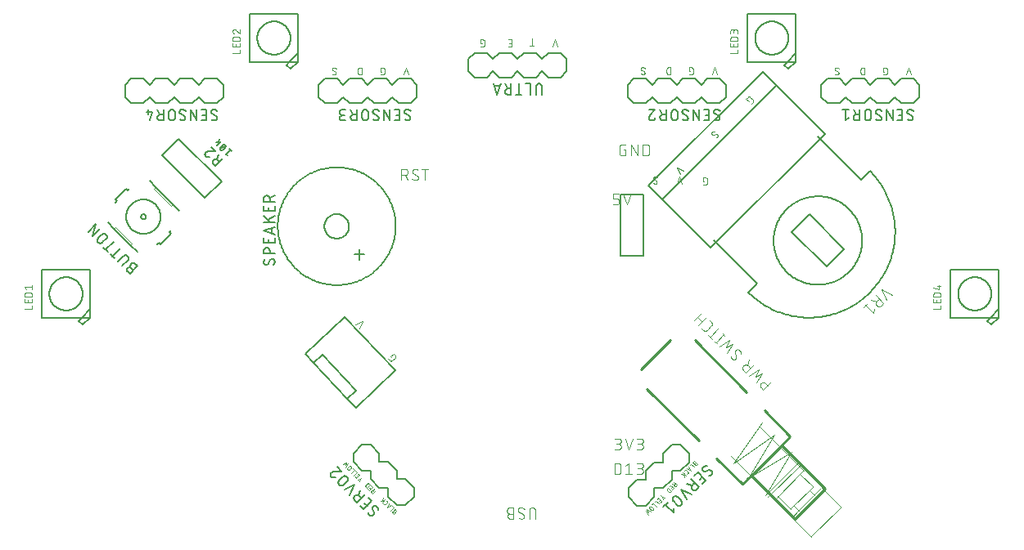
<source format=gto>
G75*
%MOIN*%
%OFA0B0*%
%FSLAX25Y25*%
%IPPOS*%
%LPD*%
%AMOC8*
5,1,8,0,0,1.08239X$1,22.5*
%
%ADD10C,0.00600*%
%ADD11C,0.00400*%
%ADD12C,0.00200*%
%ADD13C,0.00300*%
%ADD14C,0.00500*%
%ADD15C,0.00800*%
%ADD16C,0.00004*%
%ADD17C,0.01000*%
D10*
X0160517Y0144758D02*
X0164784Y0144758D01*
X0162651Y0142625D02*
X0162651Y0146892D01*
X0148406Y0156280D02*
X0148408Y0156421D01*
X0148414Y0156562D01*
X0148424Y0156702D01*
X0148438Y0156842D01*
X0148456Y0156982D01*
X0148477Y0157121D01*
X0148503Y0157260D01*
X0148532Y0157398D01*
X0148566Y0157534D01*
X0148603Y0157670D01*
X0148644Y0157805D01*
X0148689Y0157939D01*
X0148738Y0158071D01*
X0148790Y0158202D01*
X0148846Y0158331D01*
X0148906Y0158458D01*
X0148969Y0158584D01*
X0149035Y0158708D01*
X0149106Y0158831D01*
X0149179Y0158951D01*
X0149256Y0159069D01*
X0149336Y0159185D01*
X0149420Y0159298D01*
X0149506Y0159409D01*
X0149596Y0159518D01*
X0149689Y0159624D01*
X0149784Y0159727D01*
X0149883Y0159828D01*
X0149984Y0159926D01*
X0150088Y0160021D01*
X0150195Y0160113D01*
X0150304Y0160202D01*
X0150416Y0160287D01*
X0150530Y0160370D01*
X0150646Y0160450D01*
X0150765Y0160526D01*
X0150886Y0160598D01*
X0151008Y0160668D01*
X0151133Y0160733D01*
X0151259Y0160796D01*
X0151387Y0160854D01*
X0151517Y0160909D01*
X0151648Y0160961D01*
X0151781Y0161008D01*
X0151915Y0161052D01*
X0152050Y0161093D01*
X0152186Y0161129D01*
X0152323Y0161161D01*
X0152461Y0161190D01*
X0152599Y0161215D01*
X0152739Y0161235D01*
X0152879Y0161252D01*
X0153019Y0161265D01*
X0153160Y0161274D01*
X0153300Y0161279D01*
X0153441Y0161280D01*
X0153582Y0161277D01*
X0153723Y0161270D01*
X0153863Y0161259D01*
X0154003Y0161244D01*
X0154143Y0161225D01*
X0154282Y0161203D01*
X0154420Y0161176D01*
X0154558Y0161146D01*
X0154694Y0161111D01*
X0154830Y0161073D01*
X0154964Y0161031D01*
X0155098Y0160985D01*
X0155230Y0160936D01*
X0155360Y0160882D01*
X0155489Y0160825D01*
X0155616Y0160765D01*
X0155742Y0160701D01*
X0155865Y0160633D01*
X0155987Y0160562D01*
X0156107Y0160488D01*
X0156224Y0160410D01*
X0156339Y0160329D01*
X0156452Y0160245D01*
X0156563Y0160158D01*
X0156671Y0160067D01*
X0156776Y0159974D01*
X0156879Y0159877D01*
X0156979Y0159778D01*
X0157076Y0159676D01*
X0157170Y0159571D01*
X0157261Y0159464D01*
X0157349Y0159354D01*
X0157434Y0159242D01*
X0157516Y0159127D01*
X0157595Y0159010D01*
X0157670Y0158891D01*
X0157742Y0158770D01*
X0157810Y0158647D01*
X0157875Y0158522D01*
X0157937Y0158395D01*
X0157994Y0158266D01*
X0158049Y0158136D01*
X0158099Y0158005D01*
X0158146Y0157872D01*
X0158189Y0157738D01*
X0158228Y0157602D01*
X0158263Y0157466D01*
X0158295Y0157329D01*
X0158322Y0157191D01*
X0158346Y0157052D01*
X0158366Y0156912D01*
X0158382Y0156772D01*
X0158394Y0156632D01*
X0158402Y0156491D01*
X0158406Y0156350D01*
X0158406Y0156210D01*
X0158402Y0156069D01*
X0158394Y0155928D01*
X0158382Y0155788D01*
X0158366Y0155648D01*
X0158346Y0155508D01*
X0158322Y0155369D01*
X0158295Y0155231D01*
X0158263Y0155094D01*
X0158228Y0154958D01*
X0158189Y0154822D01*
X0158146Y0154688D01*
X0158099Y0154555D01*
X0158049Y0154424D01*
X0157994Y0154294D01*
X0157937Y0154165D01*
X0157875Y0154038D01*
X0157810Y0153913D01*
X0157742Y0153790D01*
X0157670Y0153669D01*
X0157595Y0153550D01*
X0157516Y0153433D01*
X0157434Y0153318D01*
X0157349Y0153206D01*
X0157261Y0153096D01*
X0157170Y0152989D01*
X0157076Y0152884D01*
X0156979Y0152782D01*
X0156879Y0152683D01*
X0156776Y0152586D01*
X0156671Y0152493D01*
X0156563Y0152402D01*
X0156452Y0152315D01*
X0156339Y0152231D01*
X0156224Y0152150D01*
X0156107Y0152072D01*
X0155987Y0151998D01*
X0155865Y0151927D01*
X0155742Y0151859D01*
X0155616Y0151795D01*
X0155489Y0151735D01*
X0155360Y0151678D01*
X0155230Y0151624D01*
X0155098Y0151575D01*
X0154964Y0151529D01*
X0154830Y0151487D01*
X0154694Y0151449D01*
X0154558Y0151414D01*
X0154420Y0151384D01*
X0154282Y0151357D01*
X0154143Y0151335D01*
X0154003Y0151316D01*
X0153863Y0151301D01*
X0153723Y0151290D01*
X0153582Y0151283D01*
X0153441Y0151280D01*
X0153300Y0151281D01*
X0153160Y0151286D01*
X0153019Y0151295D01*
X0152879Y0151308D01*
X0152739Y0151325D01*
X0152599Y0151345D01*
X0152461Y0151370D01*
X0152323Y0151399D01*
X0152186Y0151431D01*
X0152050Y0151467D01*
X0151915Y0151508D01*
X0151781Y0151552D01*
X0151648Y0151599D01*
X0151517Y0151651D01*
X0151387Y0151706D01*
X0151259Y0151764D01*
X0151133Y0151827D01*
X0151008Y0151892D01*
X0150886Y0151962D01*
X0150765Y0152034D01*
X0150646Y0152110D01*
X0150530Y0152190D01*
X0150416Y0152273D01*
X0150304Y0152358D01*
X0150195Y0152447D01*
X0150088Y0152539D01*
X0149984Y0152634D01*
X0149883Y0152732D01*
X0149784Y0152833D01*
X0149689Y0152936D01*
X0149596Y0153042D01*
X0149506Y0153151D01*
X0149420Y0153262D01*
X0149336Y0153375D01*
X0149256Y0153491D01*
X0149179Y0153609D01*
X0149106Y0153729D01*
X0149035Y0153852D01*
X0148969Y0153976D01*
X0148906Y0154102D01*
X0148846Y0154229D01*
X0148790Y0154358D01*
X0148738Y0154489D01*
X0148689Y0154621D01*
X0148644Y0154755D01*
X0148603Y0154890D01*
X0148566Y0155026D01*
X0148532Y0155162D01*
X0148503Y0155300D01*
X0148477Y0155439D01*
X0148456Y0155578D01*
X0148438Y0155718D01*
X0148424Y0155858D01*
X0148414Y0155998D01*
X0148408Y0156139D01*
X0148406Y0156280D01*
X0129406Y0156280D02*
X0129413Y0156869D01*
X0129435Y0157458D01*
X0129471Y0158046D01*
X0129522Y0158632D01*
X0129586Y0159218D01*
X0129666Y0159802D01*
X0129759Y0160383D01*
X0129867Y0160962D01*
X0129989Y0161538D01*
X0130125Y0162112D01*
X0130275Y0162681D01*
X0130439Y0163247D01*
X0130617Y0163808D01*
X0130809Y0164365D01*
X0131014Y0164917D01*
X0131233Y0165464D01*
X0131465Y0166006D01*
X0131710Y0166541D01*
X0131969Y0167071D01*
X0132240Y0167594D01*
X0132524Y0168110D01*
X0132821Y0168618D01*
X0133130Y0169120D01*
X0133451Y0169614D01*
X0133784Y0170099D01*
X0134129Y0170577D01*
X0134486Y0171046D01*
X0134854Y0171505D01*
X0135233Y0171956D01*
X0135623Y0172397D01*
X0136024Y0172829D01*
X0136435Y0173251D01*
X0136857Y0173662D01*
X0137289Y0174063D01*
X0137730Y0174453D01*
X0138181Y0174832D01*
X0138640Y0175200D01*
X0139109Y0175557D01*
X0139587Y0175902D01*
X0140072Y0176235D01*
X0140566Y0176556D01*
X0141068Y0176865D01*
X0141576Y0177162D01*
X0142092Y0177446D01*
X0142615Y0177717D01*
X0143145Y0177976D01*
X0143680Y0178221D01*
X0144222Y0178453D01*
X0144769Y0178672D01*
X0145321Y0178877D01*
X0145878Y0179069D01*
X0146439Y0179247D01*
X0147005Y0179411D01*
X0147574Y0179561D01*
X0148148Y0179697D01*
X0148724Y0179819D01*
X0149303Y0179927D01*
X0149884Y0180020D01*
X0150468Y0180100D01*
X0151054Y0180164D01*
X0151640Y0180215D01*
X0152228Y0180251D01*
X0152817Y0180273D01*
X0153406Y0180280D01*
X0153995Y0180273D01*
X0154584Y0180251D01*
X0155172Y0180215D01*
X0155758Y0180164D01*
X0156344Y0180100D01*
X0156928Y0180020D01*
X0157509Y0179927D01*
X0158088Y0179819D01*
X0158664Y0179697D01*
X0159238Y0179561D01*
X0159807Y0179411D01*
X0160373Y0179247D01*
X0160934Y0179069D01*
X0161491Y0178877D01*
X0162043Y0178672D01*
X0162590Y0178453D01*
X0163132Y0178221D01*
X0163667Y0177976D01*
X0164197Y0177717D01*
X0164720Y0177446D01*
X0165236Y0177162D01*
X0165744Y0176865D01*
X0166246Y0176556D01*
X0166740Y0176235D01*
X0167225Y0175902D01*
X0167703Y0175557D01*
X0168172Y0175200D01*
X0168631Y0174832D01*
X0169082Y0174453D01*
X0169523Y0174063D01*
X0169955Y0173662D01*
X0170377Y0173251D01*
X0170788Y0172829D01*
X0171189Y0172397D01*
X0171579Y0171956D01*
X0171958Y0171505D01*
X0172326Y0171046D01*
X0172683Y0170577D01*
X0173028Y0170099D01*
X0173361Y0169614D01*
X0173682Y0169120D01*
X0173991Y0168618D01*
X0174288Y0168110D01*
X0174572Y0167594D01*
X0174843Y0167071D01*
X0175102Y0166541D01*
X0175347Y0166006D01*
X0175579Y0165464D01*
X0175798Y0164917D01*
X0176003Y0164365D01*
X0176195Y0163808D01*
X0176373Y0163247D01*
X0176537Y0162681D01*
X0176687Y0162112D01*
X0176823Y0161538D01*
X0176945Y0160962D01*
X0177053Y0160383D01*
X0177146Y0159802D01*
X0177226Y0159218D01*
X0177290Y0158632D01*
X0177341Y0158046D01*
X0177377Y0157458D01*
X0177399Y0156869D01*
X0177406Y0156280D01*
X0177399Y0155691D01*
X0177377Y0155102D01*
X0177341Y0154514D01*
X0177290Y0153928D01*
X0177226Y0153342D01*
X0177146Y0152758D01*
X0177053Y0152177D01*
X0176945Y0151598D01*
X0176823Y0151022D01*
X0176687Y0150448D01*
X0176537Y0149879D01*
X0176373Y0149313D01*
X0176195Y0148752D01*
X0176003Y0148195D01*
X0175798Y0147643D01*
X0175579Y0147096D01*
X0175347Y0146554D01*
X0175102Y0146019D01*
X0174843Y0145489D01*
X0174572Y0144966D01*
X0174288Y0144450D01*
X0173991Y0143942D01*
X0173682Y0143440D01*
X0173361Y0142946D01*
X0173028Y0142461D01*
X0172683Y0141983D01*
X0172326Y0141514D01*
X0171958Y0141055D01*
X0171579Y0140604D01*
X0171189Y0140163D01*
X0170788Y0139731D01*
X0170377Y0139309D01*
X0169955Y0138898D01*
X0169523Y0138497D01*
X0169082Y0138107D01*
X0168631Y0137728D01*
X0168172Y0137360D01*
X0167703Y0137003D01*
X0167225Y0136658D01*
X0166740Y0136325D01*
X0166246Y0136004D01*
X0165744Y0135695D01*
X0165236Y0135398D01*
X0164720Y0135114D01*
X0164197Y0134843D01*
X0163667Y0134584D01*
X0163132Y0134339D01*
X0162590Y0134107D01*
X0162043Y0133888D01*
X0161491Y0133683D01*
X0160934Y0133491D01*
X0160373Y0133313D01*
X0159807Y0133149D01*
X0159238Y0132999D01*
X0158664Y0132863D01*
X0158088Y0132741D01*
X0157509Y0132633D01*
X0156928Y0132540D01*
X0156344Y0132460D01*
X0155758Y0132396D01*
X0155172Y0132345D01*
X0154584Y0132309D01*
X0153995Y0132287D01*
X0153406Y0132280D01*
X0152817Y0132287D01*
X0152228Y0132309D01*
X0151640Y0132345D01*
X0151054Y0132396D01*
X0150468Y0132460D01*
X0149884Y0132540D01*
X0149303Y0132633D01*
X0148724Y0132741D01*
X0148148Y0132863D01*
X0147574Y0132999D01*
X0147005Y0133149D01*
X0146439Y0133313D01*
X0145878Y0133491D01*
X0145321Y0133683D01*
X0144769Y0133888D01*
X0144222Y0134107D01*
X0143680Y0134339D01*
X0143145Y0134584D01*
X0142615Y0134843D01*
X0142092Y0135114D01*
X0141576Y0135398D01*
X0141068Y0135695D01*
X0140566Y0136004D01*
X0140072Y0136325D01*
X0139587Y0136658D01*
X0139109Y0137003D01*
X0138640Y0137360D01*
X0138181Y0137728D01*
X0137730Y0138107D01*
X0137289Y0138497D01*
X0136857Y0138898D01*
X0136435Y0139309D01*
X0136024Y0139731D01*
X0135623Y0140163D01*
X0135233Y0140604D01*
X0134854Y0141055D01*
X0134486Y0141514D01*
X0134129Y0141983D01*
X0133784Y0142461D01*
X0133451Y0142946D01*
X0133130Y0143440D01*
X0132821Y0143942D01*
X0132524Y0144450D01*
X0132240Y0144966D01*
X0131969Y0145489D01*
X0131710Y0146019D01*
X0131465Y0146554D01*
X0131233Y0147096D01*
X0131014Y0147643D01*
X0130809Y0148195D01*
X0130617Y0148752D01*
X0130439Y0149313D01*
X0130275Y0149879D01*
X0130125Y0150448D01*
X0129989Y0151022D01*
X0129867Y0151598D01*
X0129759Y0152177D01*
X0129666Y0152758D01*
X0129586Y0153342D01*
X0129522Y0153928D01*
X0129471Y0154514D01*
X0129435Y0155102D01*
X0129413Y0155691D01*
X0129406Y0156280D01*
X0089162Y0162692D02*
X0086687Y0165167D01*
X0079616Y0172238D01*
X0077141Y0174713D01*
X0069009Y0171531D02*
X0068302Y0170824D01*
X0067595Y0171531D01*
X0063352Y0167288D01*
X0064060Y0166581D01*
X0063352Y0165874D01*
X0073666Y0160217D02*
X0073668Y0160280D01*
X0073674Y0160342D01*
X0073684Y0160404D01*
X0073697Y0160466D01*
X0073715Y0160526D01*
X0073736Y0160585D01*
X0073761Y0160643D01*
X0073790Y0160699D01*
X0073822Y0160753D01*
X0073857Y0160805D01*
X0073895Y0160854D01*
X0073937Y0160902D01*
X0073981Y0160946D01*
X0074029Y0160988D01*
X0074078Y0161026D01*
X0074130Y0161061D01*
X0074184Y0161093D01*
X0074240Y0161122D01*
X0074298Y0161147D01*
X0074357Y0161168D01*
X0074417Y0161186D01*
X0074479Y0161199D01*
X0074541Y0161209D01*
X0074603Y0161215D01*
X0074666Y0161217D01*
X0074729Y0161215D01*
X0074791Y0161209D01*
X0074853Y0161199D01*
X0074915Y0161186D01*
X0074975Y0161168D01*
X0075034Y0161147D01*
X0075092Y0161122D01*
X0075148Y0161093D01*
X0075202Y0161061D01*
X0075254Y0161026D01*
X0075303Y0160988D01*
X0075351Y0160946D01*
X0075395Y0160902D01*
X0075437Y0160854D01*
X0075475Y0160805D01*
X0075510Y0160753D01*
X0075542Y0160699D01*
X0075571Y0160643D01*
X0075596Y0160585D01*
X0075617Y0160526D01*
X0075635Y0160466D01*
X0075648Y0160404D01*
X0075658Y0160342D01*
X0075664Y0160280D01*
X0075666Y0160217D01*
X0075664Y0160154D01*
X0075658Y0160092D01*
X0075648Y0160030D01*
X0075635Y0159968D01*
X0075617Y0159908D01*
X0075596Y0159849D01*
X0075571Y0159791D01*
X0075542Y0159735D01*
X0075510Y0159681D01*
X0075475Y0159629D01*
X0075437Y0159580D01*
X0075395Y0159532D01*
X0075351Y0159488D01*
X0075303Y0159446D01*
X0075254Y0159408D01*
X0075202Y0159373D01*
X0075148Y0159341D01*
X0075092Y0159312D01*
X0075034Y0159287D01*
X0074975Y0159266D01*
X0074915Y0159248D01*
X0074853Y0159235D01*
X0074791Y0159225D01*
X0074729Y0159219D01*
X0074666Y0159217D01*
X0074603Y0159219D01*
X0074541Y0159225D01*
X0074479Y0159235D01*
X0074417Y0159248D01*
X0074357Y0159266D01*
X0074298Y0159287D01*
X0074240Y0159312D01*
X0074184Y0159341D01*
X0074130Y0159373D01*
X0074078Y0159408D01*
X0074029Y0159446D01*
X0073981Y0159488D01*
X0073937Y0159532D01*
X0073895Y0159580D01*
X0073857Y0159629D01*
X0073822Y0159681D01*
X0073790Y0159735D01*
X0073761Y0159791D01*
X0073736Y0159849D01*
X0073715Y0159908D01*
X0073697Y0159968D01*
X0073684Y0160030D01*
X0073674Y0160092D01*
X0073668Y0160154D01*
X0073666Y0160217D01*
X0067666Y0160217D02*
X0067668Y0160389D01*
X0067674Y0160560D01*
X0067685Y0160732D01*
X0067700Y0160903D01*
X0067719Y0161074D01*
X0067742Y0161244D01*
X0067769Y0161414D01*
X0067801Y0161583D01*
X0067836Y0161751D01*
X0067876Y0161918D01*
X0067920Y0162084D01*
X0067967Y0162249D01*
X0068019Y0162413D01*
X0068075Y0162575D01*
X0068135Y0162736D01*
X0068199Y0162896D01*
X0068267Y0163054D01*
X0068338Y0163210D01*
X0068413Y0163364D01*
X0068493Y0163517D01*
X0068575Y0163667D01*
X0068662Y0163816D01*
X0068752Y0163962D01*
X0068846Y0164106D01*
X0068943Y0164248D01*
X0069044Y0164387D01*
X0069148Y0164524D01*
X0069255Y0164658D01*
X0069366Y0164789D01*
X0069479Y0164918D01*
X0069596Y0165044D01*
X0069716Y0165167D01*
X0069839Y0165287D01*
X0069965Y0165404D01*
X0070094Y0165517D01*
X0070225Y0165628D01*
X0070359Y0165735D01*
X0070496Y0165839D01*
X0070635Y0165940D01*
X0070777Y0166037D01*
X0070921Y0166131D01*
X0071067Y0166221D01*
X0071216Y0166308D01*
X0071366Y0166390D01*
X0071519Y0166470D01*
X0071673Y0166545D01*
X0071829Y0166616D01*
X0071987Y0166684D01*
X0072147Y0166748D01*
X0072308Y0166808D01*
X0072470Y0166864D01*
X0072634Y0166916D01*
X0072799Y0166963D01*
X0072965Y0167007D01*
X0073132Y0167047D01*
X0073300Y0167082D01*
X0073469Y0167114D01*
X0073639Y0167141D01*
X0073809Y0167164D01*
X0073980Y0167183D01*
X0074151Y0167198D01*
X0074323Y0167209D01*
X0074494Y0167215D01*
X0074666Y0167217D01*
X0074838Y0167215D01*
X0075009Y0167209D01*
X0075181Y0167198D01*
X0075352Y0167183D01*
X0075523Y0167164D01*
X0075693Y0167141D01*
X0075863Y0167114D01*
X0076032Y0167082D01*
X0076200Y0167047D01*
X0076367Y0167007D01*
X0076533Y0166963D01*
X0076698Y0166916D01*
X0076862Y0166864D01*
X0077024Y0166808D01*
X0077185Y0166748D01*
X0077345Y0166684D01*
X0077503Y0166616D01*
X0077659Y0166545D01*
X0077813Y0166470D01*
X0077966Y0166390D01*
X0078116Y0166308D01*
X0078265Y0166221D01*
X0078411Y0166131D01*
X0078555Y0166037D01*
X0078697Y0165940D01*
X0078836Y0165839D01*
X0078973Y0165735D01*
X0079107Y0165628D01*
X0079238Y0165517D01*
X0079367Y0165404D01*
X0079493Y0165287D01*
X0079616Y0165167D01*
X0079736Y0165044D01*
X0079853Y0164918D01*
X0079966Y0164789D01*
X0080077Y0164658D01*
X0080184Y0164524D01*
X0080288Y0164387D01*
X0080389Y0164248D01*
X0080486Y0164106D01*
X0080580Y0163962D01*
X0080670Y0163816D01*
X0080757Y0163667D01*
X0080839Y0163517D01*
X0080919Y0163364D01*
X0080994Y0163210D01*
X0081065Y0163054D01*
X0081133Y0162896D01*
X0081197Y0162736D01*
X0081257Y0162575D01*
X0081313Y0162413D01*
X0081365Y0162249D01*
X0081412Y0162084D01*
X0081456Y0161918D01*
X0081496Y0161751D01*
X0081531Y0161583D01*
X0081563Y0161414D01*
X0081590Y0161244D01*
X0081613Y0161074D01*
X0081632Y0160903D01*
X0081647Y0160732D01*
X0081658Y0160560D01*
X0081664Y0160389D01*
X0081666Y0160217D01*
X0081664Y0160045D01*
X0081658Y0159874D01*
X0081647Y0159702D01*
X0081632Y0159531D01*
X0081613Y0159360D01*
X0081590Y0159190D01*
X0081563Y0159020D01*
X0081531Y0158851D01*
X0081496Y0158683D01*
X0081456Y0158516D01*
X0081412Y0158350D01*
X0081365Y0158185D01*
X0081313Y0158021D01*
X0081257Y0157859D01*
X0081197Y0157698D01*
X0081133Y0157538D01*
X0081065Y0157380D01*
X0080994Y0157224D01*
X0080919Y0157070D01*
X0080839Y0156917D01*
X0080757Y0156767D01*
X0080670Y0156618D01*
X0080580Y0156472D01*
X0080486Y0156328D01*
X0080389Y0156186D01*
X0080288Y0156047D01*
X0080184Y0155910D01*
X0080077Y0155776D01*
X0079966Y0155645D01*
X0079853Y0155516D01*
X0079736Y0155390D01*
X0079616Y0155267D01*
X0079493Y0155147D01*
X0079367Y0155030D01*
X0079238Y0154917D01*
X0079107Y0154806D01*
X0078973Y0154699D01*
X0078836Y0154595D01*
X0078697Y0154494D01*
X0078555Y0154397D01*
X0078411Y0154303D01*
X0078265Y0154213D01*
X0078116Y0154126D01*
X0077966Y0154044D01*
X0077813Y0153964D01*
X0077659Y0153889D01*
X0077503Y0153818D01*
X0077345Y0153750D01*
X0077185Y0153686D01*
X0077024Y0153626D01*
X0076862Y0153570D01*
X0076698Y0153518D01*
X0076533Y0153471D01*
X0076367Y0153427D01*
X0076200Y0153387D01*
X0076032Y0153352D01*
X0075863Y0153320D01*
X0075693Y0153293D01*
X0075523Y0153270D01*
X0075352Y0153251D01*
X0075181Y0153236D01*
X0075009Y0153225D01*
X0074838Y0153219D01*
X0074666Y0153217D01*
X0074494Y0153219D01*
X0074323Y0153225D01*
X0074151Y0153236D01*
X0073980Y0153251D01*
X0073809Y0153270D01*
X0073639Y0153293D01*
X0073469Y0153320D01*
X0073300Y0153352D01*
X0073132Y0153387D01*
X0072965Y0153427D01*
X0072799Y0153471D01*
X0072634Y0153518D01*
X0072470Y0153570D01*
X0072308Y0153626D01*
X0072147Y0153686D01*
X0071987Y0153750D01*
X0071829Y0153818D01*
X0071673Y0153889D01*
X0071519Y0153964D01*
X0071366Y0154044D01*
X0071216Y0154126D01*
X0071067Y0154213D01*
X0070921Y0154303D01*
X0070777Y0154397D01*
X0070635Y0154494D01*
X0070496Y0154595D01*
X0070359Y0154699D01*
X0070225Y0154806D01*
X0070094Y0154917D01*
X0069965Y0155030D01*
X0069839Y0155147D01*
X0069716Y0155267D01*
X0069596Y0155390D01*
X0069479Y0155516D01*
X0069366Y0155645D01*
X0069255Y0155776D01*
X0069148Y0155910D01*
X0069044Y0156047D01*
X0068943Y0156186D01*
X0068846Y0156328D01*
X0068752Y0156472D01*
X0068662Y0156618D01*
X0068575Y0156767D01*
X0068493Y0156917D01*
X0068413Y0157070D01*
X0068338Y0157224D01*
X0068267Y0157380D01*
X0068199Y0157538D01*
X0068135Y0157698D01*
X0068075Y0157859D01*
X0068019Y0158021D01*
X0067967Y0158185D01*
X0067920Y0158350D01*
X0067876Y0158516D01*
X0067836Y0158683D01*
X0067801Y0158851D01*
X0067769Y0159020D01*
X0067742Y0159190D01*
X0067719Y0159360D01*
X0067700Y0159531D01*
X0067685Y0159702D01*
X0067674Y0159874D01*
X0067668Y0160045D01*
X0067666Y0160217D01*
X0062645Y0155268D02*
X0069363Y0148550D01*
X0072191Y0145722D01*
X0080323Y0148904D02*
X0081030Y0149611D01*
X0081737Y0148904D01*
X0085980Y0153146D01*
X0085273Y0153853D01*
X0085980Y0154560D01*
X0062645Y0155268D02*
X0060170Y0157742D01*
D11*
X0179740Y0175059D02*
X0179740Y0179659D01*
X0181018Y0179659D01*
X0181088Y0179657D01*
X0181159Y0179651D01*
X0181228Y0179642D01*
X0181297Y0179628D01*
X0181366Y0179611D01*
X0181433Y0179590D01*
X0181499Y0179565D01*
X0181563Y0179537D01*
X0181626Y0179505D01*
X0181687Y0179470D01*
X0181746Y0179431D01*
X0181803Y0179390D01*
X0181857Y0179345D01*
X0181909Y0179297D01*
X0181958Y0179247D01*
X0182005Y0179193D01*
X0182048Y0179138D01*
X0182088Y0179080D01*
X0182125Y0179020D01*
X0182158Y0178958D01*
X0182188Y0178894D01*
X0182215Y0178829D01*
X0182238Y0178763D01*
X0182257Y0178695D01*
X0182272Y0178626D01*
X0182284Y0178557D01*
X0182292Y0178487D01*
X0182296Y0178416D01*
X0182296Y0178346D01*
X0182292Y0178275D01*
X0182284Y0178205D01*
X0182272Y0178136D01*
X0182257Y0178067D01*
X0182238Y0177999D01*
X0182215Y0177933D01*
X0182188Y0177868D01*
X0182158Y0177804D01*
X0182125Y0177742D01*
X0182088Y0177682D01*
X0182048Y0177624D01*
X0182005Y0177569D01*
X0181958Y0177515D01*
X0181909Y0177465D01*
X0181857Y0177417D01*
X0181803Y0177372D01*
X0181746Y0177331D01*
X0181687Y0177292D01*
X0181626Y0177257D01*
X0181563Y0177225D01*
X0181499Y0177197D01*
X0181433Y0177172D01*
X0181366Y0177151D01*
X0181297Y0177134D01*
X0181228Y0177120D01*
X0181159Y0177111D01*
X0181088Y0177105D01*
X0181018Y0177103D01*
X0179740Y0177103D01*
X0181274Y0177103D02*
X0182296Y0175059D01*
X0186106Y0176975D02*
X0186160Y0176941D01*
X0186211Y0176904D01*
X0186260Y0176864D01*
X0186307Y0176821D01*
X0186350Y0176775D01*
X0186391Y0176727D01*
X0186429Y0176676D01*
X0186464Y0176623D01*
X0186496Y0176568D01*
X0186524Y0176511D01*
X0186548Y0176453D01*
X0186569Y0176393D01*
X0186586Y0176332D01*
X0186600Y0176270D01*
X0186609Y0176207D01*
X0186615Y0176144D01*
X0186617Y0176081D01*
X0186615Y0176019D01*
X0186610Y0175958D01*
X0186600Y0175897D01*
X0186587Y0175836D01*
X0186571Y0175777D01*
X0186551Y0175719D01*
X0186527Y0175662D01*
X0186500Y0175606D01*
X0186470Y0175552D01*
X0186436Y0175500D01*
X0186400Y0175451D01*
X0186360Y0175403D01*
X0186318Y0175358D01*
X0186273Y0175316D01*
X0186225Y0175276D01*
X0186176Y0175240D01*
X0186124Y0175206D01*
X0186070Y0175176D01*
X0186014Y0175149D01*
X0185957Y0175125D01*
X0185899Y0175105D01*
X0185840Y0175089D01*
X0185779Y0175076D01*
X0185718Y0175066D01*
X0185657Y0175061D01*
X0185595Y0175059D01*
X0186106Y0176976D02*
X0184700Y0177742D01*
X0185211Y0179659D02*
X0185293Y0179657D01*
X0185375Y0179652D01*
X0185457Y0179643D01*
X0185538Y0179631D01*
X0185619Y0179615D01*
X0185699Y0179596D01*
X0185778Y0179573D01*
X0185856Y0179547D01*
X0185933Y0179518D01*
X0186008Y0179485D01*
X0186082Y0179449D01*
X0186155Y0179411D01*
X0186226Y0179369D01*
X0186294Y0179324D01*
X0186361Y0179276D01*
X0184700Y0177743D02*
X0184646Y0177777D01*
X0184595Y0177814D01*
X0184546Y0177854D01*
X0184499Y0177897D01*
X0184456Y0177943D01*
X0184415Y0177991D01*
X0184377Y0178042D01*
X0184342Y0178095D01*
X0184310Y0178150D01*
X0184282Y0178207D01*
X0184258Y0178265D01*
X0184237Y0178325D01*
X0184220Y0178386D01*
X0184206Y0178448D01*
X0184197Y0178511D01*
X0184191Y0178574D01*
X0184189Y0178637D01*
X0184191Y0178699D01*
X0184196Y0178760D01*
X0184206Y0178821D01*
X0184219Y0178882D01*
X0184235Y0178941D01*
X0184255Y0178999D01*
X0184279Y0179056D01*
X0184306Y0179112D01*
X0184336Y0179166D01*
X0184370Y0179218D01*
X0184407Y0179267D01*
X0184446Y0179315D01*
X0184488Y0179360D01*
X0184533Y0179402D01*
X0184581Y0179442D01*
X0184630Y0179478D01*
X0184682Y0179512D01*
X0184736Y0179542D01*
X0184792Y0179569D01*
X0184849Y0179593D01*
X0184907Y0179613D01*
X0184966Y0179629D01*
X0185027Y0179642D01*
X0185088Y0179652D01*
X0185149Y0179657D01*
X0185211Y0179659D01*
X0184062Y0175699D02*
X0184126Y0175636D01*
X0184194Y0175577D01*
X0184263Y0175520D01*
X0184335Y0175466D01*
X0184409Y0175415D01*
X0184485Y0175367D01*
X0184562Y0175323D01*
X0184642Y0175282D01*
X0184723Y0175244D01*
X0184806Y0175209D01*
X0184890Y0175178D01*
X0184976Y0175151D01*
X0185062Y0175127D01*
X0185150Y0175106D01*
X0185238Y0175090D01*
X0185327Y0175077D01*
X0185416Y0175067D01*
X0185505Y0175062D01*
X0185595Y0175060D01*
X0189389Y0175059D02*
X0189389Y0179659D01*
X0188111Y0179659D02*
X0190667Y0179659D01*
X0265856Y0169659D02*
X0265856Y0167615D01*
X0267389Y0167615D01*
X0267389Y0167614D02*
X0267451Y0167612D01*
X0267512Y0167607D01*
X0267573Y0167597D01*
X0267634Y0167584D01*
X0267693Y0167568D01*
X0267751Y0167548D01*
X0267808Y0167524D01*
X0267864Y0167497D01*
X0267918Y0167467D01*
X0267970Y0167433D01*
X0268019Y0167397D01*
X0268067Y0167357D01*
X0268112Y0167315D01*
X0268154Y0167270D01*
X0268194Y0167222D01*
X0268230Y0167173D01*
X0268264Y0167121D01*
X0268294Y0167067D01*
X0268321Y0167011D01*
X0268345Y0166954D01*
X0268365Y0166896D01*
X0268381Y0166837D01*
X0268394Y0166776D01*
X0268404Y0166715D01*
X0268409Y0166654D01*
X0268411Y0166592D01*
X0268411Y0166081D01*
X0268409Y0166019D01*
X0268404Y0165958D01*
X0268394Y0165897D01*
X0268381Y0165836D01*
X0268365Y0165777D01*
X0268345Y0165719D01*
X0268321Y0165662D01*
X0268294Y0165606D01*
X0268264Y0165552D01*
X0268230Y0165500D01*
X0268194Y0165451D01*
X0268154Y0165403D01*
X0268112Y0165358D01*
X0268067Y0165316D01*
X0268019Y0165276D01*
X0267970Y0165240D01*
X0267918Y0165206D01*
X0267864Y0165176D01*
X0267808Y0165149D01*
X0267751Y0165125D01*
X0267693Y0165105D01*
X0267634Y0165089D01*
X0267573Y0165076D01*
X0267512Y0165066D01*
X0267451Y0165061D01*
X0267389Y0165059D01*
X0265856Y0165059D01*
X0265856Y0169659D02*
X0268411Y0169659D01*
X0270100Y0169659D02*
X0271634Y0165059D01*
X0273167Y0169659D01*
X0273311Y0185059D02*
X0273311Y0189659D01*
X0275867Y0185059D01*
X0275867Y0189659D01*
X0278111Y0189659D02*
X0279389Y0189659D01*
X0278111Y0189659D02*
X0278111Y0185059D01*
X0279389Y0185059D01*
X0279458Y0185061D01*
X0279527Y0185066D01*
X0279596Y0185076D01*
X0279664Y0185089D01*
X0279731Y0185106D01*
X0279797Y0185126D01*
X0279862Y0185150D01*
X0279926Y0185177D01*
X0279988Y0185208D01*
X0280048Y0185242D01*
X0280106Y0185279D01*
X0280162Y0185320D01*
X0280216Y0185363D01*
X0280268Y0185409D01*
X0280317Y0185458D01*
X0280363Y0185510D01*
X0280406Y0185564D01*
X0280447Y0185620D01*
X0280484Y0185678D01*
X0280518Y0185738D01*
X0280549Y0185800D01*
X0280576Y0185864D01*
X0280600Y0185929D01*
X0280620Y0185995D01*
X0280637Y0186062D01*
X0280650Y0186130D01*
X0280660Y0186199D01*
X0280665Y0186268D01*
X0280667Y0186337D01*
X0280667Y0188381D01*
X0280665Y0188450D01*
X0280660Y0188519D01*
X0280650Y0188588D01*
X0280637Y0188656D01*
X0280620Y0188723D01*
X0280600Y0188789D01*
X0280576Y0188854D01*
X0280549Y0188918D01*
X0280518Y0188980D01*
X0280484Y0189040D01*
X0280447Y0189098D01*
X0280406Y0189154D01*
X0280363Y0189208D01*
X0280317Y0189260D01*
X0280268Y0189309D01*
X0280216Y0189355D01*
X0280162Y0189398D01*
X0280106Y0189439D01*
X0280048Y0189476D01*
X0279988Y0189510D01*
X0279926Y0189541D01*
X0279862Y0189568D01*
X0279797Y0189592D01*
X0279731Y0189612D01*
X0279664Y0189629D01*
X0279596Y0189642D01*
X0279527Y0189652D01*
X0279458Y0189657D01*
X0279389Y0189659D01*
X0271067Y0189659D02*
X0269534Y0189659D01*
X0269472Y0189657D01*
X0269411Y0189652D01*
X0269350Y0189642D01*
X0269289Y0189629D01*
X0269230Y0189613D01*
X0269172Y0189593D01*
X0269115Y0189569D01*
X0269059Y0189542D01*
X0269005Y0189512D01*
X0268953Y0189478D01*
X0268904Y0189441D01*
X0268856Y0189402D01*
X0268811Y0189360D01*
X0268769Y0189315D01*
X0268729Y0189267D01*
X0268693Y0189218D01*
X0268659Y0189166D01*
X0268629Y0189112D01*
X0268602Y0189056D01*
X0268578Y0188999D01*
X0268558Y0188941D01*
X0268542Y0188882D01*
X0268529Y0188821D01*
X0268519Y0188760D01*
X0268514Y0188699D01*
X0268512Y0188637D01*
X0268511Y0188637D02*
X0268511Y0186081D01*
X0268512Y0186081D02*
X0268514Y0186019D01*
X0268519Y0185958D01*
X0268529Y0185897D01*
X0268542Y0185836D01*
X0268558Y0185777D01*
X0268578Y0185719D01*
X0268602Y0185662D01*
X0268629Y0185606D01*
X0268659Y0185552D01*
X0268693Y0185500D01*
X0268729Y0185451D01*
X0268769Y0185403D01*
X0268811Y0185358D01*
X0268856Y0185316D01*
X0268904Y0185276D01*
X0268953Y0185240D01*
X0269005Y0185206D01*
X0269059Y0185176D01*
X0269115Y0185149D01*
X0269172Y0185125D01*
X0269230Y0185105D01*
X0269289Y0185089D01*
X0269350Y0185076D01*
X0269411Y0185066D01*
X0269472Y0185061D01*
X0269534Y0185059D01*
X0271067Y0185059D01*
X0271067Y0187615D01*
X0270300Y0187615D01*
X0367829Y0123150D02*
X0369636Y0124957D01*
X0368732Y0124054D02*
X0371985Y0120801D01*
X0372165Y0122427D01*
X0375147Y0123962D02*
X0375096Y0123914D01*
X0375042Y0123868D01*
X0374986Y0123826D01*
X0374927Y0123787D01*
X0374867Y0123751D01*
X0374804Y0123718D01*
X0374740Y0123689D01*
X0374675Y0123663D01*
X0374608Y0123641D01*
X0374540Y0123623D01*
X0374471Y0123608D01*
X0374401Y0123598D01*
X0374331Y0123591D01*
X0374261Y0123588D01*
X0374190Y0123589D01*
X0374120Y0123594D01*
X0374050Y0123603D01*
X0373981Y0123615D01*
X0373912Y0123632D01*
X0373845Y0123652D01*
X0373778Y0123675D01*
X0373714Y0123703D01*
X0373650Y0123734D01*
X0373589Y0123768D01*
X0373529Y0123806D01*
X0373472Y0123847D01*
X0373417Y0123891D01*
X0373365Y0123938D01*
X0373315Y0123988D01*
X0373268Y0124040D01*
X0373224Y0124095D01*
X0373183Y0124152D01*
X0373145Y0124212D01*
X0373111Y0124273D01*
X0373080Y0124337D01*
X0373052Y0124401D01*
X0373029Y0124468D01*
X0373009Y0124535D01*
X0372992Y0124604D01*
X0372980Y0124673D01*
X0372971Y0124743D01*
X0372966Y0124813D01*
X0372965Y0124884D01*
X0372968Y0124954D01*
X0372975Y0125024D01*
X0372985Y0125094D01*
X0373000Y0125163D01*
X0373018Y0125231D01*
X0373040Y0125298D01*
X0373066Y0125363D01*
X0373095Y0125427D01*
X0373128Y0125490D01*
X0373164Y0125550D01*
X0373203Y0125609D01*
X0373245Y0125665D01*
X0373291Y0125719D01*
X0373339Y0125770D01*
X0373339Y0125769D02*
X0374243Y0126673D01*
X0373158Y0125589D02*
X0370990Y0126312D01*
X0372797Y0128119D02*
X0376050Y0124866D01*
X0375146Y0123962D01*
X0377371Y0126187D02*
X0375202Y0130524D01*
X0379539Y0128355D01*
X0325286Y0097812D02*
X0321310Y0095283D01*
X0319927Y0096666D02*
X0319023Y0097570D01*
X0319023Y0097569D02*
X0318975Y0097620D01*
X0318929Y0097674D01*
X0318887Y0097730D01*
X0318848Y0097789D01*
X0318812Y0097849D01*
X0318779Y0097912D01*
X0318750Y0097976D01*
X0318724Y0098041D01*
X0318702Y0098108D01*
X0318684Y0098176D01*
X0318669Y0098245D01*
X0318659Y0098315D01*
X0318652Y0098385D01*
X0318649Y0098455D01*
X0318650Y0098526D01*
X0318655Y0098596D01*
X0318664Y0098666D01*
X0318676Y0098735D01*
X0318693Y0098804D01*
X0318713Y0098871D01*
X0318736Y0098938D01*
X0318764Y0099002D01*
X0318795Y0099066D01*
X0318829Y0099127D01*
X0318867Y0099187D01*
X0318908Y0099244D01*
X0318952Y0099299D01*
X0318999Y0099351D01*
X0319049Y0099401D01*
X0319101Y0099448D01*
X0319156Y0099492D01*
X0319213Y0099533D01*
X0319273Y0099571D01*
X0319334Y0099605D01*
X0319398Y0099636D01*
X0319462Y0099664D01*
X0319529Y0099687D01*
X0319596Y0099707D01*
X0319665Y0099724D01*
X0319734Y0099736D01*
X0319804Y0099745D01*
X0319874Y0099750D01*
X0319945Y0099751D01*
X0320015Y0099748D01*
X0320085Y0099741D01*
X0320155Y0099731D01*
X0320224Y0099716D01*
X0320292Y0099698D01*
X0320359Y0099676D01*
X0320424Y0099650D01*
X0320488Y0099621D01*
X0320551Y0099588D01*
X0320611Y0099552D01*
X0320670Y0099513D01*
X0320726Y0099471D01*
X0320780Y0099425D01*
X0320831Y0099377D01*
X0320830Y0099377D02*
X0321734Y0098473D01*
X0320649Y0099557D02*
X0321372Y0101726D01*
X0323179Y0099919D02*
X0319927Y0096666D01*
X0323840Y0094921D02*
X0325286Y0097812D01*
X0326731Y0096367D02*
X0323840Y0094921D01*
X0324202Y0092391D02*
X0326731Y0096367D01*
X0328016Y0092191D02*
X0328920Y0091287D01*
X0328016Y0092191D02*
X0327965Y0092239D01*
X0327911Y0092285D01*
X0327855Y0092327D01*
X0327796Y0092366D01*
X0327736Y0092402D01*
X0327673Y0092435D01*
X0327609Y0092464D01*
X0327544Y0092490D01*
X0327477Y0092512D01*
X0327409Y0092530D01*
X0327340Y0092545D01*
X0327270Y0092555D01*
X0327200Y0092562D01*
X0327130Y0092565D01*
X0327059Y0092564D01*
X0326989Y0092559D01*
X0326919Y0092550D01*
X0326850Y0092538D01*
X0326781Y0092521D01*
X0326714Y0092501D01*
X0326647Y0092478D01*
X0326583Y0092450D01*
X0326519Y0092419D01*
X0326458Y0092385D01*
X0326398Y0092347D01*
X0326341Y0092306D01*
X0326286Y0092262D01*
X0326234Y0092215D01*
X0326184Y0092165D01*
X0326137Y0092113D01*
X0326093Y0092058D01*
X0326052Y0092001D01*
X0326014Y0091941D01*
X0325980Y0091880D01*
X0325949Y0091816D01*
X0325921Y0091752D01*
X0325898Y0091685D01*
X0325878Y0091618D01*
X0325861Y0091549D01*
X0325849Y0091480D01*
X0325840Y0091410D01*
X0325835Y0091340D01*
X0325834Y0091269D01*
X0325837Y0091199D01*
X0325844Y0091129D01*
X0325854Y0091059D01*
X0325869Y0090990D01*
X0325887Y0090922D01*
X0325909Y0090855D01*
X0325935Y0090790D01*
X0325964Y0090726D01*
X0325997Y0090663D01*
X0326033Y0090603D01*
X0326072Y0090544D01*
X0326114Y0090488D01*
X0326160Y0090434D01*
X0326208Y0090383D01*
X0326209Y0090384D02*
X0327112Y0089480D01*
X0330365Y0092733D01*
X0316078Y0103226D02*
X0315626Y0104762D01*
X0317342Y0105755D02*
X0317405Y0105691D01*
X0317464Y0105623D01*
X0317520Y0105554D01*
X0317574Y0105482D01*
X0317625Y0105407D01*
X0317672Y0105331D01*
X0317716Y0105253D01*
X0317757Y0105173D01*
X0317795Y0105092D01*
X0317829Y0105009D01*
X0317860Y0104924D01*
X0317887Y0104839D01*
X0317910Y0104752D01*
X0317930Y0104665D01*
X0317947Y0104577D01*
X0317959Y0104488D01*
X0317968Y0104398D01*
X0317973Y0104309D01*
X0317975Y0104219D01*
X0315626Y0104761D02*
X0315612Y0104823D01*
X0315602Y0104886D01*
X0315596Y0104949D01*
X0315593Y0105012D01*
X0315594Y0105075D01*
X0315600Y0105139D01*
X0315609Y0105201D01*
X0315622Y0105263D01*
X0315638Y0105325D01*
X0315659Y0105385D01*
X0315683Y0105443D01*
X0315710Y0105500D01*
X0315741Y0105556D01*
X0315776Y0105609D01*
X0315813Y0105660D01*
X0315854Y0105709D01*
X0315897Y0105755D01*
X0315897Y0105756D02*
X0315942Y0105798D01*
X0315990Y0105837D01*
X0316039Y0105874D01*
X0316091Y0105908D01*
X0316145Y0105938D01*
X0316201Y0105965D01*
X0316258Y0105989D01*
X0316316Y0106009D01*
X0316375Y0106025D01*
X0316436Y0106038D01*
X0316497Y0106048D01*
X0316558Y0106053D01*
X0316620Y0106055D01*
X0316682Y0106053D01*
X0316743Y0106048D01*
X0316804Y0106038D01*
X0316865Y0106025D01*
X0316924Y0106009D01*
X0316982Y0105989D01*
X0317039Y0105965D01*
X0317095Y0105938D01*
X0317149Y0105908D01*
X0317201Y0105874D01*
X0317250Y0105837D01*
X0317298Y0105798D01*
X0317343Y0105756D01*
X0313818Y0103316D02*
X0313832Y0103235D01*
X0313848Y0103154D01*
X0313869Y0103075D01*
X0313892Y0102996D01*
X0313919Y0102918D01*
X0313950Y0102842D01*
X0313983Y0102767D01*
X0314020Y0102693D01*
X0314060Y0102621D01*
X0314103Y0102551D01*
X0314149Y0102483D01*
X0314198Y0102417D01*
X0314249Y0102353D01*
X0314304Y0102291D01*
X0314360Y0102232D01*
X0314361Y0102232D02*
X0314406Y0102190D01*
X0314454Y0102151D01*
X0314503Y0102114D01*
X0314555Y0102080D01*
X0314609Y0102050D01*
X0314665Y0102023D01*
X0314722Y0101999D01*
X0314780Y0101979D01*
X0314839Y0101963D01*
X0314900Y0101950D01*
X0314961Y0101940D01*
X0315022Y0101935D01*
X0315084Y0101933D01*
X0315146Y0101935D01*
X0315207Y0101940D01*
X0315268Y0101950D01*
X0315329Y0101963D01*
X0315388Y0101979D01*
X0315446Y0101999D01*
X0315503Y0102023D01*
X0315559Y0102050D01*
X0315613Y0102080D01*
X0315665Y0102114D01*
X0315714Y0102151D01*
X0315762Y0102190D01*
X0315807Y0102232D01*
X0315850Y0102278D01*
X0315891Y0102327D01*
X0315928Y0102378D01*
X0315963Y0102431D01*
X0315994Y0102487D01*
X0316021Y0102544D01*
X0316045Y0102602D01*
X0316066Y0102662D01*
X0316082Y0102724D01*
X0316095Y0102786D01*
X0316104Y0102848D01*
X0316110Y0102912D01*
X0316111Y0102975D01*
X0316108Y0103038D01*
X0316102Y0103101D01*
X0316092Y0103164D01*
X0316078Y0103226D01*
X0312216Y0104377D02*
X0314746Y0108352D01*
X0311855Y0106907D01*
X0313300Y0109798D01*
X0309325Y0107268D01*
X0308162Y0108431D02*
X0307439Y0109154D01*
X0307801Y0108792D02*
X0311053Y0112045D01*
X0310692Y0112406D02*
X0311415Y0111683D01*
X0308720Y0114378D02*
X0305467Y0111126D01*
X0304564Y0112029D02*
X0306371Y0110222D01*
X0304133Y0113905D02*
X0305940Y0115712D01*
X0305982Y0115757D01*
X0306022Y0115805D01*
X0306058Y0115854D01*
X0306092Y0115906D01*
X0306122Y0115960D01*
X0306149Y0116016D01*
X0306173Y0116073D01*
X0306193Y0116131D01*
X0306209Y0116190D01*
X0306222Y0116251D01*
X0306232Y0116312D01*
X0306237Y0116373D01*
X0306239Y0116435D01*
X0306237Y0116497D01*
X0306232Y0116558D01*
X0306222Y0116619D01*
X0306209Y0116680D01*
X0306193Y0116739D01*
X0306173Y0116797D01*
X0306149Y0116854D01*
X0306122Y0116910D01*
X0306092Y0116964D01*
X0306058Y0117016D01*
X0306022Y0117065D01*
X0305982Y0117113D01*
X0305940Y0117158D01*
X0305217Y0117881D01*
X0303896Y0119202D02*
X0300643Y0115950D01*
X0301964Y0114628D02*
X0302687Y0113905D01*
X0302732Y0113863D01*
X0302780Y0113823D01*
X0302829Y0113787D01*
X0302881Y0113753D01*
X0302935Y0113723D01*
X0302991Y0113696D01*
X0303048Y0113672D01*
X0303106Y0113652D01*
X0303165Y0113636D01*
X0303226Y0113623D01*
X0303287Y0113613D01*
X0303348Y0113608D01*
X0303410Y0113606D01*
X0303472Y0113608D01*
X0303533Y0113613D01*
X0303594Y0113623D01*
X0303655Y0113636D01*
X0303714Y0113652D01*
X0303772Y0113672D01*
X0303829Y0113696D01*
X0303885Y0113723D01*
X0303939Y0113753D01*
X0303991Y0113787D01*
X0304040Y0113823D01*
X0304088Y0113863D01*
X0304133Y0113905D01*
X0302089Y0117395D02*
X0300282Y0119202D01*
X0298836Y0117757D02*
X0302089Y0121009D01*
X0277145Y0069659D02*
X0275611Y0069659D01*
X0273922Y0069659D02*
X0272389Y0065059D01*
X0270856Y0069659D01*
X0268145Y0069659D02*
X0266611Y0069659D01*
X0268145Y0069659D02*
X0268208Y0069657D01*
X0268271Y0069651D01*
X0268333Y0069642D01*
X0268394Y0069628D01*
X0268455Y0069611D01*
X0268514Y0069590D01*
X0268572Y0069565D01*
X0268629Y0069537D01*
X0268683Y0069506D01*
X0268735Y0069471D01*
X0268786Y0069433D01*
X0268834Y0069392D01*
X0268879Y0069348D01*
X0268921Y0069302D01*
X0268961Y0069253D01*
X0268997Y0069202D01*
X0269030Y0069148D01*
X0269060Y0069093D01*
X0269086Y0069035D01*
X0269109Y0068977D01*
X0269128Y0068917D01*
X0269143Y0068856D01*
X0269155Y0068794D01*
X0269163Y0068731D01*
X0269167Y0068668D01*
X0269167Y0068606D01*
X0269163Y0068543D01*
X0269155Y0068480D01*
X0269143Y0068418D01*
X0269128Y0068357D01*
X0269109Y0068297D01*
X0269086Y0068239D01*
X0269060Y0068181D01*
X0269030Y0068126D01*
X0268997Y0068072D01*
X0268961Y0068021D01*
X0268921Y0067972D01*
X0268879Y0067926D01*
X0268834Y0067882D01*
X0268786Y0067841D01*
X0268735Y0067803D01*
X0268683Y0067768D01*
X0268629Y0067737D01*
X0268572Y0067709D01*
X0268514Y0067684D01*
X0268455Y0067663D01*
X0268394Y0067646D01*
X0268333Y0067632D01*
X0268271Y0067623D01*
X0268208Y0067617D01*
X0268145Y0067615D01*
X0267123Y0067615D01*
X0267889Y0067615D02*
X0267959Y0067613D01*
X0268030Y0067607D01*
X0268099Y0067598D01*
X0268168Y0067584D01*
X0268237Y0067567D01*
X0268304Y0067546D01*
X0268370Y0067521D01*
X0268434Y0067493D01*
X0268497Y0067461D01*
X0268558Y0067426D01*
X0268617Y0067387D01*
X0268674Y0067346D01*
X0268728Y0067301D01*
X0268780Y0067253D01*
X0268829Y0067203D01*
X0268876Y0067149D01*
X0268919Y0067094D01*
X0268959Y0067036D01*
X0268996Y0066976D01*
X0269029Y0066914D01*
X0269059Y0066850D01*
X0269086Y0066785D01*
X0269109Y0066719D01*
X0269128Y0066651D01*
X0269143Y0066582D01*
X0269155Y0066513D01*
X0269163Y0066443D01*
X0269167Y0066372D01*
X0269167Y0066302D01*
X0269163Y0066231D01*
X0269155Y0066161D01*
X0269143Y0066092D01*
X0269128Y0066023D01*
X0269109Y0065955D01*
X0269086Y0065889D01*
X0269059Y0065824D01*
X0269029Y0065760D01*
X0268996Y0065698D01*
X0268959Y0065638D01*
X0268919Y0065580D01*
X0268876Y0065525D01*
X0268829Y0065471D01*
X0268780Y0065421D01*
X0268728Y0065373D01*
X0268674Y0065328D01*
X0268617Y0065287D01*
X0268558Y0065248D01*
X0268497Y0065213D01*
X0268434Y0065181D01*
X0268370Y0065153D01*
X0268304Y0065128D01*
X0268237Y0065107D01*
X0268168Y0065090D01*
X0268099Y0065076D01*
X0268030Y0065067D01*
X0267959Y0065061D01*
X0267889Y0065059D01*
X0266611Y0065059D01*
X0266461Y0059659D02*
X0267739Y0059659D01*
X0266461Y0059659D02*
X0266461Y0055059D01*
X0267739Y0055059D01*
X0267808Y0055061D01*
X0267877Y0055066D01*
X0267946Y0055076D01*
X0268014Y0055089D01*
X0268081Y0055106D01*
X0268147Y0055126D01*
X0268212Y0055150D01*
X0268276Y0055177D01*
X0268338Y0055208D01*
X0268398Y0055242D01*
X0268456Y0055279D01*
X0268512Y0055320D01*
X0268566Y0055363D01*
X0268618Y0055409D01*
X0268667Y0055458D01*
X0268713Y0055510D01*
X0268756Y0055564D01*
X0268797Y0055620D01*
X0268834Y0055678D01*
X0268868Y0055738D01*
X0268899Y0055800D01*
X0268926Y0055864D01*
X0268950Y0055929D01*
X0268970Y0055995D01*
X0268987Y0056062D01*
X0269000Y0056130D01*
X0269010Y0056199D01*
X0269015Y0056268D01*
X0269017Y0056337D01*
X0269017Y0058381D01*
X0269015Y0058450D01*
X0269010Y0058519D01*
X0269000Y0058588D01*
X0268987Y0058656D01*
X0268970Y0058723D01*
X0268950Y0058789D01*
X0268926Y0058854D01*
X0268899Y0058918D01*
X0268868Y0058980D01*
X0268834Y0059040D01*
X0268797Y0059098D01*
X0268756Y0059154D01*
X0268713Y0059208D01*
X0268667Y0059260D01*
X0268618Y0059309D01*
X0268566Y0059355D01*
X0268512Y0059398D01*
X0268456Y0059439D01*
X0268398Y0059476D01*
X0268338Y0059510D01*
X0268276Y0059541D01*
X0268212Y0059568D01*
X0268147Y0059592D01*
X0268081Y0059612D01*
X0268014Y0059629D01*
X0267946Y0059642D01*
X0267877Y0059652D01*
X0267808Y0059657D01*
X0267739Y0059659D01*
X0271111Y0058637D02*
X0272389Y0059659D01*
X0272389Y0055059D01*
X0271111Y0055059D02*
X0273667Y0055059D01*
X0275611Y0055059D02*
X0276889Y0055059D01*
X0276959Y0055061D01*
X0277030Y0055067D01*
X0277099Y0055076D01*
X0277168Y0055090D01*
X0277237Y0055107D01*
X0277304Y0055128D01*
X0277370Y0055153D01*
X0277434Y0055181D01*
X0277497Y0055213D01*
X0277558Y0055248D01*
X0277617Y0055287D01*
X0277674Y0055328D01*
X0277728Y0055373D01*
X0277780Y0055421D01*
X0277829Y0055471D01*
X0277876Y0055525D01*
X0277919Y0055580D01*
X0277959Y0055638D01*
X0277996Y0055698D01*
X0278029Y0055760D01*
X0278059Y0055824D01*
X0278086Y0055889D01*
X0278109Y0055955D01*
X0278128Y0056023D01*
X0278143Y0056092D01*
X0278155Y0056161D01*
X0278163Y0056231D01*
X0278167Y0056302D01*
X0278167Y0056372D01*
X0278163Y0056443D01*
X0278155Y0056513D01*
X0278143Y0056582D01*
X0278128Y0056651D01*
X0278109Y0056719D01*
X0278086Y0056785D01*
X0278059Y0056850D01*
X0278029Y0056914D01*
X0277996Y0056976D01*
X0277959Y0057036D01*
X0277919Y0057094D01*
X0277876Y0057149D01*
X0277829Y0057203D01*
X0277780Y0057253D01*
X0277728Y0057301D01*
X0277674Y0057346D01*
X0277617Y0057387D01*
X0277558Y0057426D01*
X0277497Y0057461D01*
X0277434Y0057493D01*
X0277370Y0057521D01*
X0277304Y0057546D01*
X0277237Y0057567D01*
X0277168Y0057584D01*
X0277099Y0057598D01*
X0277030Y0057607D01*
X0276959Y0057613D01*
X0276889Y0057615D01*
X0277145Y0057615D02*
X0276122Y0057615D01*
X0277145Y0057615D02*
X0277208Y0057617D01*
X0277271Y0057623D01*
X0277333Y0057632D01*
X0277394Y0057646D01*
X0277455Y0057663D01*
X0277514Y0057684D01*
X0277572Y0057709D01*
X0277629Y0057737D01*
X0277683Y0057768D01*
X0277735Y0057803D01*
X0277786Y0057841D01*
X0277834Y0057882D01*
X0277879Y0057926D01*
X0277921Y0057972D01*
X0277961Y0058021D01*
X0277997Y0058072D01*
X0278030Y0058126D01*
X0278060Y0058181D01*
X0278086Y0058239D01*
X0278109Y0058297D01*
X0278128Y0058357D01*
X0278143Y0058418D01*
X0278155Y0058480D01*
X0278163Y0058543D01*
X0278167Y0058606D01*
X0278167Y0058668D01*
X0278163Y0058731D01*
X0278155Y0058794D01*
X0278143Y0058856D01*
X0278128Y0058917D01*
X0278109Y0058977D01*
X0278086Y0059035D01*
X0278060Y0059093D01*
X0278030Y0059148D01*
X0277997Y0059202D01*
X0277961Y0059253D01*
X0277921Y0059302D01*
X0277879Y0059348D01*
X0277834Y0059392D01*
X0277786Y0059433D01*
X0277735Y0059471D01*
X0277683Y0059506D01*
X0277629Y0059537D01*
X0277572Y0059565D01*
X0277514Y0059590D01*
X0277455Y0059611D01*
X0277394Y0059628D01*
X0277333Y0059642D01*
X0277271Y0059651D01*
X0277208Y0059657D01*
X0277145Y0059659D01*
X0275611Y0059659D01*
X0275611Y0065059D02*
X0276889Y0065059D01*
X0276959Y0065061D01*
X0277030Y0065067D01*
X0277099Y0065076D01*
X0277168Y0065090D01*
X0277237Y0065107D01*
X0277304Y0065128D01*
X0277370Y0065153D01*
X0277434Y0065181D01*
X0277497Y0065213D01*
X0277558Y0065248D01*
X0277617Y0065287D01*
X0277674Y0065328D01*
X0277728Y0065373D01*
X0277780Y0065421D01*
X0277829Y0065471D01*
X0277876Y0065525D01*
X0277919Y0065580D01*
X0277959Y0065638D01*
X0277996Y0065698D01*
X0278029Y0065760D01*
X0278059Y0065824D01*
X0278086Y0065889D01*
X0278109Y0065955D01*
X0278128Y0066023D01*
X0278143Y0066092D01*
X0278155Y0066161D01*
X0278163Y0066231D01*
X0278167Y0066302D01*
X0278167Y0066372D01*
X0278163Y0066443D01*
X0278155Y0066513D01*
X0278143Y0066582D01*
X0278128Y0066651D01*
X0278109Y0066719D01*
X0278086Y0066785D01*
X0278059Y0066850D01*
X0278029Y0066914D01*
X0277996Y0066976D01*
X0277959Y0067036D01*
X0277919Y0067094D01*
X0277876Y0067149D01*
X0277829Y0067203D01*
X0277780Y0067253D01*
X0277728Y0067301D01*
X0277674Y0067346D01*
X0277617Y0067387D01*
X0277558Y0067426D01*
X0277497Y0067461D01*
X0277434Y0067493D01*
X0277370Y0067521D01*
X0277304Y0067546D01*
X0277237Y0067567D01*
X0277168Y0067584D01*
X0277099Y0067598D01*
X0277030Y0067607D01*
X0276959Y0067613D01*
X0276889Y0067615D01*
X0277145Y0067615D02*
X0276122Y0067615D01*
X0277145Y0067615D02*
X0277208Y0067617D01*
X0277271Y0067623D01*
X0277333Y0067632D01*
X0277394Y0067646D01*
X0277455Y0067663D01*
X0277514Y0067684D01*
X0277572Y0067709D01*
X0277629Y0067737D01*
X0277683Y0067768D01*
X0277735Y0067803D01*
X0277786Y0067841D01*
X0277834Y0067882D01*
X0277879Y0067926D01*
X0277921Y0067972D01*
X0277961Y0068021D01*
X0277997Y0068072D01*
X0278030Y0068126D01*
X0278060Y0068181D01*
X0278086Y0068239D01*
X0278109Y0068297D01*
X0278128Y0068357D01*
X0278143Y0068418D01*
X0278155Y0068480D01*
X0278163Y0068543D01*
X0278167Y0068606D01*
X0278167Y0068668D01*
X0278163Y0068731D01*
X0278155Y0068794D01*
X0278143Y0068856D01*
X0278128Y0068917D01*
X0278109Y0068977D01*
X0278086Y0069035D01*
X0278060Y0069093D01*
X0278030Y0069148D01*
X0277997Y0069202D01*
X0277961Y0069253D01*
X0277921Y0069302D01*
X0277879Y0069348D01*
X0277834Y0069392D01*
X0277786Y0069433D01*
X0277735Y0069471D01*
X0277683Y0069506D01*
X0277629Y0069537D01*
X0277572Y0069565D01*
X0277514Y0069590D01*
X0277455Y0069611D01*
X0277394Y0069628D01*
X0277333Y0069642D01*
X0277271Y0069651D01*
X0277208Y0069657D01*
X0277145Y0069659D01*
X0234348Y0040255D02*
X0234348Y0036933D01*
X0231792Y0036933D02*
X0231792Y0040255D01*
X0231794Y0040325D01*
X0231800Y0040396D01*
X0231809Y0040465D01*
X0231823Y0040534D01*
X0231840Y0040603D01*
X0231861Y0040670D01*
X0231886Y0040736D01*
X0231914Y0040800D01*
X0231946Y0040863D01*
X0231981Y0040924D01*
X0232020Y0040983D01*
X0232061Y0041040D01*
X0232106Y0041094D01*
X0232154Y0041146D01*
X0232204Y0041195D01*
X0232258Y0041242D01*
X0232313Y0041285D01*
X0232371Y0041325D01*
X0232431Y0041362D01*
X0232493Y0041395D01*
X0232557Y0041425D01*
X0232622Y0041452D01*
X0232688Y0041475D01*
X0232756Y0041494D01*
X0232825Y0041509D01*
X0232894Y0041521D01*
X0232964Y0041529D01*
X0233035Y0041533D01*
X0233105Y0041533D01*
X0233176Y0041529D01*
X0233246Y0041521D01*
X0233315Y0041509D01*
X0233384Y0041494D01*
X0233452Y0041475D01*
X0233518Y0041452D01*
X0233583Y0041425D01*
X0233647Y0041395D01*
X0233709Y0041362D01*
X0233769Y0041325D01*
X0233827Y0041285D01*
X0233882Y0041242D01*
X0233936Y0041195D01*
X0233986Y0041146D01*
X0234034Y0041094D01*
X0234079Y0041040D01*
X0234120Y0040983D01*
X0234159Y0040924D01*
X0234194Y0040863D01*
X0234226Y0040800D01*
X0234254Y0040736D01*
X0234279Y0040670D01*
X0234300Y0040603D01*
X0234317Y0040534D01*
X0234331Y0040465D01*
X0234340Y0040396D01*
X0234346Y0040325D01*
X0234348Y0040255D01*
X0229209Y0038850D02*
X0227804Y0039616D01*
X0228315Y0041533D02*
X0228405Y0041531D01*
X0228494Y0041526D01*
X0228583Y0041516D01*
X0228672Y0041503D01*
X0228760Y0041487D01*
X0228848Y0041466D01*
X0228934Y0041442D01*
X0229020Y0041415D01*
X0229104Y0041384D01*
X0229187Y0041349D01*
X0229268Y0041311D01*
X0229348Y0041270D01*
X0229425Y0041226D01*
X0229501Y0041178D01*
X0229575Y0041127D01*
X0229647Y0041073D01*
X0229717Y0041016D01*
X0229784Y0040957D01*
X0229848Y0040894D01*
X0227804Y0039617D02*
X0227750Y0039651D01*
X0227699Y0039688D01*
X0227650Y0039728D01*
X0227603Y0039771D01*
X0227560Y0039817D01*
X0227519Y0039865D01*
X0227481Y0039916D01*
X0227446Y0039969D01*
X0227414Y0040024D01*
X0227386Y0040081D01*
X0227362Y0040139D01*
X0227341Y0040199D01*
X0227324Y0040260D01*
X0227310Y0040322D01*
X0227301Y0040385D01*
X0227295Y0040448D01*
X0227293Y0040511D01*
X0227295Y0040573D01*
X0227300Y0040634D01*
X0227310Y0040695D01*
X0227323Y0040756D01*
X0227339Y0040815D01*
X0227359Y0040873D01*
X0227383Y0040930D01*
X0227410Y0040986D01*
X0227440Y0041040D01*
X0227474Y0041092D01*
X0227510Y0041141D01*
X0227550Y0041189D01*
X0227592Y0041234D01*
X0227637Y0041276D01*
X0227685Y0041316D01*
X0227734Y0041352D01*
X0227786Y0041386D01*
X0227840Y0041416D01*
X0227896Y0041443D01*
X0227953Y0041467D01*
X0228011Y0041487D01*
X0228070Y0041503D01*
X0228131Y0041516D01*
X0228192Y0041526D01*
X0228253Y0041531D01*
X0228315Y0041533D01*
X0227548Y0037316D02*
X0227615Y0037269D01*
X0227683Y0037223D01*
X0227754Y0037181D01*
X0227827Y0037143D01*
X0227901Y0037107D01*
X0227976Y0037074D01*
X0228053Y0037045D01*
X0228131Y0037019D01*
X0228210Y0036996D01*
X0228290Y0036977D01*
X0228371Y0036961D01*
X0228452Y0036949D01*
X0228534Y0036940D01*
X0228616Y0036935D01*
X0228698Y0036933D01*
X0228760Y0036935D01*
X0228821Y0036940D01*
X0228882Y0036950D01*
X0228943Y0036963D01*
X0229002Y0036979D01*
X0229060Y0036999D01*
X0229117Y0037023D01*
X0229173Y0037050D01*
X0229227Y0037080D01*
X0229279Y0037114D01*
X0229328Y0037151D01*
X0229376Y0037190D01*
X0229421Y0037232D01*
X0229463Y0037277D01*
X0229503Y0037325D01*
X0229539Y0037374D01*
X0229573Y0037426D01*
X0229603Y0037480D01*
X0229630Y0037536D01*
X0229654Y0037593D01*
X0229674Y0037651D01*
X0229690Y0037710D01*
X0229703Y0037771D01*
X0229713Y0037832D01*
X0229718Y0037893D01*
X0229720Y0037955D01*
X0229718Y0038018D01*
X0229712Y0038081D01*
X0229703Y0038144D01*
X0229689Y0038206D01*
X0229672Y0038267D01*
X0229651Y0038327D01*
X0229627Y0038385D01*
X0229599Y0038442D01*
X0229567Y0038497D01*
X0229532Y0038550D01*
X0229494Y0038601D01*
X0229453Y0038649D01*
X0229410Y0038695D01*
X0229363Y0038738D01*
X0229314Y0038778D01*
X0229263Y0038815D01*
X0229209Y0038849D01*
X0225281Y0038978D02*
X0224004Y0038978D01*
X0224004Y0038977D02*
X0223941Y0038975D01*
X0223878Y0038969D01*
X0223816Y0038960D01*
X0223755Y0038946D01*
X0223694Y0038929D01*
X0223635Y0038908D01*
X0223577Y0038883D01*
X0223520Y0038855D01*
X0223466Y0038824D01*
X0223414Y0038789D01*
X0223363Y0038751D01*
X0223315Y0038710D01*
X0223270Y0038666D01*
X0223228Y0038620D01*
X0223188Y0038571D01*
X0223152Y0038520D01*
X0223119Y0038466D01*
X0223089Y0038411D01*
X0223063Y0038353D01*
X0223040Y0038295D01*
X0223021Y0038235D01*
X0223006Y0038174D01*
X0222994Y0038112D01*
X0222986Y0038049D01*
X0222982Y0037986D01*
X0222982Y0037924D01*
X0222986Y0037861D01*
X0222994Y0037798D01*
X0223006Y0037736D01*
X0223021Y0037675D01*
X0223040Y0037615D01*
X0223063Y0037557D01*
X0223089Y0037499D01*
X0223119Y0037444D01*
X0223152Y0037390D01*
X0223188Y0037339D01*
X0223228Y0037290D01*
X0223270Y0037244D01*
X0223315Y0037200D01*
X0223363Y0037159D01*
X0223414Y0037121D01*
X0223466Y0037086D01*
X0223520Y0037055D01*
X0223577Y0037027D01*
X0223635Y0037002D01*
X0223694Y0036981D01*
X0223755Y0036964D01*
X0223816Y0036950D01*
X0223878Y0036941D01*
X0223941Y0036935D01*
X0224004Y0036933D01*
X0225281Y0036933D01*
X0225281Y0041533D01*
X0224004Y0041533D01*
X0223934Y0041531D01*
X0223863Y0041525D01*
X0223794Y0041516D01*
X0223725Y0041502D01*
X0223656Y0041485D01*
X0223589Y0041464D01*
X0223523Y0041439D01*
X0223459Y0041411D01*
X0223396Y0041379D01*
X0223335Y0041344D01*
X0223276Y0041305D01*
X0223219Y0041264D01*
X0223165Y0041219D01*
X0223113Y0041171D01*
X0223064Y0041121D01*
X0223017Y0041067D01*
X0222974Y0041012D01*
X0222934Y0040954D01*
X0222897Y0040894D01*
X0222864Y0040832D01*
X0222834Y0040768D01*
X0222807Y0040703D01*
X0222784Y0040637D01*
X0222765Y0040569D01*
X0222750Y0040500D01*
X0222738Y0040431D01*
X0222730Y0040361D01*
X0222726Y0040290D01*
X0222726Y0040220D01*
X0222730Y0040149D01*
X0222738Y0040079D01*
X0222750Y0040010D01*
X0222765Y0039941D01*
X0222784Y0039873D01*
X0222807Y0039807D01*
X0222834Y0039742D01*
X0222864Y0039678D01*
X0222897Y0039616D01*
X0222934Y0039556D01*
X0222974Y0039498D01*
X0223017Y0039443D01*
X0223064Y0039389D01*
X0223113Y0039339D01*
X0223165Y0039291D01*
X0223219Y0039246D01*
X0223276Y0039205D01*
X0223335Y0039166D01*
X0223396Y0039131D01*
X0223459Y0039099D01*
X0223523Y0039071D01*
X0223589Y0039046D01*
X0223656Y0039025D01*
X0223725Y0039008D01*
X0223794Y0038994D01*
X0223863Y0038985D01*
X0223934Y0038979D01*
X0224004Y0038977D01*
D12*
X0177754Y0040271D02*
X0176503Y0039020D01*
X0176156Y0039368D01*
X0176130Y0039397D01*
X0176107Y0039428D01*
X0176087Y0039461D01*
X0176071Y0039496D01*
X0176058Y0039532D01*
X0176049Y0039569D01*
X0176043Y0039607D01*
X0176041Y0039646D01*
X0176043Y0039685D01*
X0176049Y0039723D01*
X0176058Y0039760D01*
X0176071Y0039796D01*
X0176087Y0039831D01*
X0176107Y0039864D01*
X0176130Y0039895D01*
X0176156Y0039924D01*
X0176185Y0039950D01*
X0176216Y0039973D01*
X0176249Y0039993D01*
X0176284Y0040009D01*
X0176320Y0040022D01*
X0176357Y0040031D01*
X0176395Y0040037D01*
X0176434Y0040039D01*
X0176473Y0040037D01*
X0176511Y0040031D01*
X0176548Y0040022D01*
X0176584Y0040009D01*
X0176619Y0039993D01*
X0176652Y0039973D01*
X0176683Y0039950D01*
X0176712Y0039924D01*
X0176712Y0039923D02*
X0177059Y0039576D01*
X0176712Y0039924D02*
X0176682Y0039956D01*
X0176655Y0039991D01*
X0176632Y0040029D01*
X0176612Y0040068D01*
X0176596Y0040109D01*
X0176583Y0040151D01*
X0176574Y0040194D01*
X0176569Y0040238D01*
X0176568Y0040282D01*
X0176571Y0040326D01*
X0176578Y0040369D01*
X0176589Y0040412D01*
X0176603Y0040454D01*
X0176622Y0040494D01*
X0176643Y0040532D01*
X0176668Y0040568D01*
X0176697Y0040602D01*
X0176728Y0040633D01*
X0176762Y0040662D01*
X0176798Y0040687D01*
X0176836Y0040708D01*
X0176876Y0040727D01*
X0176918Y0040741D01*
X0176961Y0040752D01*
X0177004Y0040759D01*
X0177048Y0040762D01*
X0177092Y0040761D01*
X0177136Y0040756D01*
X0177179Y0040747D01*
X0177221Y0040734D01*
X0177262Y0040718D01*
X0177301Y0040698D01*
X0177339Y0040675D01*
X0177374Y0040648D01*
X0177406Y0040618D01*
X0177754Y0040271D01*
X0176519Y0041505D02*
X0175964Y0042061D01*
X0175548Y0042477D02*
X0173880Y0041643D01*
X0174714Y0043311D01*
X0174506Y0042894D02*
X0175131Y0042269D01*
X0176519Y0041505D02*
X0175269Y0040255D01*
X0173257Y0042822D02*
X0173952Y0043517D01*
X0173978Y0043546D01*
X0174001Y0043577D01*
X0174021Y0043610D01*
X0174037Y0043645D01*
X0174050Y0043681D01*
X0174059Y0043718D01*
X0174065Y0043756D01*
X0174067Y0043795D01*
X0174065Y0043834D01*
X0174059Y0043872D01*
X0174050Y0043909D01*
X0174037Y0043945D01*
X0174021Y0043980D01*
X0174001Y0044013D01*
X0173978Y0044044D01*
X0173952Y0044073D01*
X0173674Y0044351D01*
X0173119Y0044906D02*
X0171868Y0043655D01*
X0172423Y0043100D02*
X0172701Y0042822D01*
X0172730Y0042796D01*
X0172761Y0042773D01*
X0172794Y0042753D01*
X0172829Y0042737D01*
X0172865Y0042724D01*
X0172902Y0042715D01*
X0172940Y0042709D01*
X0172979Y0042707D01*
X0173018Y0042709D01*
X0173056Y0042715D01*
X0173093Y0042724D01*
X0173129Y0042737D01*
X0173164Y0042753D01*
X0173197Y0042773D01*
X0173228Y0042796D01*
X0173257Y0042822D01*
X0172632Y0044420D02*
X0171173Y0044350D01*
X0172077Y0044420D02*
X0172424Y0045601D01*
X0169185Y0048539D02*
X0167935Y0047289D01*
X0167587Y0047636D01*
X0167588Y0047637D02*
X0167558Y0047669D01*
X0167531Y0047704D01*
X0167508Y0047742D01*
X0167488Y0047781D01*
X0167472Y0047822D01*
X0167459Y0047864D01*
X0167450Y0047907D01*
X0167445Y0047951D01*
X0167444Y0047995D01*
X0167447Y0048039D01*
X0167454Y0048082D01*
X0167465Y0048125D01*
X0167479Y0048167D01*
X0167498Y0048207D01*
X0167519Y0048245D01*
X0167544Y0048281D01*
X0167573Y0048315D01*
X0167604Y0048346D01*
X0167638Y0048375D01*
X0167674Y0048400D01*
X0167712Y0048421D01*
X0167752Y0048440D01*
X0167794Y0048454D01*
X0167837Y0048465D01*
X0167880Y0048472D01*
X0167924Y0048475D01*
X0167968Y0048474D01*
X0168012Y0048469D01*
X0168055Y0048460D01*
X0168097Y0048447D01*
X0168138Y0048431D01*
X0168177Y0048411D01*
X0168215Y0048388D01*
X0168250Y0048361D01*
X0168282Y0048331D01*
X0168630Y0047984D01*
X0168213Y0048400D02*
X0168491Y0049234D01*
X0167897Y0049827D02*
X0166647Y0048577D01*
X0166091Y0049133D01*
X0165564Y0049660D02*
X0165216Y0050007D01*
X0165564Y0049660D02*
X0166814Y0050910D01*
X0166467Y0051258D01*
X0166467Y0051257D02*
X0166436Y0051286D01*
X0166402Y0051312D01*
X0166366Y0051335D01*
X0166328Y0051355D01*
X0166288Y0051371D01*
X0166247Y0051384D01*
X0166205Y0051394D01*
X0166163Y0051399D01*
X0166120Y0051401D01*
X0166077Y0051399D01*
X0166035Y0051394D01*
X0165993Y0051384D01*
X0165952Y0051371D01*
X0165912Y0051355D01*
X0165875Y0051335D01*
X0165838Y0051312D01*
X0165804Y0051286D01*
X0165773Y0051257D01*
X0165772Y0051258D02*
X0165216Y0050702D01*
X0165217Y0050702D02*
X0165188Y0050671D01*
X0165162Y0050637D01*
X0165139Y0050600D01*
X0165119Y0050563D01*
X0165103Y0050523D01*
X0165090Y0050482D01*
X0165080Y0050440D01*
X0165075Y0050398D01*
X0165073Y0050355D01*
X0165075Y0050312D01*
X0165080Y0050270D01*
X0165090Y0050228D01*
X0165103Y0050187D01*
X0165119Y0050147D01*
X0165139Y0050110D01*
X0165162Y0050073D01*
X0165188Y0050039D01*
X0165217Y0050008D01*
X0166786Y0049550D02*
X0167202Y0049133D01*
X0167897Y0049827D02*
X0167341Y0050383D01*
X0162772Y0052152D02*
X0162946Y0053159D01*
X0163605Y0053819D01*
X0162946Y0053159D02*
X0161938Y0052985D01*
X0161405Y0053519D02*
X0162656Y0054769D01*
X0162100Y0055325D01*
X0161570Y0055855D02*
X0161014Y0056411D01*
X0160484Y0056941D02*
X0159928Y0057496D01*
X0160484Y0056941D02*
X0159234Y0055690D01*
X0160319Y0054604D02*
X0161570Y0055855D01*
X0161544Y0054491D02*
X0161961Y0054074D01*
X0161405Y0053519D02*
X0160849Y0054074D01*
X0158540Y0057079D02*
X0159096Y0057634D01*
X0159095Y0057635D02*
X0159124Y0057666D01*
X0159150Y0057700D01*
X0159173Y0057736D01*
X0159193Y0057774D01*
X0159209Y0057814D01*
X0159222Y0057855D01*
X0159232Y0057897D01*
X0159237Y0057939D01*
X0159239Y0057982D01*
X0159237Y0058025D01*
X0159232Y0058067D01*
X0159222Y0058109D01*
X0159209Y0058150D01*
X0159193Y0058190D01*
X0159173Y0058227D01*
X0159150Y0058264D01*
X0159124Y0058298D01*
X0159095Y0058329D01*
X0159064Y0058358D01*
X0159030Y0058384D01*
X0158994Y0058407D01*
X0158956Y0058427D01*
X0158916Y0058443D01*
X0158875Y0058456D01*
X0158833Y0058466D01*
X0158791Y0058471D01*
X0158748Y0058473D01*
X0158705Y0058471D01*
X0158663Y0058466D01*
X0158621Y0058456D01*
X0158580Y0058443D01*
X0158540Y0058427D01*
X0158503Y0058407D01*
X0158466Y0058384D01*
X0158432Y0058358D01*
X0158401Y0058329D01*
X0157845Y0057773D01*
X0157816Y0057742D01*
X0157790Y0057708D01*
X0157767Y0057672D01*
X0157747Y0057634D01*
X0157731Y0057594D01*
X0157718Y0057553D01*
X0157708Y0057511D01*
X0157703Y0057469D01*
X0157701Y0057426D01*
X0157703Y0057383D01*
X0157708Y0057341D01*
X0157718Y0057299D01*
X0157731Y0057258D01*
X0157747Y0057218D01*
X0157767Y0057181D01*
X0157790Y0057144D01*
X0157816Y0057110D01*
X0157845Y0057079D01*
X0157876Y0057050D01*
X0157910Y0057024D01*
X0157946Y0057001D01*
X0157984Y0056981D01*
X0158024Y0056965D01*
X0158065Y0056952D01*
X0158107Y0056942D01*
X0158149Y0056937D01*
X0158192Y0056935D01*
X0158235Y0056937D01*
X0158277Y0056942D01*
X0158319Y0056952D01*
X0158360Y0056965D01*
X0158400Y0056981D01*
X0158437Y0057001D01*
X0158474Y0057024D01*
X0158508Y0057050D01*
X0158539Y0057079D01*
X0156981Y0057942D02*
X0157954Y0059471D01*
X0156842Y0058915D01*
X0157398Y0060027D01*
X0155869Y0059054D01*
X0279187Y0040193D02*
X0280160Y0038665D01*
X0280299Y0039637D02*
X0279187Y0040193D01*
X0279743Y0040749D02*
X0280299Y0039637D01*
X0281272Y0039776D02*
X0279743Y0040749D01*
X0280885Y0041196D02*
X0281441Y0040640D01*
X0281441Y0040641D02*
X0281472Y0040612D01*
X0281506Y0040586D01*
X0281542Y0040563D01*
X0281580Y0040543D01*
X0281620Y0040527D01*
X0281661Y0040514D01*
X0281703Y0040504D01*
X0281745Y0040499D01*
X0281788Y0040497D01*
X0281831Y0040499D01*
X0281873Y0040504D01*
X0281915Y0040514D01*
X0281956Y0040527D01*
X0281996Y0040543D01*
X0282033Y0040563D01*
X0282070Y0040586D01*
X0282104Y0040612D01*
X0282135Y0040641D01*
X0282164Y0040672D01*
X0282190Y0040706D01*
X0282213Y0040742D01*
X0282233Y0040780D01*
X0282249Y0040820D01*
X0282262Y0040861D01*
X0282272Y0040903D01*
X0282277Y0040945D01*
X0282279Y0040988D01*
X0282277Y0041031D01*
X0282272Y0041073D01*
X0282262Y0041115D01*
X0282249Y0041156D01*
X0282233Y0041196D01*
X0282213Y0041233D01*
X0282190Y0041270D01*
X0282164Y0041304D01*
X0282135Y0041335D01*
X0282136Y0041335D02*
X0281580Y0041891D01*
X0281579Y0041890D02*
X0281548Y0041919D01*
X0281514Y0041945D01*
X0281478Y0041968D01*
X0281440Y0041988D01*
X0281400Y0042004D01*
X0281359Y0042017D01*
X0281317Y0042027D01*
X0281275Y0042032D01*
X0281232Y0042034D01*
X0281189Y0042032D01*
X0281147Y0042027D01*
X0281105Y0042017D01*
X0281064Y0042004D01*
X0281024Y0041988D01*
X0280987Y0041968D01*
X0280950Y0041945D01*
X0280916Y0041919D01*
X0280885Y0041890D01*
X0280856Y0041859D01*
X0280830Y0041825D01*
X0280807Y0041789D01*
X0280787Y0041751D01*
X0280771Y0041711D01*
X0280758Y0041670D01*
X0280748Y0041628D01*
X0280743Y0041586D01*
X0280741Y0041543D01*
X0280743Y0041500D01*
X0280748Y0041458D01*
X0280758Y0041416D01*
X0280771Y0041375D01*
X0280787Y0041335D01*
X0280807Y0041298D01*
X0280830Y0041261D01*
X0280856Y0041227D01*
X0280885Y0041196D01*
X0281718Y0042724D02*
X0282274Y0043279D01*
X0283524Y0042029D01*
X0284610Y0043115D02*
X0283359Y0044365D01*
X0282803Y0043809D01*
X0283889Y0044895D02*
X0284445Y0045451D01*
X0285696Y0044200D01*
X0285140Y0043645D01*
X0284723Y0044339D02*
X0285140Y0044756D01*
X0286229Y0044733D02*
X0286055Y0045741D01*
X0285395Y0046401D01*
X0286055Y0045741D02*
X0287062Y0045567D01*
X0288512Y0048012D02*
X0287956Y0048567D01*
X0287957Y0048568D02*
X0287928Y0048599D01*
X0287902Y0048633D01*
X0287879Y0048670D01*
X0287859Y0048707D01*
X0287843Y0048747D01*
X0287830Y0048788D01*
X0287820Y0048830D01*
X0287815Y0048872D01*
X0287813Y0048915D01*
X0287815Y0048958D01*
X0287820Y0049000D01*
X0287830Y0049042D01*
X0287843Y0049083D01*
X0287859Y0049123D01*
X0287879Y0049161D01*
X0287902Y0049197D01*
X0287928Y0049231D01*
X0287957Y0049262D01*
X0287956Y0049262D02*
X0288304Y0049610D01*
X0289554Y0048359D01*
X0289207Y0048012D01*
X0289206Y0048012D02*
X0289175Y0047983D01*
X0289141Y0047957D01*
X0289104Y0047934D01*
X0289067Y0047914D01*
X0289027Y0047898D01*
X0288986Y0047885D01*
X0288944Y0047875D01*
X0288902Y0047870D01*
X0288859Y0047868D01*
X0288816Y0047870D01*
X0288774Y0047875D01*
X0288732Y0047885D01*
X0288691Y0047898D01*
X0288651Y0047914D01*
X0288614Y0047934D01*
X0288577Y0047957D01*
X0288543Y0047983D01*
X0288512Y0048012D01*
X0290081Y0048886D02*
X0290637Y0049442D01*
X0289387Y0050692D01*
X0288831Y0050137D01*
X0289665Y0049581D02*
X0290081Y0049998D01*
X0290814Y0051008D02*
X0289980Y0051286D01*
X0290883Y0051077D02*
X0291231Y0051425D01*
X0290884Y0051077D02*
X0290854Y0051045D01*
X0290827Y0051010D01*
X0290804Y0050972D01*
X0290784Y0050933D01*
X0290768Y0050892D01*
X0290755Y0050850D01*
X0290746Y0050807D01*
X0290741Y0050763D01*
X0290740Y0050719D01*
X0290743Y0050675D01*
X0290750Y0050632D01*
X0290761Y0050589D01*
X0290775Y0050547D01*
X0290794Y0050507D01*
X0290815Y0050469D01*
X0290840Y0050433D01*
X0290869Y0050399D01*
X0290900Y0050368D01*
X0290934Y0050339D01*
X0290970Y0050314D01*
X0291008Y0050293D01*
X0291048Y0050274D01*
X0291090Y0050260D01*
X0291133Y0050249D01*
X0291176Y0050242D01*
X0291220Y0050239D01*
X0291264Y0050240D01*
X0291308Y0050245D01*
X0291351Y0050254D01*
X0291393Y0050267D01*
X0291434Y0050283D01*
X0291473Y0050303D01*
X0291511Y0050326D01*
X0291546Y0050353D01*
X0291578Y0050383D01*
X0291925Y0050730D01*
X0290675Y0051981D01*
X0293613Y0055219D02*
X0294794Y0054872D01*
X0294794Y0055428D02*
X0294864Y0053969D01*
X0295559Y0054663D02*
X0294308Y0055914D01*
X0294863Y0056469D02*
X0295141Y0056747D01*
X0295170Y0056773D01*
X0295201Y0056796D01*
X0295234Y0056816D01*
X0295269Y0056832D01*
X0295305Y0056845D01*
X0295342Y0056854D01*
X0295380Y0056860D01*
X0295419Y0056862D01*
X0295458Y0056860D01*
X0295496Y0056854D01*
X0295533Y0056845D01*
X0295569Y0056832D01*
X0295604Y0056816D01*
X0295637Y0056796D01*
X0295668Y0056773D01*
X0295697Y0056747D01*
X0296392Y0056052D01*
X0296418Y0056023D01*
X0296441Y0055992D01*
X0296461Y0055959D01*
X0296477Y0055924D01*
X0296490Y0055888D01*
X0296499Y0055851D01*
X0296505Y0055813D01*
X0296507Y0055774D01*
X0296505Y0055735D01*
X0296499Y0055697D01*
X0296490Y0055660D01*
X0296477Y0055624D01*
X0296461Y0055589D01*
X0296441Y0055556D01*
X0296418Y0055525D01*
X0296392Y0055496D01*
X0296114Y0055219D01*
X0297571Y0056676D02*
X0295903Y0057509D01*
X0296320Y0057301D02*
X0296946Y0057926D01*
X0296737Y0058343D02*
X0297571Y0056676D01*
X0298959Y0058064D02*
X0297709Y0059315D01*
X0297153Y0058759D01*
X0298596Y0060202D02*
X0298943Y0060549D01*
X0300194Y0059299D01*
X0299846Y0058951D01*
X0299847Y0058951D02*
X0299818Y0058925D01*
X0299787Y0058902D01*
X0299754Y0058882D01*
X0299719Y0058866D01*
X0299683Y0058853D01*
X0299646Y0058844D01*
X0299608Y0058838D01*
X0299569Y0058836D01*
X0299530Y0058838D01*
X0299492Y0058844D01*
X0299455Y0058853D01*
X0299419Y0058866D01*
X0299384Y0058882D01*
X0299351Y0058902D01*
X0299320Y0058925D01*
X0299291Y0058951D01*
X0299265Y0058980D01*
X0299242Y0059011D01*
X0299222Y0059044D01*
X0299206Y0059079D01*
X0299193Y0059115D01*
X0299184Y0059152D01*
X0299178Y0059190D01*
X0299176Y0059229D01*
X0299178Y0059268D01*
X0299184Y0059306D01*
X0299193Y0059343D01*
X0299206Y0059379D01*
X0299222Y0059414D01*
X0299242Y0059447D01*
X0299265Y0059478D01*
X0299291Y0059507D01*
X0299638Y0059854D01*
X0299290Y0059507D02*
X0299258Y0059477D01*
X0299223Y0059450D01*
X0299185Y0059427D01*
X0299146Y0059407D01*
X0299105Y0059391D01*
X0299063Y0059378D01*
X0299020Y0059369D01*
X0298976Y0059364D01*
X0298932Y0059363D01*
X0298888Y0059366D01*
X0298845Y0059373D01*
X0298802Y0059384D01*
X0298760Y0059398D01*
X0298720Y0059417D01*
X0298682Y0059438D01*
X0298646Y0059463D01*
X0298612Y0059492D01*
X0298581Y0059523D01*
X0298552Y0059557D01*
X0298527Y0059593D01*
X0298506Y0059631D01*
X0298487Y0059671D01*
X0298473Y0059713D01*
X0298462Y0059756D01*
X0298455Y0059799D01*
X0298452Y0059843D01*
X0298453Y0059887D01*
X0298458Y0059931D01*
X0298467Y0059974D01*
X0298480Y0060016D01*
X0298496Y0060057D01*
X0298516Y0060096D01*
X0298539Y0060134D01*
X0298566Y0060169D01*
X0298596Y0060201D01*
X0086687Y0165167D02*
X0085980Y0164460D01*
X0078909Y0171531D01*
X0079616Y0172238D01*
X0063352Y0155975D02*
X0062645Y0155268D01*
X0063352Y0155975D02*
X0070070Y0149257D01*
X0069363Y0148550D01*
D13*
X0029270Y0132194D02*
X0029270Y0130583D01*
X0029270Y0131389D02*
X0026370Y0131389D01*
X0027015Y0130583D01*
X0027176Y0129218D02*
X0028465Y0129218D01*
X0028465Y0129219D02*
X0028520Y0129217D01*
X0028575Y0129211D01*
X0028629Y0129202D01*
X0028682Y0129189D01*
X0028735Y0129172D01*
X0028786Y0129152D01*
X0028836Y0129129D01*
X0028884Y0129102D01*
X0028930Y0129071D01*
X0028974Y0129038D01*
X0029015Y0129002D01*
X0029054Y0128963D01*
X0029090Y0128922D01*
X0029123Y0128878D01*
X0029154Y0128832D01*
X0029181Y0128784D01*
X0029204Y0128734D01*
X0029224Y0128683D01*
X0029241Y0128630D01*
X0029254Y0128577D01*
X0029263Y0128523D01*
X0029269Y0128468D01*
X0029271Y0128413D01*
X0029270Y0128413D02*
X0029270Y0127607D01*
X0026370Y0127607D01*
X0026370Y0128413D01*
X0026372Y0128468D01*
X0026378Y0128523D01*
X0026387Y0128577D01*
X0026400Y0128630D01*
X0026417Y0128683D01*
X0026437Y0128734D01*
X0026460Y0128784D01*
X0026487Y0128832D01*
X0026518Y0128878D01*
X0026551Y0128922D01*
X0026587Y0128963D01*
X0026626Y0129002D01*
X0026667Y0129038D01*
X0026711Y0129071D01*
X0026757Y0129102D01*
X0026805Y0129129D01*
X0026855Y0129152D01*
X0026906Y0129172D01*
X0026959Y0129189D01*
X0027012Y0129202D01*
X0027066Y0129211D01*
X0027121Y0129217D01*
X0027176Y0129219D01*
X0026370Y0126406D02*
X0026370Y0125117D01*
X0029270Y0125117D01*
X0029270Y0126406D01*
X0027659Y0126084D02*
X0027659Y0125117D01*
X0029270Y0123910D02*
X0029270Y0122621D01*
X0026370Y0122621D01*
X0161118Y0116050D02*
X0163852Y0117417D01*
X0162485Y0114682D01*
X0175357Y0103133D02*
X0176497Y0104272D01*
X0177180Y0103589D01*
X0177179Y0103588D02*
X0177214Y0103551D01*
X0177245Y0103512D01*
X0177273Y0103469D01*
X0177298Y0103425D01*
X0177319Y0103379D01*
X0177336Y0103332D01*
X0177350Y0103283D01*
X0177360Y0103234D01*
X0177366Y0103184D01*
X0177368Y0103133D01*
X0177366Y0103082D01*
X0177360Y0103032D01*
X0177350Y0102983D01*
X0177336Y0102934D01*
X0177319Y0102887D01*
X0177298Y0102841D01*
X0177273Y0102797D01*
X0177245Y0102754D01*
X0177214Y0102715D01*
X0177179Y0102678D01*
X0177180Y0102677D02*
X0176041Y0101538D01*
X0176040Y0101539D02*
X0176003Y0101504D01*
X0175964Y0101473D01*
X0175921Y0101445D01*
X0175877Y0101420D01*
X0175831Y0101399D01*
X0175784Y0101382D01*
X0175735Y0101368D01*
X0175686Y0101358D01*
X0175636Y0101352D01*
X0175585Y0101350D01*
X0175534Y0101352D01*
X0175484Y0101358D01*
X0175435Y0101368D01*
X0175386Y0101382D01*
X0175339Y0101399D01*
X0175293Y0101420D01*
X0175249Y0101445D01*
X0175206Y0101473D01*
X0175167Y0101504D01*
X0175130Y0101539D01*
X0175130Y0101538D02*
X0174446Y0102222D01*
X0175357Y0103133D02*
X0175699Y0102791D01*
X0283787Y0174249D02*
X0283785Y0174298D01*
X0283780Y0174346D01*
X0283771Y0174394D01*
X0283758Y0174440D01*
X0283742Y0174486D01*
X0283723Y0174531D01*
X0283701Y0174574D01*
X0283675Y0174615D01*
X0283646Y0174654D01*
X0283615Y0174691D01*
X0283581Y0174726D01*
X0283544Y0174758D01*
X0283505Y0174787D01*
X0283465Y0174813D01*
X0283464Y0174813D02*
X0282578Y0175296D01*
X0282900Y0176504D02*
X0282972Y0176502D01*
X0283043Y0176496D01*
X0283114Y0176487D01*
X0283184Y0176474D01*
X0283254Y0176457D01*
X0283323Y0176437D01*
X0283390Y0176413D01*
X0283456Y0176385D01*
X0283521Y0176354D01*
X0283584Y0176320D01*
X0283645Y0176282D01*
X0283704Y0176241D01*
X0283760Y0176198D01*
X0283815Y0176151D01*
X0283866Y0176101D01*
X0282578Y0175296D02*
X0282538Y0175322D01*
X0282499Y0175351D01*
X0282462Y0175383D01*
X0282428Y0175418D01*
X0282397Y0175455D01*
X0282368Y0175494D01*
X0282342Y0175535D01*
X0282320Y0175578D01*
X0282301Y0175623D01*
X0282285Y0175669D01*
X0282272Y0175715D01*
X0282263Y0175763D01*
X0282258Y0175811D01*
X0282256Y0175860D01*
X0282258Y0175908D01*
X0282263Y0175956D01*
X0282272Y0176003D01*
X0282285Y0176050D01*
X0282301Y0176095D01*
X0282320Y0176139D01*
X0282342Y0176182D01*
X0282368Y0176223D01*
X0282397Y0176262D01*
X0282428Y0176298D01*
X0282462Y0176332D01*
X0282498Y0176364D01*
X0282537Y0176392D01*
X0282578Y0176418D01*
X0282621Y0176440D01*
X0282665Y0176459D01*
X0282710Y0176475D01*
X0282757Y0176488D01*
X0282804Y0176497D01*
X0282852Y0176502D01*
X0282900Y0176504D01*
X0282417Y0173846D02*
X0282470Y0173808D01*
X0282525Y0173774D01*
X0282581Y0173742D01*
X0282640Y0173713D01*
X0282699Y0173688D01*
X0282760Y0173666D01*
X0282822Y0173647D01*
X0282885Y0173632D01*
X0282949Y0173620D01*
X0283013Y0173611D01*
X0283077Y0173606D01*
X0283142Y0173604D01*
X0283142Y0173605D02*
X0283193Y0173607D01*
X0283243Y0173613D01*
X0283292Y0173623D01*
X0283341Y0173637D01*
X0283388Y0173654D01*
X0283434Y0173675D01*
X0283478Y0173700D01*
X0283521Y0173728D01*
X0283560Y0173759D01*
X0283597Y0173794D01*
X0283632Y0173831D01*
X0283663Y0173870D01*
X0283691Y0173913D01*
X0283716Y0173957D01*
X0283737Y0174003D01*
X0283754Y0174050D01*
X0283768Y0174099D01*
X0283778Y0174148D01*
X0283784Y0174198D01*
X0283786Y0174249D01*
X0292045Y0173534D02*
X0293012Y0176434D01*
X0293979Y0173534D01*
X0293232Y0177603D02*
X0291864Y0180337D01*
X0294599Y0178970D01*
X0302621Y0176080D02*
X0303587Y0176080D01*
X0303635Y0176078D01*
X0303683Y0176073D01*
X0303730Y0176064D01*
X0303777Y0176051D01*
X0303822Y0176035D01*
X0303866Y0176016D01*
X0303909Y0175994D01*
X0303950Y0175968D01*
X0303989Y0175939D01*
X0304025Y0175908D01*
X0304059Y0175874D01*
X0304090Y0175838D01*
X0304119Y0175799D01*
X0304145Y0175758D01*
X0304167Y0175715D01*
X0304186Y0175671D01*
X0304202Y0175626D01*
X0304215Y0175579D01*
X0304224Y0175532D01*
X0304229Y0175484D01*
X0304231Y0175436D01*
X0304232Y0175436D02*
X0304232Y0173824D01*
X0304231Y0173824D02*
X0304229Y0173773D01*
X0304223Y0173723D01*
X0304213Y0173674D01*
X0304199Y0173625D01*
X0304182Y0173578D01*
X0304161Y0173532D01*
X0304136Y0173488D01*
X0304108Y0173445D01*
X0304077Y0173406D01*
X0304042Y0173369D01*
X0304005Y0173334D01*
X0303966Y0173303D01*
X0303924Y0173275D01*
X0303879Y0173250D01*
X0303833Y0173229D01*
X0303786Y0173212D01*
X0303737Y0173198D01*
X0303688Y0173188D01*
X0303638Y0173182D01*
X0303587Y0173180D01*
X0302621Y0173180D01*
X0302621Y0174469D02*
X0302621Y0176080D01*
X0302621Y0174469D02*
X0303104Y0174469D01*
X0308486Y0193669D02*
X0308451Y0193702D01*
X0308413Y0193733D01*
X0308373Y0193760D01*
X0308331Y0193784D01*
X0308287Y0193806D01*
X0308242Y0193823D01*
X0308195Y0193838D01*
X0308148Y0193849D01*
X0308100Y0193856D01*
X0308052Y0193860D01*
X0308003Y0193861D01*
X0307955Y0193857D01*
X0307907Y0193851D01*
X0307859Y0193840D01*
X0306891Y0193555D01*
X0306265Y0194637D02*
X0306317Y0194687D01*
X0306371Y0194733D01*
X0306428Y0194777D01*
X0306487Y0194817D01*
X0306548Y0194855D01*
X0306611Y0194889D01*
X0306676Y0194919D01*
X0306742Y0194947D01*
X0306810Y0194970D01*
X0306878Y0194991D01*
X0306948Y0195007D01*
X0307019Y0195020D01*
X0307090Y0195029D01*
X0307161Y0195034D01*
X0307233Y0195036D01*
X0306891Y0193555D02*
X0306843Y0193544D01*
X0306795Y0193538D01*
X0306747Y0193534D01*
X0306698Y0193535D01*
X0306650Y0193539D01*
X0306602Y0193546D01*
X0306555Y0193557D01*
X0306508Y0193572D01*
X0306463Y0193589D01*
X0306419Y0193611D01*
X0306377Y0193635D01*
X0306337Y0193662D01*
X0306299Y0193693D01*
X0306264Y0193726D01*
X0306265Y0193727D02*
X0306232Y0193762D01*
X0306202Y0193800D01*
X0306175Y0193839D01*
X0306151Y0193881D01*
X0306130Y0193924D01*
X0306112Y0193969D01*
X0306098Y0194015D01*
X0306087Y0194062D01*
X0306080Y0194110D01*
X0306076Y0194158D01*
X0306076Y0194206D01*
X0306080Y0194254D01*
X0306087Y0194302D01*
X0306098Y0194349D01*
X0306112Y0194395D01*
X0306130Y0194440D01*
X0306151Y0194483D01*
X0306175Y0194525D01*
X0306202Y0194564D01*
X0306232Y0194602D01*
X0306265Y0194637D01*
X0307803Y0192416D02*
X0307867Y0192427D01*
X0307930Y0192441D01*
X0307992Y0192459D01*
X0308053Y0192480D01*
X0308114Y0192504D01*
X0308172Y0192532D01*
X0308229Y0192562D01*
X0308285Y0192596D01*
X0308338Y0192632D01*
X0308390Y0192671D01*
X0308439Y0192713D01*
X0308486Y0192758D01*
X0308485Y0192758D02*
X0308520Y0192795D01*
X0308551Y0192834D01*
X0308579Y0192877D01*
X0308604Y0192921D01*
X0308625Y0192967D01*
X0308642Y0193014D01*
X0308656Y0193063D01*
X0308666Y0193112D01*
X0308672Y0193162D01*
X0308674Y0193213D01*
X0308672Y0193264D01*
X0308666Y0193314D01*
X0308656Y0193363D01*
X0308642Y0193412D01*
X0308625Y0193459D01*
X0308604Y0193505D01*
X0308579Y0193549D01*
X0308551Y0193592D01*
X0308520Y0193631D01*
X0308485Y0193668D01*
X0321248Y0207142D02*
X0320109Y0208282D01*
X0320792Y0208965D01*
X0320793Y0208965D02*
X0320828Y0208998D01*
X0320866Y0209028D01*
X0320905Y0209055D01*
X0320947Y0209079D01*
X0320990Y0209100D01*
X0321035Y0209118D01*
X0321081Y0209132D01*
X0321128Y0209143D01*
X0321176Y0209150D01*
X0321224Y0209154D01*
X0321272Y0209154D01*
X0321320Y0209150D01*
X0321368Y0209143D01*
X0321415Y0209132D01*
X0321461Y0209118D01*
X0321506Y0209100D01*
X0321549Y0209079D01*
X0321591Y0209055D01*
X0321630Y0209028D01*
X0321668Y0208998D01*
X0321703Y0208965D01*
X0321704Y0208965D02*
X0322843Y0207826D01*
X0322842Y0207825D02*
X0322877Y0207788D01*
X0322908Y0207749D01*
X0322936Y0207706D01*
X0322961Y0207662D01*
X0322982Y0207616D01*
X0322999Y0207569D01*
X0323013Y0207520D01*
X0323023Y0207471D01*
X0323029Y0207421D01*
X0323031Y0207370D01*
X0323029Y0207319D01*
X0323023Y0207269D01*
X0323013Y0207220D01*
X0322999Y0207171D01*
X0322982Y0207124D01*
X0322961Y0207078D01*
X0322936Y0207034D01*
X0322908Y0206991D01*
X0322877Y0206952D01*
X0322842Y0206915D01*
X0322843Y0206915D02*
X0322159Y0206231D01*
X0321248Y0207142D02*
X0321590Y0207484D01*
X0308198Y0218183D02*
X0307231Y0221083D01*
X0306265Y0218183D01*
X0298498Y0218828D02*
X0298498Y0220439D01*
X0298496Y0220487D01*
X0298491Y0220535D01*
X0298482Y0220582D01*
X0298469Y0220629D01*
X0298453Y0220674D01*
X0298434Y0220718D01*
X0298412Y0220761D01*
X0298386Y0220802D01*
X0298357Y0220841D01*
X0298326Y0220877D01*
X0298292Y0220911D01*
X0298256Y0220942D01*
X0298217Y0220971D01*
X0298176Y0220997D01*
X0298133Y0221019D01*
X0298089Y0221038D01*
X0298044Y0221054D01*
X0297997Y0221067D01*
X0297950Y0221076D01*
X0297902Y0221081D01*
X0297854Y0221083D01*
X0296887Y0221083D01*
X0296887Y0219472D01*
X0297370Y0219472D01*
X0298498Y0218828D02*
X0298496Y0218777D01*
X0298490Y0218727D01*
X0298480Y0218678D01*
X0298466Y0218629D01*
X0298449Y0218582D01*
X0298428Y0218536D01*
X0298403Y0218492D01*
X0298375Y0218449D01*
X0298344Y0218410D01*
X0298309Y0218373D01*
X0298272Y0218338D01*
X0298233Y0218307D01*
X0298191Y0218279D01*
X0298146Y0218254D01*
X0298100Y0218233D01*
X0298053Y0218216D01*
X0298004Y0218202D01*
X0297955Y0218192D01*
X0297905Y0218186D01*
X0297854Y0218184D01*
X0297854Y0218183D02*
X0296887Y0218183D01*
X0289398Y0218183D02*
X0288592Y0218183D01*
X0288537Y0218185D01*
X0288482Y0218191D01*
X0288428Y0218200D01*
X0288375Y0218213D01*
X0288322Y0218230D01*
X0288271Y0218250D01*
X0288221Y0218273D01*
X0288173Y0218300D01*
X0288127Y0218331D01*
X0288083Y0218364D01*
X0288042Y0218400D01*
X0288003Y0218439D01*
X0287967Y0218480D01*
X0287934Y0218524D01*
X0287903Y0218570D01*
X0287876Y0218618D01*
X0287853Y0218668D01*
X0287833Y0218719D01*
X0287816Y0218772D01*
X0287803Y0218825D01*
X0287794Y0218879D01*
X0287788Y0218934D01*
X0287786Y0218989D01*
X0287787Y0218989D02*
X0287787Y0220278D01*
X0287786Y0220278D02*
X0287788Y0220333D01*
X0287794Y0220388D01*
X0287803Y0220442D01*
X0287816Y0220495D01*
X0287833Y0220548D01*
X0287853Y0220599D01*
X0287876Y0220649D01*
X0287903Y0220697D01*
X0287934Y0220743D01*
X0287967Y0220787D01*
X0288003Y0220828D01*
X0288042Y0220867D01*
X0288083Y0220903D01*
X0288127Y0220936D01*
X0288173Y0220967D01*
X0288221Y0220994D01*
X0288271Y0221017D01*
X0288322Y0221037D01*
X0288375Y0221054D01*
X0288428Y0221067D01*
X0288482Y0221076D01*
X0288537Y0221082D01*
X0288592Y0221084D01*
X0288592Y0221083D02*
X0289398Y0221083D01*
X0289398Y0218183D01*
X0278495Y0219391D02*
X0277609Y0219875D01*
X0277931Y0221083D02*
X0278003Y0221081D01*
X0278074Y0221075D01*
X0278145Y0221066D01*
X0278215Y0221053D01*
X0278285Y0221036D01*
X0278354Y0221016D01*
X0278421Y0220992D01*
X0278487Y0220964D01*
X0278552Y0220933D01*
X0278615Y0220899D01*
X0278676Y0220861D01*
X0278735Y0220820D01*
X0278791Y0220777D01*
X0278846Y0220730D01*
X0278897Y0220680D01*
X0277608Y0219875D02*
X0277568Y0219901D01*
X0277529Y0219930D01*
X0277492Y0219962D01*
X0277458Y0219997D01*
X0277427Y0220034D01*
X0277398Y0220073D01*
X0277372Y0220114D01*
X0277350Y0220157D01*
X0277331Y0220202D01*
X0277315Y0220248D01*
X0277302Y0220294D01*
X0277293Y0220342D01*
X0277288Y0220390D01*
X0277286Y0220439D01*
X0277287Y0220439D02*
X0277289Y0220487D01*
X0277294Y0220535D01*
X0277303Y0220582D01*
X0277316Y0220629D01*
X0277332Y0220674D01*
X0277351Y0220718D01*
X0277373Y0220761D01*
X0277399Y0220802D01*
X0277428Y0220841D01*
X0277459Y0220877D01*
X0277493Y0220911D01*
X0277529Y0220943D01*
X0277568Y0220971D01*
X0277609Y0220997D01*
X0277652Y0221019D01*
X0277696Y0221038D01*
X0277741Y0221054D01*
X0277788Y0221067D01*
X0277835Y0221076D01*
X0277883Y0221081D01*
X0277931Y0221083D01*
X0277448Y0218425D02*
X0277501Y0218387D01*
X0277556Y0218353D01*
X0277612Y0218321D01*
X0277671Y0218292D01*
X0277730Y0218267D01*
X0277791Y0218245D01*
X0277853Y0218226D01*
X0277916Y0218211D01*
X0277980Y0218199D01*
X0278044Y0218190D01*
X0278108Y0218185D01*
X0278173Y0218183D01*
X0278173Y0218184D02*
X0278224Y0218186D01*
X0278274Y0218192D01*
X0278323Y0218202D01*
X0278372Y0218216D01*
X0278419Y0218233D01*
X0278465Y0218254D01*
X0278509Y0218279D01*
X0278552Y0218307D01*
X0278591Y0218338D01*
X0278628Y0218373D01*
X0278663Y0218410D01*
X0278694Y0218449D01*
X0278722Y0218492D01*
X0278747Y0218536D01*
X0278768Y0218582D01*
X0278785Y0218629D01*
X0278799Y0218678D01*
X0278809Y0218727D01*
X0278815Y0218777D01*
X0278817Y0218828D01*
X0278818Y0218828D02*
X0278816Y0218877D01*
X0278811Y0218925D01*
X0278802Y0218973D01*
X0278789Y0219019D01*
X0278773Y0219065D01*
X0278754Y0219110D01*
X0278732Y0219153D01*
X0278706Y0219194D01*
X0278677Y0219233D01*
X0278646Y0219270D01*
X0278612Y0219305D01*
X0278575Y0219337D01*
X0278536Y0219366D01*
X0278496Y0219392D01*
X0243298Y0229583D02*
X0242331Y0232483D01*
X0241365Y0229583D01*
X0233598Y0229883D02*
X0231987Y0229883D01*
X0232792Y0229883D02*
X0232792Y0232783D01*
X0224498Y0232483D02*
X0224498Y0229583D01*
X0223209Y0229583D01*
X0223531Y0230872D02*
X0224498Y0230872D01*
X0224498Y0232483D02*
X0223209Y0232483D01*
X0213598Y0231739D02*
X0213598Y0230128D01*
X0213596Y0230077D01*
X0213590Y0230027D01*
X0213580Y0229978D01*
X0213566Y0229929D01*
X0213549Y0229882D01*
X0213528Y0229836D01*
X0213503Y0229792D01*
X0213475Y0229749D01*
X0213444Y0229710D01*
X0213409Y0229673D01*
X0213372Y0229638D01*
X0213333Y0229607D01*
X0213291Y0229579D01*
X0213246Y0229554D01*
X0213200Y0229533D01*
X0213153Y0229516D01*
X0213104Y0229502D01*
X0213055Y0229492D01*
X0213005Y0229486D01*
X0212954Y0229484D01*
X0212954Y0229483D02*
X0211987Y0229483D01*
X0211987Y0230772D02*
X0211987Y0232383D01*
X0212954Y0232383D01*
X0213002Y0232381D01*
X0213050Y0232376D01*
X0213097Y0232367D01*
X0213144Y0232354D01*
X0213189Y0232338D01*
X0213233Y0232319D01*
X0213276Y0232297D01*
X0213317Y0232271D01*
X0213356Y0232242D01*
X0213392Y0232211D01*
X0213426Y0232177D01*
X0213457Y0232141D01*
X0213486Y0232102D01*
X0213512Y0232061D01*
X0213534Y0232018D01*
X0213553Y0231974D01*
X0213569Y0231929D01*
X0213582Y0231882D01*
X0213591Y0231835D01*
X0213596Y0231787D01*
X0213598Y0231739D01*
X0212470Y0230772D02*
X0211987Y0230772D01*
X0181531Y0220983D02*
X0180565Y0218083D01*
X0182498Y0218083D02*
X0181531Y0220983D01*
X0172798Y0220339D02*
X0172798Y0218728D01*
X0172796Y0218677D01*
X0172790Y0218627D01*
X0172780Y0218578D01*
X0172766Y0218529D01*
X0172749Y0218482D01*
X0172728Y0218436D01*
X0172703Y0218392D01*
X0172675Y0218349D01*
X0172644Y0218310D01*
X0172609Y0218273D01*
X0172572Y0218238D01*
X0172533Y0218207D01*
X0172491Y0218179D01*
X0172446Y0218154D01*
X0172400Y0218133D01*
X0172353Y0218116D01*
X0172304Y0218102D01*
X0172255Y0218092D01*
X0172205Y0218086D01*
X0172154Y0218084D01*
X0172154Y0218083D02*
X0171187Y0218083D01*
X0171187Y0219372D02*
X0171187Y0220983D01*
X0172154Y0220983D01*
X0172202Y0220981D01*
X0172250Y0220976D01*
X0172297Y0220967D01*
X0172344Y0220954D01*
X0172389Y0220938D01*
X0172433Y0220919D01*
X0172476Y0220897D01*
X0172517Y0220871D01*
X0172556Y0220842D01*
X0172592Y0220811D01*
X0172626Y0220777D01*
X0172657Y0220741D01*
X0172686Y0220702D01*
X0172712Y0220661D01*
X0172734Y0220618D01*
X0172753Y0220574D01*
X0172769Y0220529D01*
X0172782Y0220482D01*
X0172791Y0220435D01*
X0172796Y0220387D01*
X0172798Y0220339D01*
X0171670Y0219372D02*
X0171187Y0219372D01*
X0163698Y0218083D02*
X0162892Y0218083D01*
X0162837Y0218085D01*
X0162782Y0218091D01*
X0162728Y0218100D01*
X0162675Y0218113D01*
X0162622Y0218130D01*
X0162571Y0218150D01*
X0162521Y0218173D01*
X0162473Y0218200D01*
X0162427Y0218231D01*
X0162383Y0218264D01*
X0162342Y0218300D01*
X0162303Y0218339D01*
X0162267Y0218380D01*
X0162234Y0218424D01*
X0162203Y0218470D01*
X0162176Y0218518D01*
X0162153Y0218568D01*
X0162133Y0218619D01*
X0162116Y0218672D01*
X0162103Y0218725D01*
X0162094Y0218779D01*
X0162088Y0218834D01*
X0162086Y0218889D01*
X0162087Y0218889D02*
X0162087Y0220178D01*
X0162086Y0220178D02*
X0162088Y0220233D01*
X0162094Y0220288D01*
X0162103Y0220342D01*
X0162116Y0220395D01*
X0162133Y0220448D01*
X0162153Y0220499D01*
X0162176Y0220549D01*
X0162203Y0220597D01*
X0162234Y0220643D01*
X0162267Y0220687D01*
X0162303Y0220728D01*
X0162342Y0220767D01*
X0162383Y0220803D01*
X0162427Y0220836D01*
X0162473Y0220867D01*
X0162521Y0220894D01*
X0162571Y0220917D01*
X0162622Y0220937D01*
X0162675Y0220954D01*
X0162728Y0220967D01*
X0162782Y0220976D01*
X0162837Y0220982D01*
X0162892Y0220984D01*
X0162892Y0220983D02*
X0163698Y0220983D01*
X0163698Y0218083D01*
X0152795Y0219291D02*
X0151909Y0219775D01*
X0152231Y0220983D02*
X0152303Y0220981D01*
X0152374Y0220975D01*
X0152445Y0220966D01*
X0152515Y0220953D01*
X0152585Y0220936D01*
X0152654Y0220916D01*
X0152721Y0220892D01*
X0152787Y0220864D01*
X0152852Y0220833D01*
X0152915Y0220799D01*
X0152976Y0220761D01*
X0153035Y0220720D01*
X0153091Y0220677D01*
X0153146Y0220630D01*
X0153197Y0220580D01*
X0151908Y0219775D02*
X0151868Y0219801D01*
X0151829Y0219830D01*
X0151792Y0219862D01*
X0151758Y0219897D01*
X0151727Y0219934D01*
X0151698Y0219973D01*
X0151672Y0220014D01*
X0151650Y0220057D01*
X0151631Y0220102D01*
X0151615Y0220148D01*
X0151602Y0220194D01*
X0151593Y0220242D01*
X0151588Y0220290D01*
X0151586Y0220339D01*
X0151587Y0220339D02*
X0151589Y0220387D01*
X0151594Y0220435D01*
X0151603Y0220482D01*
X0151616Y0220529D01*
X0151632Y0220574D01*
X0151651Y0220618D01*
X0151673Y0220661D01*
X0151699Y0220702D01*
X0151728Y0220741D01*
X0151759Y0220777D01*
X0151793Y0220811D01*
X0151829Y0220843D01*
X0151868Y0220871D01*
X0151909Y0220897D01*
X0151952Y0220919D01*
X0151996Y0220938D01*
X0152041Y0220954D01*
X0152088Y0220967D01*
X0152135Y0220976D01*
X0152183Y0220981D01*
X0152231Y0220983D01*
X0151748Y0218325D02*
X0151801Y0218287D01*
X0151856Y0218253D01*
X0151912Y0218221D01*
X0151971Y0218192D01*
X0152030Y0218167D01*
X0152091Y0218145D01*
X0152153Y0218126D01*
X0152216Y0218111D01*
X0152280Y0218099D01*
X0152344Y0218090D01*
X0152408Y0218085D01*
X0152473Y0218083D01*
X0152473Y0218084D02*
X0152524Y0218086D01*
X0152574Y0218092D01*
X0152623Y0218102D01*
X0152672Y0218116D01*
X0152719Y0218133D01*
X0152765Y0218154D01*
X0152809Y0218179D01*
X0152852Y0218207D01*
X0152891Y0218238D01*
X0152928Y0218273D01*
X0152963Y0218310D01*
X0152994Y0218349D01*
X0153022Y0218392D01*
X0153047Y0218436D01*
X0153068Y0218482D01*
X0153085Y0218529D01*
X0153099Y0218578D01*
X0153109Y0218627D01*
X0153115Y0218677D01*
X0153117Y0218728D01*
X0153118Y0218728D02*
X0153116Y0218777D01*
X0153111Y0218825D01*
X0153102Y0218873D01*
X0153089Y0218919D01*
X0153073Y0218965D01*
X0153054Y0219010D01*
X0153032Y0219053D01*
X0153006Y0219094D01*
X0152977Y0219133D01*
X0152946Y0219170D01*
X0152912Y0219205D01*
X0152875Y0219237D01*
X0152836Y0219266D01*
X0152796Y0219292D01*
X0113916Y0226952D02*
X0113916Y0228241D01*
X0113916Y0229448D02*
X0111016Y0229448D01*
X0111016Y0230737D01*
X0111016Y0231938D02*
X0111016Y0232743D01*
X0111016Y0231938D02*
X0113916Y0231938D01*
X0113916Y0232743D01*
X0113914Y0232798D01*
X0113908Y0232853D01*
X0113899Y0232907D01*
X0113886Y0232960D01*
X0113869Y0233013D01*
X0113849Y0233064D01*
X0113826Y0233114D01*
X0113799Y0233162D01*
X0113768Y0233208D01*
X0113735Y0233252D01*
X0113699Y0233293D01*
X0113660Y0233332D01*
X0113619Y0233368D01*
X0113575Y0233401D01*
X0113529Y0233432D01*
X0113481Y0233459D01*
X0113431Y0233482D01*
X0113380Y0233502D01*
X0113327Y0233519D01*
X0113274Y0233532D01*
X0113220Y0233541D01*
X0113165Y0233547D01*
X0113110Y0233549D01*
X0111821Y0233549D01*
X0111766Y0233547D01*
X0111711Y0233541D01*
X0111657Y0233532D01*
X0111604Y0233519D01*
X0111551Y0233502D01*
X0111500Y0233482D01*
X0111450Y0233459D01*
X0111402Y0233432D01*
X0111356Y0233401D01*
X0111312Y0233368D01*
X0111271Y0233332D01*
X0111232Y0233293D01*
X0111196Y0233252D01*
X0111163Y0233208D01*
X0111132Y0233162D01*
X0111105Y0233114D01*
X0111082Y0233064D01*
X0111062Y0233013D01*
X0111045Y0232960D01*
X0111032Y0232907D01*
X0111023Y0232853D01*
X0111017Y0232798D01*
X0111015Y0232743D01*
X0112305Y0230415D02*
X0112305Y0229448D01*
X0113916Y0229448D02*
X0113916Y0230737D01*
X0113916Y0226952D02*
X0111016Y0226952D01*
X0113916Y0234914D02*
X0113916Y0236525D01*
X0113916Y0234914D02*
X0112305Y0236283D01*
X0111016Y0235800D02*
X0111018Y0235741D01*
X0111023Y0235683D01*
X0111033Y0235625D01*
X0111045Y0235568D01*
X0111062Y0235512D01*
X0111081Y0235457D01*
X0111105Y0235403D01*
X0111131Y0235351D01*
X0111161Y0235301D01*
X0111194Y0235252D01*
X0111230Y0235206D01*
X0111269Y0235162D01*
X0111310Y0235121D01*
X0111354Y0235082D01*
X0111400Y0235046D01*
X0111449Y0235014D01*
X0111499Y0234984D01*
X0111551Y0234957D01*
X0111605Y0234934D01*
X0111660Y0234914D01*
X0112305Y0236283D02*
X0112268Y0236320D01*
X0112228Y0236354D01*
X0112186Y0236386D01*
X0112141Y0236414D01*
X0112095Y0236440D01*
X0112048Y0236462D01*
X0111999Y0236481D01*
X0111949Y0236497D01*
X0111898Y0236509D01*
X0111846Y0236518D01*
X0111794Y0236523D01*
X0111741Y0236525D01*
X0111689Y0236523D01*
X0111638Y0236518D01*
X0111587Y0236508D01*
X0111537Y0236496D01*
X0111488Y0236479D01*
X0111440Y0236459D01*
X0111394Y0236436D01*
X0111349Y0236410D01*
X0111307Y0236380D01*
X0111266Y0236348D01*
X0111228Y0236313D01*
X0111193Y0236275D01*
X0111161Y0236234D01*
X0111131Y0236192D01*
X0111105Y0236147D01*
X0111082Y0236101D01*
X0111062Y0236053D01*
X0111045Y0236004D01*
X0111033Y0235954D01*
X0111023Y0235903D01*
X0111018Y0235852D01*
X0111016Y0235800D01*
X0313772Y0235880D02*
X0313772Y0234914D01*
X0313772Y0235880D02*
X0313774Y0235929D01*
X0313780Y0235978D01*
X0313789Y0236027D01*
X0313802Y0236074D01*
X0313819Y0236121D01*
X0313839Y0236166D01*
X0313862Y0236209D01*
X0313889Y0236251D01*
X0313919Y0236290D01*
X0313952Y0236327D01*
X0313988Y0236361D01*
X0314026Y0236392D01*
X0314066Y0236421D01*
X0314108Y0236446D01*
X0314153Y0236468D01*
X0314198Y0236486D01*
X0314245Y0236501D01*
X0314293Y0236512D01*
X0314342Y0236520D01*
X0314391Y0236524D01*
X0314441Y0236524D01*
X0314490Y0236520D01*
X0314539Y0236512D01*
X0314587Y0236501D01*
X0314634Y0236486D01*
X0314679Y0236468D01*
X0314724Y0236446D01*
X0314766Y0236421D01*
X0314806Y0236392D01*
X0314844Y0236361D01*
X0314880Y0236327D01*
X0314913Y0236290D01*
X0314943Y0236251D01*
X0314970Y0236209D01*
X0314993Y0236166D01*
X0315013Y0236121D01*
X0315030Y0236074D01*
X0315043Y0236027D01*
X0315052Y0235978D01*
X0315058Y0235929D01*
X0315060Y0235880D01*
X0315061Y0235880D02*
X0315061Y0235236D01*
X0315060Y0235719D02*
X0315062Y0235774D01*
X0315068Y0235829D01*
X0315077Y0235883D01*
X0315090Y0235936D01*
X0315107Y0235989D01*
X0315127Y0236040D01*
X0315150Y0236090D01*
X0315177Y0236138D01*
X0315208Y0236184D01*
X0315241Y0236228D01*
X0315277Y0236269D01*
X0315316Y0236308D01*
X0315357Y0236344D01*
X0315401Y0236377D01*
X0315447Y0236408D01*
X0315495Y0236435D01*
X0315545Y0236458D01*
X0315596Y0236478D01*
X0315649Y0236495D01*
X0315702Y0236508D01*
X0315756Y0236517D01*
X0315811Y0236523D01*
X0315866Y0236525D01*
X0315921Y0236523D01*
X0315976Y0236517D01*
X0316030Y0236508D01*
X0316083Y0236495D01*
X0316136Y0236478D01*
X0316187Y0236458D01*
X0316237Y0236435D01*
X0316285Y0236408D01*
X0316331Y0236377D01*
X0316375Y0236344D01*
X0316416Y0236308D01*
X0316455Y0236269D01*
X0316491Y0236228D01*
X0316524Y0236184D01*
X0316555Y0236138D01*
X0316582Y0236090D01*
X0316605Y0236040D01*
X0316625Y0235989D01*
X0316642Y0235936D01*
X0316655Y0235883D01*
X0316664Y0235829D01*
X0316670Y0235774D01*
X0316672Y0235719D01*
X0316672Y0234914D01*
X0315866Y0233549D02*
X0314577Y0233549D01*
X0314522Y0233547D01*
X0314467Y0233541D01*
X0314413Y0233532D01*
X0314360Y0233519D01*
X0314307Y0233502D01*
X0314256Y0233482D01*
X0314206Y0233459D01*
X0314158Y0233432D01*
X0314112Y0233401D01*
X0314068Y0233368D01*
X0314027Y0233332D01*
X0313988Y0233293D01*
X0313952Y0233252D01*
X0313919Y0233208D01*
X0313888Y0233162D01*
X0313861Y0233114D01*
X0313838Y0233064D01*
X0313818Y0233013D01*
X0313801Y0232960D01*
X0313788Y0232907D01*
X0313779Y0232853D01*
X0313773Y0232798D01*
X0313771Y0232743D01*
X0313772Y0232743D02*
X0313772Y0231938D01*
X0316672Y0231938D01*
X0316672Y0232743D01*
X0316670Y0232798D01*
X0316664Y0232853D01*
X0316655Y0232907D01*
X0316642Y0232960D01*
X0316625Y0233013D01*
X0316605Y0233064D01*
X0316582Y0233114D01*
X0316555Y0233162D01*
X0316524Y0233208D01*
X0316491Y0233252D01*
X0316455Y0233293D01*
X0316416Y0233332D01*
X0316375Y0233368D01*
X0316331Y0233401D01*
X0316285Y0233432D01*
X0316237Y0233459D01*
X0316187Y0233482D01*
X0316136Y0233502D01*
X0316083Y0233519D01*
X0316030Y0233532D01*
X0315976Y0233541D01*
X0315921Y0233547D01*
X0315866Y0233549D01*
X0316672Y0230737D02*
X0316672Y0229448D01*
X0313772Y0229448D01*
X0313772Y0230737D01*
X0315061Y0230415D02*
X0315061Y0229448D01*
X0316672Y0228241D02*
X0316672Y0226952D01*
X0313772Y0226952D01*
X0356609Y0219775D02*
X0357495Y0219291D01*
X0357173Y0218083D02*
X0357108Y0218085D01*
X0357044Y0218090D01*
X0356980Y0218099D01*
X0356916Y0218111D01*
X0356853Y0218126D01*
X0356791Y0218145D01*
X0356730Y0218167D01*
X0356671Y0218192D01*
X0356612Y0218221D01*
X0356556Y0218253D01*
X0356501Y0218287D01*
X0356448Y0218325D01*
X0357496Y0219292D02*
X0357536Y0219266D01*
X0357575Y0219237D01*
X0357612Y0219205D01*
X0357646Y0219170D01*
X0357677Y0219133D01*
X0357706Y0219094D01*
X0357732Y0219053D01*
X0357754Y0219010D01*
X0357773Y0218965D01*
X0357789Y0218919D01*
X0357802Y0218873D01*
X0357811Y0218825D01*
X0357816Y0218777D01*
X0357818Y0218728D01*
X0357817Y0218728D02*
X0357815Y0218677D01*
X0357809Y0218627D01*
X0357799Y0218578D01*
X0357785Y0218529D01*
X0357768Y0218482D01*
X0357747Y0218436D01*
X0357722Y0218392D01*
X0357694Y0218349D01*
X0357663Y0218310D01*
X0357628Y0218273D01*
X0357591Y0218238D01*
X0357552Y0218207D01*
X0357509Y0218179D01*
X0357465Y0218154D01*
X0357419Y0218133D01*
X0357372Y0218116D01*
X0357323Y0218102D01*
X0357274Y0218092D01*
X0357224Y0218086D01*
X0357173Y0218084D01*
X0357897Y0220580D02*
X0357846Y0220630D01*
X0357791Y0220677D01*
X0357735Y0220720D01*
X0357676Y0220761D01*
X0357615Y0220799D01*
X0357552Y0220833D01*
X0357487Y0220864D01*
X0357421Y0220892D01*
X0357354Y0220916D01*
X0357285Y0220936D01*
X0357215Y0220953D01*
X0357145Y0220966D01*
X0357074Y0220975D01*
X0357003Y0220981D01*
X0356931Y0220983D01*
X0356883Y0220981D01*
X0356835Y0220976D01*
X0356788Y0220967D01*
X0356741Y0220954D01*
X0356696Y0220938D01*
X0356652Y0220919D01*
X0356609Y0220897D01*
X0356568Y0220871D01*
X0356529Y0220843D01*
X0356493Y0220811D01*
X0356459Y0220777D01*
X0356428Y0220741D01*
X0356399Y0220702D01*
X0356373Y0220661D01*
X0356351Y0220618D01*
X0356332Y0220574D01*
X0356316Y0220529D01*
X0356303Y0220482D01*
X0356294Y0220435D01*
X0356289Y0220387D01*
X0356287Y0220339D01*
X0356286Y0220339D02*
X0356288Y0220290D01*
X0356293Y0220242D01*
X0356302Y0220194D01*
X0356315Y0220148D01*
X0356331Y0220102D01*
X0356350Y0220057D01*
X0356372Y0220014D01*
X0356398Y0219973D01*
X0356427Y0219934D01*
X0356458Y0219897D01*
X0356492Y0219862D01*
X0356529Y0219830D01*
X0356568Y0219801D01*
X0356608Y0219775D01*
X0366787Y0220178D02*
X0366787Y0218889D01*
X0366786Y0218889D02*
X0366788Y0218834D01*
X0366794Y0218779D01*
X0366803Y0218725D01*
X0366816Y0218672D01*
X0366833Y0218619D01*
X0366853Y0218568D01*
X0366876Y0218518D01*
X0366903Y0218470D01*
X0366934Y0218424D01*
X0366967Y0218380D01*
X0367003Y0218339D01*
X0367042Y0218300D01*
X0367083Y0218264D01*
X0367127Y0218231D01*
X0367173Y0218200D01*
X0367221Y0218173D01*
X0367271Y0218150D01*
X0367322Y0218130D01*
X0367375Y0218113D01*
X0367428Y0218100D01*
X0367482Y0218091D01*
X0367537Y0218085D01*
X0367592Y0218083D01*
X0368398Y0218083D01*
X0368398Y0220983D01*
X0367592Y0220983D01*
X0367592Y0220984D02*
X0367537Y0220982D01*
X0367482Y0220976D01*
X0367428Y0220967D01*
X0367375Y0220954D01*
X0367322Y0220937D01*
X0367271Y0220917D01*
X0367221Y0220894D01*
X0367173Y0220867D01*
X0367127Y0220836D01*
X0367083Y0220803D01*
X0367042Y0220767D01*
X0367003Y0220728D01*
X0366967Y0220687D01*
X0366934Y0220643D01*
X0366903Y0220597D01*
X0366876Y0220549D01*
X0366853Y0220499D01*
X0366833Y0220448D01*
X0366816Y0220395D01*
X0366803Y0220342D01*
X0366794Y0220288D01*
X0366788Y0220233D01*
X0366786Y0220178D01*
X0375887Y0219372D02*
X0375887Y0220983D01*
X0376854Y0220983D01*
X0376902Y0220981D01*
X0376950Y0220976D01*
X0376997Y0220967D01*
X0377044Y0220954D01*
X0377089Y0220938D01*
X0377133Y0220919D01*
X0377176Y0220897D01*
X0377217Y0220871D01*
X0377256Y0220842D01*
X0377292Y0220811D01*
X0377326Y0220777D01*
X0377357Y0220741D01*
X0377386Y0220702D01*
X0377412Y0220661D01*
X0377434Y0220618D01*
X0377453Y0220574D01*
X0377469Y0220529D01*
X0377482Y0220482D01*
X0377491Y0220435D01*
X0377496Y0220387D01*
X0377498Y0220339D01*
X0377498Y0218728D01*
X0377496Y0218677D01*
X0377490Y0218627D01*
X0377480Y0218578D01*
X0377466Y0218529D01*
X0377449Y0218482D01*
X0377428Y0218436D01*
X0377403Y0218392D01*
X0377375Y0218349D01*
X0377344Y0218310D01*
X0377309Y0218273D01*
X0377272Y0218238D01*
X0377233Y0218207D01*
X0377191Y0218179D01*
X0377146Y0218154D01*
X0377100Y0218133D01*
X0377053Y0218116D01*
X0377004Y0218102D01*
X0376955Y0218092D01*
X0376905Y0218086D01*
X0376854Y0218084D01*
X0376854Y0218083D02*
X0375887Y0218083D01*
X0375887Y0219372D02*
X0376370Y0219372D01*
X0385265Y0218083D02*
X0386231Y0220983D01*
X0387198Y0218083D01*
X0398704Y0132194D02*
X0398704Y0130583D01*
X0396449Y0131227D01*
X0398060Y0131711D02*
X0399349Y0131711D01*
X0398543Y0129218D02*
X0397254Y0129218D01*
X0397254Y0129219D02*
X0397199Y0129217D01*
X0397144Y0129211D01*
X0397090Y0129202D01*
X0397037Y0129189D01*
X0396984Y0129172D01*
X0396933Y0129152D01*
X0396883Y0129129D01*
X0396835Y0129102D01*
X0396789Y0129071D01*
X0396745Y0129038D01*
X0396704Y0129002D01*
X0396665Y0128963D01*
X0396629Y0128922D01*
X0396596Y0128878D01*
X0396565Y0128832D01*
X0396538Y0128784D01*
X0396515Y0128734D01*
X0396495Y0128683D01*
X0396478Y0128630D01*
X0396465Y0128577D01*
X0396456Y0128523D01*
X0396450Y0128468D01*
X0396448Y0128413D01*
X0396449Y0128413D02*
X0396449Y0127607D01*
X0399349Y0127607D01*
X0399349Y0128413D01*
X0399347Y0128468D01*
X0399341Y0128523D01*
X0399332Y0128577D01*
X0399319Y0128630D01*
X0399302Y0128683D01*
X0399282Y0128734D01*
X0399259Y0128784D01*
X0399232Y0128832D01*
X0399201Y0128878D01*
X0399168Y0128922D01*
X0399132Y0128963D01*
X0399093Y0129002D01*
X0399052Y0129038D01*
X0399008Y0129071D01*
X0398962Y0129102D01*
X0398914Y0129129D01*
X0398864Y0129152D01*
X0398813Y0129172D01*
X0398760Y0129189D01*
X0398707Y0129202D01*
X0398653Y0129211D01*
X0398598Y0129217D01*
X0398543Y0129219D01*
X0399349Y0126406D02*
X0399349Y0125117D01*
X0396449Y0125117D01*
X0396449Y0126406D01*
X0397738Y0126084D02*
X0397738Y0125117D01*
X0399349Y0123910D02*
X0399349Y0122621D01*
X0396449Y0122621D01*
D14*
X0151139Y0055743D02*
X0151095Y0055696D01*
X0151053Y0055646D01*
X0151013Y0055593D01*
X0150977Y0055539D01*
X0150945Y0055482D01*
X0150915Y0055423D01*
X0150889Y0055363D01*
X0150867Y0055302D01*
X0150848Y0055239D01*
X0150833Y0055175D01*
X0150822Y0055111D01*
X0150814Y0055046D01*
X0150810Y0054981D01*
X0150810Y0054915D01*
X0150814Y0054850D01*
X0150822Y0054785D01*
X0150833Y0054721D01*
X0150848Y0054657D01*
X0150867Y0054594D01*
X0150889Y0054533D01*
X0150915Y0054473D01*
X0150945Y0054414D01*
X0150977Y0054357D01*
X0151013Y0054303D01*
X0151053Y0054250D01*
X0151095Y0054200D01*
X0151139Y0054153D01*
X0151140Y0055743D02*
X0151187Y0055788D01*
X0151237Y0055830D01*
X0151289Y0055870D01*
X0151343Y0055906D01*
X0151399Y0055940D01*
X0151456Y0055971D01*
X0151515Y0055998D01*
X0151576Y0056022D01*
X0151638Y0056043D01*
X0151700Y0056061D01*
X0151764Y0056075D01*
X0151828Y0056086D01*
X0151893Y0056093D01*
X0151958Y0056096D01*
X0152023Y0056097D01*
X0155294Y0056363D01*
X0153526Y0058130D01*
X0152818Y0053888D02*
X0152753Y0053857D01*
X0152686Y0053829D01*
X0152617Y0053804D01*
X0152548Y0053783D01*
X0152477Y0053765D01*
X0152406Y0053751D01*
X0152334Y0053740D01*
X0152262Y0053734D01*
X0152189Y0053730D01*
X0152116Y0053731D01*
X0152044Y0053735D01*
X0151972Y0053742D01*
X0151900Y0053754D01*
X0151829Y0053769D01*
X0151758Y0053787D01*
X0151689Y0053809D01*
X0151621Y0053835D01*
X0151554Y0053864D01*
X0151489Y0053896D01*
X0151426Y0053931D01*
X0151364Y0053970D01*
X0151304Y0054011D01*
X0151247Y0054056D01*
X0151192Y0054103D01*
X0151139Y0054153D01*
X0154410Y0052650D02*
X0155824Y0054064D01*
X0155824Y0054065D02*
X0155874Y0054112D01*
X0155927Y0054157D01*
X0155982Y0054198D01*
X0156039Y0054237D01*
X0156098Y0054272D01*
X0156159Y0054304D01*
X0156222Y0054333D01*
X0156286Y0054358D01*
X0156351Y0054379D01*
X0156418Y0054397D01*
X0156485Y0054411D01*
X0156553Y0054421D01*
X0156622Y0054428D01*
X0156691Y0054431D01*
X0156760Y0054430D01*
X0156828Y0054425D01*
X0156897Y0054417D01*
X0156965Y0054404D01*
X0157032Y0054388D01*
X0157098Y0054369D01*
X0157162Y0054345D01*
X0157226Y0054319D01*
X0157288Y0054288D01*
X0157348Y0054255D01*
X0157406Y0054218D01*
X0157462Y0054178D01*
X0157516Y0054135D01*
X0157567Y0054089D01*
X0157616Y0054040D01*
X0157662Y0053989D01*
X0157705Y0053935D01*
X0157745Y0053879D01*
X0157782Y0053821D01*
X0157815Y0053761D01*
X0157846Y0053699D01*
X0157872Y0053635D01*
X0157896Y0053571D01*
X0157915Y0053505D01*
X0157931Y0053438D01*
X0157944Y0053370D01*
X0157952Y0053301D01*
X0157957Y0053233D01*
X0157958Y0053164D01*
X0157955Y0053095D01*
X0157948Y0053026D01*
X0157938Y0052958D01*
X0157924Y0052891D01*
X0157906Y0052824D01*
X0157885Y0052759D01*
X0157860Y0052695D01*
X0157831Y0052632D01*
X0157799Y0052571D01*
X0157764Y0052512D01*
X0157725Y0052455D01*
X0157684Y0052400D01*
X0157639Y0052347D01*
X0157592Y0052297D01*
X0156177Y0050882D01*
X0156178Y0050882D02*
X0156128Y0050835D01*
X0156075Y0050790D01*
X0156020Y0050749D01*
X0155963Y0050710D01*
X0155904Y0050675D01*
X0155843Y0050643D01*
X0155780Y0050614D01*
X0155716Y0050589D01*
X0155651Y0050568D01*
X0155584Y0050550D01*
X0155517Y0050536D01*
X0155449Y0050526D01*
X0155380Y0050519D01*
X0155311Y0050516D01*
X0155242Y0050517D01*
X0155174Y0050522D01*
X0155105Y0050530D01*
X0155037Y0050543D01*
X0154970Y0050559D01*
X0154904Y0050578D01*
X0154840Y0050602D01*
X0154776Y0050628D01*
X0154714Y0050659D01*
X0154654Y0050692D01*
X0154596Y0050729D01*
X0154540Y0050769D01*
X0154486Y0050812D01*
X0154435Y0050858D01*
X0154386Y0050907D01*
X0154340Y0050958D01*
X0154297Y0051012D01*
X0154257Y0051068D01*
X0154220Y0051126D01*
X0154187Y0051186D01*
X0154156Y0051248D01*
X0154130Y0051312D01*
X0154106Y0051376D01*
X0154087Y0051442D01*
X0154071Y0051509D01*
X0154058Y0051577D01*
X0154050Y0051646D01*
X0154045Y0051714D01*
X0154044Y0051783D01*
X0154047Y0051852D01*
X0154054Y0051921D01*
X0154064Y0051989D01*
X0154078Y0052056D01*
X0154096Y0052123D01*
X0154117Y0052188D01*
X0154142Y0052252D01*
X0154171Y0052315D01*
X0154203Y0052376D01*
X0154238Y0052435D01*
X0154277Y0052492D01*
X0154318Y0052547D01*
X0154363Y0052600D01*
X0154410Y0052650D01*
X0156531Y0048761D02*
X0160774Y0050882D01*
X0158652Y0046640D01*
X0160751Y0044542D02*
X0161634Y0043658D01*
X0164816Y0046840D01*
X0166176Y0045480D02*
X0167590Y0044066D01*
X0164408Y0040884D01*
X0162994Y0042298D01*
X0164762Y0043359D02*
X0165822Y0042298D01*
X0168039Y0040965D02*
X0168481Y0039463D01*
X0166802Y0038490D02*
X0166747Y0038548D01*
X0166693Y0038609D01*
X0166643Y0038671D01*
X0166595Y0038736D01*
X0166550Y0038803D01*
X0166508Y0038871D01*
X0166469Y0038942D01*
X0166433Y0039014D01*
X0166400Y0039087D01*
X0166371Y0039162D01*
X0166344Y0039238D01*
X0166321Y0039315D01*
X0166301Y0039393D01*
X0166285Y0039471D01*
X0166272Y0039551D01*
X0168482Y0039463D02*
X0168495Y0039403D01*
X0168505Y0039341D01*
X0168512Y0039280D01*
X0168514Y0039218D01*
X0168513Y0039156D01*
X0168507Y0039094D01*
X0168499Y0039032D01*
X0168486Y0038972D01*
X0168470Y0038912D01*
X0168450Y0038853D01*
X0168426Y0038796D01*
X0168399Y0038740D01*
X0168369Y0038686D01*
X0168335Y0038633D01*
X0168299Y0038583D01*
X0168259Y0038536D01*
X0168216Y0038491D01*
X0168172Y0038449D01*
X0168126Y0038411D01*
X0168077Y0038375D01*
X0168026Y0038342D01*
X0167974Y0038313D01*
X0167919Y0038286D01*
X0167864Y0038263D01*
X0167807Y0038243D01*
X0167748Y0038227D01*
X0167689Y0038214D01*
X0167630Y0038205D01*
X0167569Y0038200D01*
X0167509Y0038198D01*
X0167449Y0038200D01*
X0167388Y0038205D01*
X0167329Y0038214D01*
X0167270Y0038227D01*
X0167211Y0038243D01*
X0167154Y0038263D01*
X0167099Y0038286D01*
X0167044Y0038313D01*
X0166992Y0038342D01*
X0166941Y0038375D01*
X0166892Y0038411D01*
X0166846Y0038449D01*
X0166802Y0038491D01*
X0170337Y0040435D02*
X0170336Y0040523D01*
X0170330Y0040610D01*
X0170322Y0040698D01*
X0170309Y0040785D01*
X0170293Y0040871D01*
X0170274Y0040957D01*
X0170251Y0041041D01*
X0170224Y0041125D01*
X0170194Y0041207D01*
X0170161Y0041289D01*
X0170124Y0041368D01*
X0170084Y0041446D01*
X0170041Y0041523D01*
X0169994Y0041597D01*
X0169945Y0041670D01*
X0169893Y0041740D01*
X0169837Y0041808D01*
X0169779Y0041874D01*
X0169718Y0041937D01*
X0169672Y0041980D01*
X0169624Y0042020D01*
X0169573Y0042057D01*
X0169520Y0042091D01*
X0169465Y0042121D01*
X0169408Y0042148D01*
X0169350Y0042171D01*
X0169290Y0042190D01*
X0169229Y0042206D01*
X0169167Y0042218D01*
X0169105Y0042226D01*
X0169042Y0042230D01*
X0168980Y0042230D01*
X0168917Y0042226D01*
X0168855Y0042218D01*
X0168793Y0042206D01*
X0168732Y0042190D01*
X0168672Y0042171D01*
X0168614Y0042148D01*
X0168557Y0042121D01*
X0168502Y0042091D01*
X0168449Y0042057D01*
X0168398Y0042020D01*
X0168350Y0041980D01*
X0168304Y0041937D01*
X0168261Y0041892D01*
X0168221Y0041845D01*
X0168185Y0041794D01*
X0168151Y0041742D01*
X0168121Y0041688D01*
X0168094Y0041632D01*
X0168070Y0041575D01*
X0168050Y0041516D01*
X0168034Y0041456D01*
X0168021Y0041396D01*
X0168013Y0041334D01*
X0168007Y0041272D01*
X0168006Y0041210D01*
X0168008Y0041148D01*
X0168015Y0041087D01*
X0168025Y0041025D01*
X0168038Y0040965D01*
X0163402Y0045425D02*
X0162518Y0046309D01*
X0162342Y0046486D02*
X0163049Y0048607D01*
X0162518Y0046309D02*
X0162468Y0046356D01*
X0162415Y0046401D01*
X0162360Y0046442D01*
X0162303Y0046481D01*
X0162244Y0046516D01*
X0162183Y0046548D01*
X0162120Y0046577D01*
X0162056Y0046602D01*
X0161991Y0046623D01*
X0161924Y0046641D01*
X0161857Y0046655D01*
X0161789Y0046665D01*
X0161720Y0046672D01*
X0161651Y0046675D01*
X0161582Y0046674D01*
X0161514Y0046669D01*
X0161445Y0046661D01*
X0161377Y0046648D01*
X0161310Y0046632D01*
X0161244Y0046613D01*
X0161180Y0046589D01*
X0161116Y0046563D01*
X0161054Y0046532D01*
X0160994Y0046499D01*
X0160936Y0046462D01*
X0160880Y0046422D01*
X0160826Y0046379D01*
X0160775Y0046333D01*
X0160726Y0046284D01*
X0160680Y0046233D01*
X0160637Y0046179D01*
X0160597Y0046123D01*
X0160560Y0046065D01*
X0160527Y0046005D01*
X0160496Y0045943D01*
X0160470Y0045879D01*
X0160446Y0045815D01*
X0160427Y0045749D01*
X0160411Y0045682D01*
X0160398Y0045614D01*
X0160390Y0045545D01*
X0160385Y0045477D01*
X0160384Y0045408D01*
X0160387Y0045339D01*
X0160394Y0045270D01*
X0160404Y0045202D01*
X0160418Y0045135D01*
X0160436Y0045068D01*
X0160457Y0045003D01*
X0160482Y0044939D01*
X0160511Y0044876D01*
X0160543Y0044815D01*
X0160578Y0044756D01*
X0160617Y0044699D01*
X0160658Y0044644D01*
X0160703Y0044591D01*
X0160750Y0044541D01*
X0161176Y0082286D02*
X0157735Y0085913D01*
X0161361Y0089355D01*
X0147594Y0103862D01*
X0143968Y0100420D01*
X0140526Y0104047D01*
X0156484Y0119191D01*
X0177135Y0097430D01*
X0161176Y0082286D01*
X0157735Y0085913D02*
X0143968Y0100420D01*
X0125531Y0141092D02*
X0126281Y0142467D01*
X0128157Y0141967D02*
X0128155Y0141879D01*
X0128150Y0141792D01*
X0128141Y0141704D01*
X0128128Y0141617D01*
X0128112Y0141531D01*
X0128092Y0141446D01*
X0128068Y0141361D01*
X0128041Y0141277D01*
X0128011Y0141195D01*
X0127977Y0141114D01*
X0127940Y0141034D01*
X0127900Y0140956D01*
X0127856Y0140880D01*
X0127809Y0140806D01*
X0127760Y0140734D01*
X0127707Y0140663D01*
X0127651Y0140595D01*
X0127593Y0140530D01*
X0127532Y0140467D01*
X0126281Y0142468D02*
X0126314Y0142520D01*
X0126350Y0142571D01*
X0126389Y0142619D01*
X0126431Y0142664D01*
X0126476Y0142707D01*
X0126524Y0142747D01*
X0126573Y0142784D01*
X0126625Y0142818D01*
X0126679Y0142849D01*
X0126735Y0142877D01*
X0126792Y0142901D01*
X0126851Y0142921D01*
X0126910Y0142938D01*
X0126971Y0142951D01*
X0127032Y0142960D01*
X0127094Y0142966D01*
X0127156Y0142968D01*
X0127156Y0142967D02*
X0127216Y0142965D01*
X0127277Y0142960D01*
X0127336Y0142951D01*
X0127395Y0142938D01*
X0127454Y0142922D01*
X0127511Y0142902D01*
X0127566Y0142879D01*
X0127621Y0142852D01*
X0127673Y0142823D01*
X0127724Y0142790D01*
X0127773Y0142754D01*
X0127819Y0142716D01*
X0127863Y0142674D01*
X0127905Y0142630D01*
X0127943Y0142584D01*
X0127979Y0142535D01*
X0128012Y0142484D01*
X0128041Y0142432D01*
X0128068Y0142377D01*
X0128091Y0142322D01*
X0128111Y0142265D01*
X0128127Y0142206D01*
X0128140Y0142147D01*
X0128149Y0142088D01*
X0128154Y0142027D01*
X0128156Y0141967D01*
X0124031Y0142717D02*
X0123984Y0142652D01*
X0123940Y0142584D01*
X0123899Y0142515D01*
X0123861Y0142444D01*
X0123826Y0142372D01*
X0123794Y0142298D01*
X0123765Y0142223D01*
X0123740Y0142147D01*
X0123718Y0142069D01*
X0123699Y0141991D01*
X0123684Y0141912D01*
X0123672Y0141833D01*
X0123663Y0141753D01*
X0123658Y0141672D01*
X0123656Y0141592D01*
X0123658Y0141532D01*
X0123663Y0141471D01*
X0123672Y0141412D01*
X0123685Y0141353D01*
X0123701Y0141294D01*
X0123721Y0141237D01*
X0123744Y0141182D01*
X0123771Y0141127D01*
X0123800Y0141075D01*
X0123833Y0141024D01*
X0123869Y0140975D01*
X0123907Y0140929D01*
X0123949Y0140885D01*
X0123993Y0140843D01*
X0124039Y0140805D01*
X0124088Y0140769D01*
X0124139Y0140736D01*
X0124191Y0140707D01*
X0124246Y0140680D01*
X0124301Y0140657D01*
X0124358Y0140637D01*
X0124417Y0140621D01*
X0124476Y0140608D01*
X0124535Y0140599D01*
X0124596Y0140594D01*
X0124656Y0140592D01*
X0124718Y0140594D01*
X0124780Y0140600D01*
X0124841Y0140609D01*
X0124902Y0140622D01*
X0124961Y0140639D01*
X0125020Y0140659D01*
X0125077Y0140683D01*
X0125133Y0140711D01*
X0125187Y0140742D01*
X0125239Y0140776D01*
X0125288Y0140813D01*
X0125336Y0140853D01*
X0125381Y0140896D01*
X0125423Y0140941D01*
X0125462Y0140989D01*
X0125498Y0141040D01*
X0125531Y0141092D01*
X0126156Y0145042D02*
X0126156Y0146292D01*
X0126154Y0146361D01*
X0126148Y0146430D01*
X0126139Y0146498D01*
X0126126Y0146565D01*
X0126109Y0146632D01*
X0126088Y0146698D01*
X0126064Y0146762D01*
X0126036Y0146825D01*
X0126005Y0146887D01*
X0125971Y0146947D01*
X0125933Y0147004D01*
X0125892Y0147060D01*
X0125849Y0147113D01*
X0125802Y0147164D01*
X0125753Y0147212D01*
X0125701Y0147257D01*
X0125646Y0147299D01*
X0125590Y0147338D01*
X0125531Y0147375D01*
X0125470Y0147407D01*
X0125408Y0147437D01*
X0125344Y0147463D01*
X0125279Y0147485D01*
X0125213Y0147504D01*
X0125146Y0147519D01*
X0125078Y0147530D01*
X0125009Y0147538D01*
X0124940Y0147542D01*
X0124872Y0147542D01*
X0124803Y0147538D01*
X0124734Y0147530D01*
X0124666Y0147519D01*
X0124599Y0147504D01*
X0124533Y0147485D01*
X0124468Y0147463D01*
X0124404Y0147437D01*
X0124342Y0147407D01*
X0124281Y0147375D01*
X0124222Y0147338D01*
X0124166Y0147299D01*
X0124111Y0147257D01*
X0124059Y0147212D01*
X0124010Y0147164D01*
X0123963Y0147113D01*
X0123920Y0147060D01*
X0123879Y0147004D01*
X0123841Y0146947D01*
X0123807Y0146887D01*
X0123776Y0146825D01*
X0123748Y0146762D01*
X0123724Y0146698D01*
X0123703Y0146632D01*
X0123686Y0146565D01*
X0123673Y0146498D01*
X0123664Y0146430D01*
X0123658Y0146361D01*
X0123656Y0146292D01*
X0123656Y0145042D01*
X0128156Y0145042D01*
X0128156Y0149477D02*
X0123656Y0149477D01*
X0123656Y0151477D01*
X0125656Y0150977D02*
X0125656Y0149477D01*
X0128156Y0149477D02*
X0128156Y0151477D01*
X0128156Y0152967D02*
X0123656Y0154467D01*
X0128156Y0155967D01*
X0127031Y0155592D02*
X0127031Y0153342D01*
X0126406Y0157942D02*
X0123656Y0160442D01*
X0123656Y0162377D02*
X0123656Y0164377D01*
X0123656Y0166300D02*
X0123656Y0167550D01*
X0123656Y0166300D02*
X0128156Y0166300D01*
X0128156Y0164377D02*
X0128156Y0162377D01*
X0123656Y0162377D01*
X0125656Y0162377D02*
X0125656Y0163877D01*
X0126156Y0166300D02*
X0126156Y0167550D01*
X0126156Y0167800D02*
X0128156Y0168800D01*
X0126156Y0167550D02*
X0126154Y0167619D01*
X0126148Y0167688D01*
X0126139Y0167756D01*
X0126126Y0167823D01*
X0126109Y0167890D01*
X0126088Y0167956D01*
X0126064Y0168020D01*
X0126036Y0168083D01*
X0126005Y0168145D01*
X0125971Y0168205D01*
X0125933Y0168262D01*
X0125892Y0168318D01*
X0125849Y0168371D01*
X0125802Y0168422D01*
X0125753Y0168470D01*
X0125701Y0168515D01*
X0125646Y0168557D01*
X0125590Y0168596D01*
X0125531Y0168633D01*
X0125470Y0168665D01*
X0125408Y0168695D01*
X0125344Y0168721D01*
X0125279Y0168743D01*
X0125213Y0168762D01*
X0125146Y0168777D01*
X0125078Y0168788D01*
X0125009Y0168796D01*
X0124940Y0168800D01*
X0124872Y0168800D01*
X0124803Y0168796D01*
X0124734Y0168788D01*
X0124666Y0168777D01*
X0124599Y0168762D01*
X0124533Y0168743D01*
X0124468Y0168721D01*
X0124404Y0168695D01*
X0124342Y0168665D01*
X0124281Y0168633D01*
X0124222Y0168596D01*
X0124166Y0168557D01*
X0124111Y0168515D01*
X0124059Y0168470D01*
X0124010Y0168422D01*
X0123963Y0168371D01*
X0123920Y0168318D01*
X0123879Y0168262D01*
X0123841Y0168205D01*
X0123807Y0168145D01*
X0123776Y0168083D01*
X0123748Y0168020D01*
X0123724Y0167956D01*
X0123703Y0167890D01*
X0123686Y0167823D01*
X0123673Y0167756D01*
X0123664Y0167688D01*
X0123658Y0167619D01*
X0123656Y0167550D01*
X0128156Y0160442D02*
X0125406Y0158942D01*
X0123656Y0157942D02*
X0128156Y0157942D01*
X0109086Y0185330D02*
X0108131Y0185436D01*
X0110040Y0187346D01*
X0109510Y0187876D02*
X0110571Y0186815D01*
X0106519Y0188957D02*
X0106455Y0188891D01*
X0106394Y0188822D01*
X0106337Y0188751D01*
X0106282Y0188678D01*
X0106230Y0188602D01*
X0106181Y0188524D01*
X0106136Y0188444D01*
X0106094Y0188363D01*
X0106055Y0188280D01*
X0106020Y0188195D01*
X0105988Y0188109D01*
X0106095Y0188321D02*
X0108004Y0188533D01*
X0108110Y0188746D02*
X0108128Y0188788D01*
X0108143Y0188831D01*
X0108154Y0188876D01*
X0108162Y0188921D01*
X0108166Y0188967D01*
X0108166Y0189013D01*
X0108162Y0189059D01*
X0108154Y0189104D01*
X0108143Y0189148D01*
X0108128Y0189192D01*
X0108110Y0189234D01*
X0108088Y0189274D01*
X0108063Y0189312D01*
X0108035Y0189349D01*
X0108003Y0189382D01*
X0107970Y0189414D01*
X0107933Y0189442D01*
X0107895Y0189467D01*
X0107855Y0189489D01*
X0107813Y0189507D01*
X0107769Y0189522D01*
X0107725Y0189533D01*
X0107680Y0189541D01*
X0107634Y0189545D01*
X0107588Y0189545D01*
X0107542Y0189541D01*
X0107497Y0189533D01*
X0107452Y0189522D01*
X0107409Y0189507D01*
X0107367Y0189489D01*
X0108110Y0188745D02*
X0108078Y0188659D01*
X0108043Y0188574D01*
X0108004Y0188491D01*
X0107962Y0188410D01*
X0107917Y0188330D01*
X0107868Y0188252D01*
X0107816Y0188176D01*
X0107761Y0188103D01*
X0107704Y0188032D01*
X0107643Y0187963D01*
X0107579Y0187897D01*
X0106519Y0188957D02*
X0106585Y0189021D01*
X0106654Y0189082D01*
X0106725Y0189139D01*
X0106798Y0189194D01*
X0106874Y0189246D01*
X0106952Y0189295D01*
X0107032Y0189340D01*
X0107113Y0189382D01*
X0107196Y0189421D01*
X0107281Y0189456D01*
X0107367Y0189488D01*
X0107579Y0187897D02*
X0107513Y0187833D01*
X0107444Y0187772D01*
X0107373Y0187715D01*
X0107300Y0187660D01*
X0107224Y0187608D01*
X0107146Y0187559D01*
X0107066Y0187514D01*
X0106985Y0187472D01*
X0106902Y0187433D01*
X0106817Y0187398D01*
X0106731Y0187366D01*
X0106095Y0187473D02*
X0106063Y0187506D01*
X0106035Y0187543D01*
X0106010Y0187581D01*
X0105988Y0187621D01*
X0105970Y0187663D01*
X0105955Y0187707D01*
X0105944Y0187751D01*
X0105936Y0187796D01*
X0105932Y0187842D01*
X0105932Y0187888D01*
X0105936Y0187934D01*
X0105944Y0187979D01*
X0105955Y0188024D01*
X0105970Y0188067D01*
X0105988Y0188109D01*
X0106095Y0187473D02*
X0106128Y0187441D01*
X0106165Y0187413D01*
X0106203Y0187388D01*
X0106243Y0187366D01*
X0106285Y0187348D01*
X0106329Y0187333D01*
X0106373Y0187322D01*
X0106418Y0187314D01*
X0106464Y0187310D01*
X0106510Y0187310D01*
X0106556Y0187314D01*
X0106601Y0187322D01*
X0106646Y0187333D01*
X0106689Y0187348D01*
X0106731Y0187366D01*
X0104515Y0189053D02*
X0106424Y0190962D01*
X0105787Y0190326D02*
X0104302Y0190538D01*
X0105151Y0190432D02*
X0105575Y0191810D01*
X0100265Y0199448D02*
X0098265Y0199448D01*
X0096375Y0199448D02*
X0093875Y0203948D01*
X0093875Y0199448D01*
X0096375Y0199448D02*
X0096375Y0203948D01*
X0098265Y0203948D02*
X0100265Y0203948D01*
X0100265Y0199448D01*
X0100265Y0201448D02*
X0098765Y0201448D01*
X0102775Y0202073D02*
X0104150Y0201323D01*
X0103650Y0199448D02*
X0103570Y0199450D01*
X0103489Y0199455D01*
X0103409Y0199464D01*
X0103330Y0199476D01*
X0103251Y0199491D01*
X0103173Y0199510D01*
X0103095Y0199532D01*
X0103019Y0199557D01*
X0102944Y0199586D01*
X0102870Y0199618D01*
X0102798Y0199653D01*
X0102727Y0199691D01*
X0102658Y0199732D01*
X0102590Y0199776D01*
X0102525Y0199823D01*
X0104151Y0201323D02*
X0104203Y0201290D01*
X0104254Y0201254D01*
X0104302Y0201215D01*
X0104347Y0201173D01*
X0104390Y0201128D01*
X0104430Y0201080D01*
X0104467Y0201031D01*
X0104501Y0200979D01*
X0104532Y0200925D01*
X0104560Y0200869D01*
X0104584Y0200812D01*
X0104604Y0200753D01*
X0104621Y0200694D01*
X0104634Y0200633D01*
X0104643Y0200572D01*
X0104649Y0200510D01*
X0104651Y0200448D01*
X0104650Y0200448D02*
X0104648Y0200388D01*
X0104643Y0200327D01*
X0104634Y0200268D01*
X0104621Y0200209D01*
X0104605Y0200150D01*
X0104585Y0200093D01*
X0104562Y0200038D01*
X0104535Y0199983D01*
X0104506Y0199931D01*
X0104473Y0199880D01*
X0104437Y0199831D01*
X0104399Y0199785D01*
X0104357Y0199741D01*
X0104313Y0199699D01*
X0104267Y0199661D01*
X0104218Y0199625D01*
X0104167Y0199592D01*
X0104115Y0199563D01*
X0104060Y0199536D01*
X0104005Y0199513D01*
X0103948Y0199493D01*
X0103889Y0199477D01*
X0103830Y0199464D01*
X0103771Y0199455D01*
X0103710Y0199450D01*
X0103650Y0199448D01*
X0104775Y0203324D02*
X0104712Y0203385D01*
X0104647Y0203443D01*
X0104579Y0203499D01*
X0104508Y0203552D01*
X0104436Y0203601D01*
X0104362Y0203648D01*
X0104286Y0203692D01*
X0104208Y0203732D01*
X0104128Y0203769D01*
X0104047Y0203803D01*
X0103965Y0203833D01*
X0103881Y0203860D01*
X0103796Y0203884D01*
X0103711Y0203904D01*
X0103625Y0203920D01*
X0103538Y0203933D01*
X0103450Y0203942D01*
X0103363Y0203947D01*
X0103275Y0203949D01*
X0103275Y0203948D02*
X0103215Y0203946D01*
X0103154Y0203941D01*
X0103095Y0203932D01*
X0103036Y0203919D01*
X0102977Y0203903D01*
X0102920Y0203883D01*
X0102865Y0203860D01*
X0102810Y0203833D01*
X0102758Y0203804D01*
X0102707Y0203771D01*
X0102658Y0203735D01*
X0102612Y0203697D01*
X0102568Y0203655D01*
X0102526Y0203611D01*
X0102488Y0203565D01*
X0102452Y0203516D01*
X0102419Y0203465D01*
X0102390Y0203413D01*
X0102363Y0203358D01*
X0102340Y0203303D01*
X0102320Y0203246D01*
X0102304Y0203187D01*
X0102291Y0203128D01*
X0102282Y0203069D01*
X0102277Y0203008D01*
X0102275Y0202948D01*
X0102277Y0202886D01*
X0102283Y0202824D01*
X0102292Y0202763D01*
X0102305Y0202702D01*
X0102322Y0202643D01*
X0102342Y0202584D01*
X0102366Y0202527D01*
X0102394Y0202471D01*
X0102425Y0202417D01*
X0102459Y0202365D01*
X0102496Y0202316D01*
X0102536Y0202268D01*
X0102579Y0202223D01*
X0102624Y0202181D01*
X0102672Y0202142D01*
X0102723Y0202106D01*
X0102775Y0202073D01*
X0091250Y0201323D02*
X0089875Y0202073D01*
X0090375Y0203949D02*
X0090463Y0203947D01*
X0090550Y0203942D01*
X0090638Y0203933D01*
X0090725Y0203920D01*
X0090811Y0203904D01*
X0090896Y0203884D01*
X0090981Y0203860D01*
X0091065Y0203833D01*
X0091147Y0203803D01*
X0091228Y0203769D01*
X0091308Y0203732D01*
X0091386Y0203692D01*
X0091462Y0203648D01*
X0091536Y0203601D01*
X0091608Y0203552D01*
X0091679Y0203499D01*
X0091747Y0203443D01*
X0091812Y0203385D01*
X0091875Y0203324D01*
X0089875Y0202073D02*
X0089823Y0202106D01*
X0089772Y0202142D01*
X0089724Y0202181D01*
X0089679Y0202223D01*
X0089636Y0202268D01*
X0089596Y0202316D01*
X0089559Y0202365D01*
X0089525Y0202417D01*
X0089494Y0202471D01*
X0089466Y0202527D01*
X0089442Y0202584D01*
X0089422Y0202643D01*
X0089405Y0202702D01*
X0089392Y0202763D01*
X0089383Y0202824D01*
X0089377Y0202886D01*
X0089375Y0202948D01*
X0089377Y0203008D01*
X0089382Y0203069D01*
X0089391Y0203128D01*
X0089404Y0203187D01*
X0089420Y0203246D01*
X0089440Y0203303D01*
X0089463Y0203358D01*
X0089490Y0203413D01*
X0089519Y0203465D01*
X0089552Y0203516D01*
X0089588Y0203565D01*
X0089626Y0203611D01*
X0089668Y0203655D01*
X0089712Y0203697D01*
X0089758Y0203735D01*
X0089807Y0203771D01*
X0089858Y0203804D01*
X0089910Y0203833D01*
X0089965Y0203860D01*
X0090020Y0203883D01*
X0090077Y0203903D01*
X0090136Y0203919D01*
X0090195Y0203932D01*
X0090254Y0203941D01*
X0090315Y0203946D01*
X0090375Y0203948D01*
X0089625Y0199823D02*
X0089690Y0199776D01*
X0089758Y0199732D01*
X0089827Y0199691D01*
X0089898Y0199653D01*
X0089970Y0199618D01*
X0090044Y0199586D01*
X0090119Y0199557D01*
X0090195Y0199532D01*
X0090273Y0199510D01*
X0090351Y0199491D01*
X0090430Y0199476D01*
X0090509Y0199464D01*
X0090589Y0199455D01*
X0090670Y0199450D01*
X0090750Y0199448D01*
X0090810Y0199450D01*
X0090871Y0199455D01*
X0090930Y0199464D01*
X0090989Y0199477D01*
X0091048Y0199493D01*
X0091105Y0199513D01*
X0091160Y0199536D01*
X0091215Y0199563D01*
X0091267Y0199592D01*
X0091318Y0199625D01*
X0091367Y0199661D01*
X0091413Y0199699D01*
X0091457Y0199741D01*
X0091499Y0199785D01*
X0091537Y0199831D01*
X0091573Y0199880D01*
X0091606Y0199931D01*
X0091635Y0199983D01*
X0091662Y0200038D01*
X0091685Y0200093D01*
X0091705Y0200150D01*
X0091721Y0200209D01*
X0091734Y0200268D01*
X0091743Y0200327D01*
X0091748Y0200388D01*
X0091750Y0200448D01*
X0091751Y0200448D02*
X0091749Y0200510D01*
X0091743Y0200572D01*
X0091734Y0200633D01*
X0091721Y0200694D01*
X0091704Y0200753D01*
X0091684Y0200812D01*
X0091660Y0200869D01*
X0091632Y0200925D01*
X0091601Y0200979D01*
X0091567Y0201031D01*
X0091530Y0201080D01*
X0091490Y0201128D01*
X0091447Y0201173D01*
X0091402Y0201215D01*
X0091354Y0201254D01*
X0091303Y0201290D01*
X0091251Y0201323D01*
X0087525Y0200698D02*
X0087525Y0202698D01*
X0087523Y0202767D01*
X0087517Y0202836D01*
X0087508Y0202904D01*
X0087495Y0202971D01*
X0087478Y0203038D01*
X0087457Y0203104D01*
X0087433Y0203168D01*
X0087405Y0203231D01*
X0087374Y0203293D01*
X0087340Y0203353D01*
X0087302Y0203410D01*
X0087261Y0203466D01*
X0087218Y0203519D01*
X0087171Y0203570D01*
X0087122Y0203618D01*
X0087070Y0203663D01*
X0087015Y0203705D01*
X0086959Y0203744D01*
X0086900Y0203781D01*
X0086839Y0203813D01*
X0086777Y0203843D01*
X0086713Y0203869D01*
X0086648Y0203891D01*
X0086582Y0203910D01*
X0086515Y0203925D01*
X0086447Y0203936D01*
X0086378Y0203944D01*
X0086309Y0203948D01*
X0086241Y0203948D01*
X0086172Y0203944D01*
X0086103Y0203936D01*
X0086035Y0203925D01*
X0085968Y0203910D01*
X0085902Y0203891D01*
X0085837Y0203869D01*
X0085773Y0203843D01*
X0085711Y0203813D01*
X0085650Y0203781D01*
X0085591Y0203744D01*
X0085535Y0203705D01*
X0085480Y0203663D01*
X0085428Y0203618D01*
X0085379Y0203570D01*
X0085332Y0203519D01*
X0085289Y0203466D01*
X0085248Y0203410D01*
X0085210Y0203353D01*
X0085176Y0203293D01*
X0085145Y0203231D01*
X0085117Y0203168D01*
X0085093Y0203104D01*
X0085072Y0203038D01*
X0085055Y0202971D01*
X0085042Y0202904D01*
X0085033Y0202836D01*
X0085027Y0202767D01*
X0085025Y0202698D01*
X0085025Y0200698D01*
X0085027Y0200629D01*
X0085033Y0200560D01*
X0085042Y0200492D01*
X0085055Y0200425D01*
X0085072Y0200358D01*
X0085093Y0200292D01*
X0085117Y0200228D01*
X0085145Y0200165D01*
X0085176Y0200103D01*
X0085210Y0200043D01*
X0085248Y0199986D01*
X0085289Y0199930D01*
X0085332Y0199877D01*
X0085379Y0199826D01*
X0085428Y0199778D01*
X0085480Y0199733D01*
X0085535Y0199691D01*
X0085591Y0199652D01*
X0085650Y0199615D01*
X0085711Y0199583D01*
X0085773Y0199553D01*
X0085837Y0199527D01*
X0085902Y0199505D01*
X0085968Y0199486D01*
X0086035Y0199471D01*
X0086103Y0199460D01*
X0086172Y0199452D01*
X0086241Y0199448D01*
X0086309Y0199448D01*
X0086378Y0199452D01*
X0086447Y0199460D01*
X0086515Y0199471D01*
X0086582Y0199486D01*
X0086648Y0199505D01*
X0086713Y0199527D01*
X0086777Y0199553D01*
X0086839Y0199583D01*
X0086900Y0199615D01*
X0086959Y0199652D01*
X0087015Y0199691D01*
X0087070Y0199733D01*
X0087122Y0199778D01*
X0087171Y0199826D01*
X0087218Y0199877D01*
X0087261Y0199930D01*
X0087302Y0199986D01*
X0087340Y0200043D01*
X0087374Y0200103D01*
X0087405Y0200165D01*
X0087433Y0200228D01*
X0087457Y0200292D01*
X0087478Y0200358D01*
X0087495Y0200425D01*
X0087508Y0200492D01*
X0087517Y0200560D01*
X0087523Y0200629D01*
X0087525Y0200698D01*
X0082843Y0199448D02*
X0081593Y0199448D01*
X0082843Y0199448D02*
X0082843Y0203948D01*
X0082843Y0201948D02*
X0081593Y0201948D01*
X0081343Y0201948D02*
X0080343Y0203948D01*
X0078375Y0202948D02*
X0075875Y0202948D01*
X0076625Y0201948D02*
X0076625Y0203948D01*
X0078375Y0202948D02*
X0077375Y0199448D01*
X0081593Y0199448D02*
X0081524Y0199450D01*
X0081455Y0199456D01*
X0081387Y0199465D01*
X0081320Y0199478D01*
X0081253Y0199495D01*
X0081187Y0199516D01*
X0081123Y0199540D01*
X0081060Y0199568D01*
X0080998Y0199599D01*
X0080938Y0199633D01*
X0080881Y0199671D01*
X0080825Y0199712D01*
X0080772Y0199755D01*
X0080721Y0199802D01*
X0080673Y0199851D01*
X0080628Y0199903D01*
X0080586Y0199958D01*
X0080547Y0200014D01*
X0080510Y0200073D01*
X0080478Y0200134D01*
X0080448Y0200196D01*
X0080422Y0200260D01*
X0080400Y0200325D01*
X0080381Y0200391D01*
X0080366Y0200458D01*
X0080355Y0200526D01*
X0080347Y0200595D01*
X0080343Y0200664D01*
X0080343Y0200732D01*
X0080347Y0200801D01*
X0080355Y0200870D01*
X0080366Y0200938D01*
X0080381Y0201005D01*
X0080400Y0201071D01*
X0080422Y0201136D01*
X0080448Y0201200D01*
X0080478Y0201262D01*
X0080510Y0201323D01*
X0080547Y0201382D01*
X0080586Y0201438D01*
X0080628Y0201493D01*
X0080673Y0201545D01*
X0080721Y0201594D01*
X0080772Y0201641D01*
X0080825Y0201684D01*
X0080881Y0201725D01*
X0080938Y0201763D01*
X0080998Y0201797D01*
X0081060Y0201828D01*
X0081123Y0201856D01*
X0081187Y0201880D01*
X0081253Y0201901D01*
X0081320Y0201918D01*
X0081387Y0201931D01*
X0081455Y0201940D01*
X0081524Y0201946D01*
X0081593Y0201948D01*
X0117973Y0223209D02*
X0117973Y0242894D01*
X0137658Y0242894D01*
X0137658Y0226753D01*
X0134115Y0223209D01*
X0132934Y0222028D01*
X0134509Y0220454D01*
X0137658Y0223209D01*
X0134115Y0223209D01*
X0117973Y0223209D01*
X0121043Y0233052D02*
X0121045Y0233218D01*
X0121051Y0233384D01*
X0121061Y0233550D01*
X0121076Y0233716D01*
X0121094Y0233881D01*
X0121116Y0234046D01*
X0121143Y0234210D01*
X0121173Y0234373D01*
X0121208Y0234536D01*
X0121246Y0234698D01*
X0121288Y0234858D01*
X0121335Y0235018D01*
X0121385Y0235177D01*
X0121439Y0235334D01*
X0121497Y0235490D01*
X0121559Y0235644D01*
X0121624Y0235797D01*
X0121693Y0235948D01*
X0121766Y0236097D01*
X0121843Y0236245D01*
X0121923Y0236390D01*
X0122007Y0236534D01*
X0122094Y0236676D01*
X0122184Y0236815D01*
X0122278Y0236952D01*
X0122376Y0237087D01*
X0122477Y0237219D01*
X0122580Y0237349D01*
X0122687Y0237476D01*
X0122798Y0237600D01*
X0122911Y0237722D01*
X0123027Y0237841D01*
X0123146Y0237957D01*
X0123268Y0238070D01*
X0123392Y0238181D01*
X0123519Y0238288D01*
X0123649Y0238391D01*
X0123781Y0238492D01*
X0123916Y0238590D01*
X0124053Y0238684D01*
X0124192Y0238774D01*
X0124334Y0238861D01*
X0124478Y0238945D01*
X0124623Y0239025D01*
X0124771Y0239102D01*
X0124920Y0239175D01*
X0125071Y0239244D01*
X0125224Y0239309D01*
X0125378Y0239371D01*
X0125534Y0239429D01*
X0125691Y0239483D01*
X0125850Y0239533D01*
X0126010Y0239580D01*
X0126170Y0239622D01*
X0126332Y0239660D01*
X0126495Y0239695D01*
X0126658Y0239725D01*
X0126822Y0239752D01*
X0126987Y0239774D01*
X0127152Y0239792D01*
X0127318Y0239807D01*
X0127484Y0239817D01*
X0127650Y0239823D01*
X0127816Y0239825D01*
X0127982Y0239823D01*
X0128148Y0239817D01*
X0128314Y0239807D01*
X0128480Y0239792D01*
X0128645Y0239774D01*
X0128810Y0239752D01*
X0128974Y0239725D01*
X0129137Y0239695D01*
X0129300Y0239660D01*
X0129462Y0239622D01*
X0129622Y0239580D01*
X0129782Y0239533D01*
X0129941Y0239483D01*
X0130098Y0239429D01*
X0130254Y0239371D01*
X0130408Y0239309D01*
X0130561Y0239244D01*
X0130712Y0239175D01*
X0130861Y0239102D01*
X0131009Y0239025D01*
X0131154Y0238945D01*
X0131298Y0238861D01*
X0131440Y0238774D01*
X0131579Y0238684D01*
X0131716Y0238590D01*
X0131851Y0238492D01*
X0131983Y0238391D01*
X0132113Y0238288D01*
X0132240Y0238181D01*
X0132364Y0238070D01*
X0132486Y0237957D01*
X0132605Y0237841D01*
X0132721Y0237722D01*
X0132834Y0237600D01*
X0132945Y0237476D01*
X0133052Y0237349D01*
X0133155Y0237219D01*
X0133256Y0237087D01*
X0133354Y0236952D01*
X0133448Y0236815D01*
X0133538Y0236676D01*
X0133625Y0236534D01*
X0133709Y0236390D01*
X0133789Y0236245D01*
X0133866Y0236097D01*
X0133939Y0235948D01*
X0134008Y0235797D01*
X0134073Y0235644D01*
X0134135Y0235490D01*
X0134193Y0235334D01*
X0134247Y0235177D01*
X0134297Y0235018D01*
X0134344Y0234858D01*
X0134386Y0234698D01*
X0134424Y0234536D01*
X0134459Y0234373D01*
X0134489Y0234210D01*
X0134516Y0234046D01*
X0134538Y0233881D01*
X0134556Y0233716D01*
X0134571Y0233550D01*
X0134581Y0233384D01*
X0134587Y0233218D01*
X0134589Y0233052D01*
X0134587Y0232886D01*
X0134581Y0232720D01*
X0134571Y0232554D01*
X0134556Y0232388D01*
X0134538Y0232223D01*
X0134516Y0232058D01*
X0134489Y0231894D01*
X0134459Y0231731D01*
X0134424Y0231568D01*
X0134386Y0231406D01*
X0134344Y0231246D01*
X0134297Y0231086D01*
X0134247Y0230927D01*
X0134193Y0230770D01*
X0134135Y0230614D01*
X0134073Y0230460D01*
X0134008Y0230307D01*
X0133939Y0230156D01*
X0133866Y0230007D01*
X0133789Y0229859D01*
X0133709Y0229714D01*
X0133625Y0229570D01*
X0133538Y0229428D01*
X0133448Y0229289D01*
X0133354Y0229152D01*
X0133256Y0229017D01*
X0133155Y0228885D01*
X0133052Y0228755D01*
X0132945Y0228628D01*
X0132834Y0228504D01*
X0132721Y0228382D01*
X0132605Y0228263D01*
X0132486Y0228147D01*
X0132364Y0228034D01*
X0132240Y0227923D01*
X0132113Y0227816D01*
X0131983Y0227713D01*
X0131851Y0227612D01*
X0131716Y0227514D01*
X0131579Y0227420D01*
X0131440Y0227330D01*
X0131298Y0227243D01*
X0131154Y0227159D01*
X0131009Y0227079D01*
X0130861Y0227002D01*
X0130712Y0226929D01*
X0130561Y0226860D01*
X0130408Y0226795D01*
X0130254Y0226733D01*
X0130098Y0226675D01*
X0129941Y0226621D01*
X0129782Y0226571D01*
X0129622Y0226524D01*
X0129462Y0226482D01*
X0129300Y0226444D01*
X0129137Y0226409D01*
X0128974Y0226379D01*
X0128810Y0226352D01*
X0128645Y0226330D01*
X0128480Y0226312D01*
X0128314Y0226297D01*
X0128148Y0226287D01*
X0127982Y0226281D01*
X0127816Y0226279D01*
X0127650Y0226281D01*
X0127484Y0226287D01*
X0127318Y0226297D01*
X0127152Y0226312D01*
X0126987Y0226330D01*
X0126822Y0226352D01*
X0126658Y0226379D01*
X0126495Y0226409D01*
X0126332Y0226444D01*
X0126170Y0226482D01*
X0126010Y0226524D01*
X0125850Y0226571D01*
X0125691Y0226621D01*
X0125534Y0226675D01*
X0125378Y0226733D01*
X0125224Y0226795D01*
X0125071Y0226860D01*
X0124920Y0226929D01*
X0124771Y0227002D01*
X0124623Y0227079D01*
X0124478Y0227159D01*
X0124334Y0227243D01*
X0124192Y0227330D01*
X0124053Y0227420D01*
X0123916Y0227514D01*
X0123781Y0227612D01*
X0123649Y0227713D01*
X0123519Y0227816D01*
X0123392Y0227923D01*
X0123268Y0228034D01*
X0123146Y0228147D01*
X0123027Y0228263D01*
X0122911Y0228382D01*
X0122798Y0228504D01*
X0122687Y0228628D01*
X0122580Y0228755D01*
X0122477Y0228885D01*
X0122376Y0229017D01*
X0122278Y0229152D01*
X0122184Y0229289D01*
X0122094Y0229428D01*
X0122007Y0229570D01*
X0121923Y0229714D01*
X0121843Y0229859D01*
X0121766Y0230007D01*
X0121693Y0230156D01*
X0121624Y0230307D01*
X0121559Y0230460D01*
X0121497Y0230614D01*
X0121439Y0230770D01*
X0121385Y0230927D01*
X0121335Y0231086D01*
X0121288Y0231246D01*
X0121246Y0231406D01*
X0121208Y0231568D01*
X0121173Y0231731D01*
X0121143Y0231894D01*
X0121116Y0232058D01*
X0121094Y0232223D01*
X0121076Y0232388D01*
X0121061Y0232554D01*
X0121051Y0232720D01*
X0121045Y0232886D01*
X0121043Y0233052D01*
X0137658Y0226753D02*
X0137658Y0223209D01*
X0155865Y0203948D02*
X0157115Y0203948D01*
X0155865Y0203948D02*
X0155796Y0203946D01*
X0155727Y0203940D01*
X0155659Y0203931D01*
X0155592Y0203918D01*
X0155525Y0203901D01*
X0155459Y0203880D01*
X0155395Y0203856D01*
X0155332Y0203828D01*
X0155270Y0203797D01*
X0155210Y0203763D01*
X0155153Y0203725D01*
X0155097Y0203684D01*
X0155044Y0203641D01*
X0154993Y0203594D01*
X0154945Y0203545D01*
X0154900Y0203493D01*
X0154858Y0203438D01*
X0154819Y0203382D01*
X0154782Y0203323D01*
X0154750Y0203262D01*
X0154720Y0203200D01*
X0154694Y0203136D01*
X0154672Y0203071D01*
X0154653Y0203005D01*
X0154638Y0202938D01*
X0154627Y0202870D01*
X0154619Y0202801D01*
X0154615Y0202732D01*
X0154615Y0202664D01*
X0154619Y0202595D01*
X0154627Y0202526D01*
X0154638Y0202458D01*
X0154653Y0202391D01*
X0154672Y0202325D01*
X0154694Y0202260D01*
X0154720Y0202196D01*
X0154750Y0202134D01*
X0154782Y0202073D01*
X0154819Y0202014D01*
X0154858Y0201958D01*
X0154900Y0201903D01*
X0154945Y0201851D01*
X0154993Y0201802D01*
X0155044Y0201755D01*
X0155097Y0201712D01*
X0155153Y0201671D01*
X0155210Y0201633D01*
X0155270Y0201599D01*
X0155332Y0201568D01*
X0155395Y0201540D01*
X0155459Y0201516D01*
X0155525Y0201495D01*
X0155592Y0201478D01*
X0155659Y0201465D01*
X0155727Y0201456D01*
X0155796Y0201450D01*
X0155865Y0201448D01*
X0155615Y0201448D02*
X0156615Y0201448D01*
X0155615Y0201448D02*
X0155553Y0201446D01*
X0155492Y0201440D01*
X0155431Y0201431D01*
X0155371Y0201418D01*
X0155312Y0201401D01*
X0155254Y0201380D01*
X0155197Y0201356D01*
X0155142Y0201329D01*
X0155089Y0201298D01*
X0155037Y0201264D01*
X0154988Y0201227D01*
X0154941Y0201187D01*
X0154897Y0201144D01*
X0154856Y0201099D01*
X0154817Y0201051D01*
X0154781Y0201000D01*
X0154749Y0200948D01*
X0154720Y0200894D01*
X0154694Y0200838D01*
X0154672Y0200780D01*
X0154653Y0200722D01*
X0154638Y0200662D01*
X0154627Y0200601D01*
X0154619Y0200540D01*
X0154615Y0200479D01*
X0154615Y0200417D01*
X0154619Y0200356D01*
X0154627Y0200295D01*
X0154638Y0200234D01*
X0154653Y0200174D01*
X0154672Y0200116D01*
X0154694Y0200058D01*
X0154720Y0200002D01*
X0154749Y0199948D01*
X0154781Y0199896D01*
X0154817Y0199845D01*
X0154856Y0199797D01*
X0154897Y0199752D01*
X0154941Y0199709D01*
X0154988Y0199669D01*
X0155037Y0199632D01*
X0155089Y0199598D01*
X0155142Y0199567D01*
X0155197Y0199540D01*
X0155254Y0199516D01*
X0155312Y0199495D01*
X0155371Y0199478D01*
X0155431Y0199465D01*
X0155492Y0199456D01*
X0155553Y0199450D01*
X0155615Y0199448D01*
X0157115Y0199448D01*
X0160333Y0199448D02*
X0161583Y0199448D01*
X0161583Y0203948D01*
X0161583Y0201948D02*
X0160333Y0201948D01*
X0160083Y0201948D02*
X0159083Y0203948D01*
X0160333Y0201948D02*
X0160264Y0201946D01*
X0160195Y0201940D01*
X0160127Y0201931D01*
X0160060Y0201918D01*
X0159993Y0201901D01*
X0159927Y0201880D01*
X0159863Y0201856D01*
X0159800Y0201828D01*
X0159738Y0201797D01*
X0159678Y0201763D01*
X0159621Y0201725D01*
X0159565Y0201684D01*
X0159512Y0201641D01*
X0159461Y0201594D01*
X0159413Y0201545D01*
X0159368Y0201493D01*
X0159326Y0201438D01*
X0159287Y0201382D01*
X0159250Y0201323D01*
X0159218Y0201262D01*
X0159188Y0201200D01*
X0159162Y0201136D01*
X0159140Y0201071D01*
X0159121Y0201005D01*
X0159106Y0200938D01*
X0159095Y0200870D01*
X0159087Y0200801D01*
X0159083Y0200732D01*
X0159083Y0200664D01*
X0159087Y0200595D01*
X0159095Y0200526D01*
X0159106Y0200458D01*
X0159121Y0200391D01*
X0159140Y0200325D01*
X0159162Y0200260D01*
X0159188Y0200196D01*
X0159218Y0200134D01*
X0159250Y0200073D01*
X0159287Y0200014D01*
X0159326Y0199958D01*
X0159368Y0199903D01*
X0159413Y0199851D01*
X0159461Y0199802D01*
X0159512Y0199755D01*
X0159565Y0199712D01*
X0159621Y0199671D01*
X0159678Y0199633D01*
X0159738Y0199599D01*
X0159800Y0199568D01*
X0159863Y0199540D01*
X0159927Y0199516D01*
X0159993Y0199495D01*
X0160060Y0199478D01*
X0160127Y0199465D01*
X0160195Y0199456D01*
X0160264Y0199450D01*
X0160333Y0199448D01*
X0163765Y0200698D02*
X0163765Y0202698D01*
X0163767Y0202767D01*
X0163773Y0202836D01*
X0163782Y0202904D01*
X0163795Y0202971D01*
X0163812Y0203038D01*
X0163833Y0203104D01*
X0163857Y0203168D01*
X0163885Y0203231D01*
X0163916Y0203293D01*
X0163950Y0203353D01*
X0163988Y0203410D01*
X0164029Y0203466D01*
X0164072Y0203519D01*
X0164119Y0203570D01*
X0164168Y0203618D01*
X0164220Y0203663D01*
X0164275Y0203705D01*
X0164331Y0203744D01*
X0164390Y0203781D01*
X0164451Y0203813D01*
X0164513Y0203843D01*
X0164577Y0203869D01*
X0164642Y0203891D01*
X0164708Y0203910D01*
X0164775Y0203925D01*
X0164843Y0203936D01*
X0164912Y0203944D01*
X0164981Y0203948D01*
X0165049Y0203948D01*
X0165118Y0203944D01*
X0165187Y0203936D01*
X0165255Y0203925D01*
X0165322Y0203910D01*
X0165388Y0203891D01*
X0165453Y0203869D01*
X0165517Y0203843D01*
X0165579Y0203813D01*
X0165640Y0203781D01*
X0165699Y0203744D01*
X0165755Y0203705D01*
X0165810Y0203663D01*
X0165862Y0203618D01*
X0165911Y0203570D01*
X0165958Y0203519D01*
X0166001Y0203466D01*
X0166042Y0203410D01*
X0166080Y0203353D01*
X0166114Y0203293D01*
X0166145Y0203231D01*
X0166173Y0203168D01*
X0166197Y0203104D01*
X0166218Y0203038D01*
X0166235Y0202971D01*
X0166248Y0202904D01*
X0166257Y0202836D01*
X0166263Y0202767D01*
X0166265Y0202698D01*
X0166265Y0200698D01*
X0166263Y0200629D01*
X0166257Y0200560D01*
X0166248Y0200492D01*
X0166235Y0200425D01*
X0166218Y0200358D01*
X0166197Y0200292D01*
X0166173Y0200228D01*
X0166145Y0200165D01*
X0166114Y0200103D01*
X0166080Y0200043D01*
X0166042Y0199986D01*
X0166001Y0199930D01*
X0165958Y0199877D01*
X0165911Y0199826D01*
X0165862Y0199778D01*
X0165810Y0199733D01*
X0165755Y0199691D01*
X0165699Y0199652D01*
X0165640Y0199615D01*
X0165579Y0199583D01*
X0165517Y0199553D01*
X0165453Y0199527D01*
X0165388Y0199505D01*
X0165322Y0199486D01*
X0165255Y0199471D01*
X0165187Y0199460D01*
X0165118Y0199452D01*
X0165049Y0199448D01*
X0164981Y0199448D01*
X0164912Y0199452D01*
X0164843Y0199460D01*
X0164775Y0199471D01*
X0164708Y0199486D01*
X0164642Y0199505D01*
X0164577Y0199527D01*
X0164513Y0199553D01*
X0164451Y0199583D01*
X0164390Y0199615D01*
X0164331Y0199652D01*
X0164275Y0199691D01*
X0164220Y0199733D01*
X0164168Y0199778D01*
X0164119Y0199826D01*
X0164072Y0199877D01*
X0164029Y0199930D01*
X0163988Y0199986D01*
X0163950Y0200043D01*
X0163916Y0200103D01*
X0163885Y0200165D01*
X0163857Y0200228D01*
X0163833Y0200292D01*
X0163812Y0200358D01*
X0163795Y0200425D01*
X0163782Y0200492D01*
X0163773Y0200560D01*
X0163767Y0200629D01*
X0163765Y0200698D01*
X0168615Y0202073D02*
X0169990Y0201323D01*
X0169490Y0199448D02*
X0169410Y0199450D01*
X0169329Y0199455D01*
X0169249Y0199464D01*
X0169170Y0199476D01*
X0169091Y0199491D01*
X0169013Y0199510D01*
X0168935Y0199532D01*
X0168859Y0199557D01*
X0168784Y0199586D01*
X0168710Y0199618D01*
X0168638Y0199653D01*
X0168567Y0199691D01*
X0168498Y0199732D01*
X0168430Y0199776D01*
X0168365Y0199823D01*
X0169991Y0201323D02*
X0170043Y0201290D01*
X0170094Y0201254D01*
X0170142Y0201215D01*
X0170187Y0201173D01*
X0170230Y0201128D01*
X0170270Y0201080D01*
X0170307Y0201031D01*
X0170341Y0200979D01*
X0170372Y0200925D01*
X0170400Y0200869D01*
X0170424Y0200812D01*
X0170444Y0200753D01*
X0170461Y0200694D01*
X0170474Y0200633D01*
X0170483Y0200572D01*
X0170489Y0200510D01*
X0170491Y0200448D01*
X0170490Y0200448D02*
X0170488Y0200388D01*
X0170483Y0200327D01*
X0170474Y0200268D01*
X0170461Y0200209D01*
X0170445Y0200150D01*
X0170425Y0200093D01*
X0170402Y0200038D01*
X0170375Y0199983D01*
X0170346Y0199931D01*
X0170313Y0199880D01*
X0170277Y0199831D01*
X0170239Y0199785D01*
X0170197Y0199741D01*
X0170153Y0199699D01*
X0170107Y0199661D01*
X0170058Y0199625D01*
X0170007Y0199592D01*
X0169955Y0199563D01*
X0169900Y0199536D01*
X0169845Y0199513D01*
X0169788Y0199493D01*
X0169729Y0199477D01*
X0169670Y0199464D01*
X0169611Y0199455D01*
X0169550Y0199450D01*
X0169490Y0199448D01*
X0170615Y0203324D02*
X0170552Y0203385D01*
X0170487Y0203443D01*
X0170419Y0203499D01*
X0170348Y0203552D01*
X0170276Y0203601D01*
X0170202Y0203648D01*
X0170126Y0203692D01*
X0170048Y0203732D01*
X0169968Y0203769D01*
X0169887Y0203803D01*
X0169805Y0203833D01*
X0169721Y0203860D01*
X0169636Y0203884D01*
X0169551Y0203904D01*
X0169465Y0203920D01*
X0169378Y0203933D01*
X0169290Y0203942D01*
X0169203Y0203947D01*
X0169115Y0203949D01*
X0169115Y0203948D02*
X0169055Y0203946D01*
X0168994Y0203941D01*
X0168935Y0203932D01*
X0168876Y0203919D01*
X0168817Y0203903D01*
X0168760Y0203883D01*
X0168705Y0203860D01*
X0168650Y0203833D01*
X0168598Y0203804D01*
X0168547Y0203771D01*
X0168498Y0203735D01*
X0168452Y0203697D01*
X0168408Y0203655D01*
X0168366Y0203611D01*
X0168328Y0203565D01*
X0168292Y0203516D01*
X0168259Y0203465D01*
X0168230Y0203413D01*
X0168203Y0203358D01*
X0168180Y0203303D01*
X0168160Y0203246D01*
X0168144Y0203187D01*
X0168131Y0203128D01*
X0168122Y0203069D01*
X0168117Y0203008D01*
X0168115Y0202948D01*
X0168117Y0202886D01*
X0168123Y0202824D01*
X0168132Y0202763D01*
X0168145Y0202702D01*
X0168162Y0202643D01*
X0168182Y0202584D01*
X0168206Y0202527D01*
X0168234Y0202471D01*
X0168265Y0202417D01*
X0168299Y0202365D01*
X0168336Y0202316D01*
X0168376Y0202268D01*
X0168419Y0202223D01*
X0168464Y0202181D01*
X0168512Y0202142D01*
X0168563Y0202106D01*
X0168615Y0202073D01*
X0172615Y0203948D02*
X0172615Y0199448D01*
X0175115Y0199448D02*
X0172615Y0203948D01*
X0175115Y0203948D02*
X0175115Y0199448D01*
X0177005Y0199448D02*
X0179005Y0199448D01*
X0179005Y0203948D01*
X0177005Y0203948D01*
X0177505Y0201448D02*
X0179005Y0201448D01*
X0181515Y0202073D02*
X0182890Y0201323D01*
X0182390Y0199448D02*
X0182310Y0199450D01*
X0182229Y0199455D01*
X0182149Y0199464D01*
X0182070Y0199476D01*
X0181991Y0199491D01*
X0181913Y0199510D01*
X0181835Y0199532D01*
X0181759Y0199557D01*
X0181684Y0199586D01*
X0181610Y0199618D01*
X0181538Y0199653D01*
X0181467Y0199691D01*
X0181398Y0199732D01*
X0181330Y0199776D01*
X0181265Y0199823D01*
X0182891Y0201323D02*
X0182943Y0201290D01*
X0182994Y0201254D01*
X0183042Y0201215D01*
X0183087Y0201173D01*
X0183130Y0201128D01*
X0183170Y0201080D01*
X0183207Y0201031D01*
X0183241Y0200979D01*
X0183272Y0200925D01*
X0183300Y0200869D01*
X0183324Y0200812D01*
X0183344Y0200753D01*
X0183361Y0200694D01*
X0183374Y0200633D01*
X0183383Y0200572D01*
X0183389Y0200510D01*
X0183391Y0200448D01*
X0183390Y0200448D02*
X0183388Y0200388D01*
X0183383Y0200327D01*
X0183374Y0200268D01*
X0183361Y0200209D01*
X0183345Y0200150D01*
X0183325Y0200093D01*
X0183302Y0200038D01*
X0183275Y0199983D01*
X0183246Y0199931D01*
X0183213Y0199880D01*
X0183177Y0199831D01*
X0183139Y0199785D01*
X0183097Y0199741D01*
X0183053Y0199699D01*
X0183007Y0199661D01*
X0182958Y0199625D01*
X0182907Y0199592D01*
X0182855Y0199563D01*
X0182800Y0199536D01*
X0182745Y0199513D01*
X0182688Y0199493D01*
X0182629Y0199477D01*
X0182570Y0199464D01*
X0182511Y0199455D01*
X0182450Y0199450D01*
X0182390Y0199448D01*
X0183515Y0203324D02*
X0183452Y0203385D01*
X0183387Y0203443D01*
X0183319Y0203499D01*
X0183248Y0203552D01*
X0183176Y0203601D01*
X0183102Y0203648D01*
X0183026Y0203692D01*
X0182948Y0203732D01*
X0182868Y0203769D01*
X0182787Y0203803D01*
X0182705Y0203833D01*
X0182621Y0203860D01*
X0182536Y0203884D01*
X0182451Y0203904D01*
X0182365Y0203920D01*
X0182278Y0203933D01*
X0182190Y0203942D01*
X0182103Y0203947D01*
X0182015Y0203949D01*
X0182015Y0203948D02*
X0181955Y0203946D01*
X0181894Y0203941D01*
X0181835Y0203932D01*
X0181776Y0203919D01*
X0181717Y0203903D01*
X0181660Y0203883D01*
X0181605Y0203860D01*
X0181550Y0203833D01*
X0181498Y0203804D01*
X0181447Y0203771D01*
X0181398Y0203735D01*
X0181352Y0203697D01*
X0181308Y0203655D01*
X0181266Y0203611D01*
X0181228Y0203565D01*
X0181192Y0203516D01*
X0181159Y0203465D01*
X0181130Y0203413D01*
X0181103Y0203358D01*
X0181080Y0203303D01*
X0181060Y0203246D01*
X0181044Y0203187D01*
X0181031Y0203128D01*
X0181022Y0203069D01*
X0181017Y0203008D01*
X0181015Y0202948D01*
X0181017Y0202886D01*
X0181023Y0202824D01*
X0181032Y0202763D01*
X0181045Y0202702D01*
X0181062Y0202643D01*
X0181082Y0202584D01*
X0181106Y0202527D01*
X0181134Y0202471D01*
X0181165Y0202417D01*
X0181199Y0202365D01*
X0181236Y0202316D01*
X0181276Y0202268D01*
X0181319Y0202223D01*
X0181364Y0202181D01*
X0181412Y0202142D01*
X0181463Y0202106D01*
X0181515Y0202073D01*
X0217189Y0214509D02*
X0218689Y0210009D01*
X0220189Y0214509D01*
X0219814Y0213384D02*
X0217564Y0213384D01*
X0221906Y0214509D02*
X0222906Y0212509D01*
X0223156Y0212509D02*
X0224406Y0212509D01*
X0223156Y0212509D02*
X0223087Y0212507D01*
X0223018Y0212501D01*
X0222950Y0212492D01*
X0222883Y0212479D01*
X0222816Y0212462D01*
X0222750Y0212441D01*
X0222686Y0212417D01*
X0222623Y0212389D01*
X0222561Y0212358D01*
X0222501Y0212324D01*
X0222444Y0212286D01*
X0222388Y0212245D01*
X0222335Y0212202D01*
X0222284Y0212155D01*
X0222236Y0212106D01*
X0222191Y0212054D01*
X0222149Y0211999D01*
X0222110Y0211943D01*
X0222073Y0211884D01*
X0222041Y0211823D01*
X0222011Y0211761D01*
X0221985Y0211697D01*
X0221963Y0211632D01*
X0221944Y0211566D01*
X0221929Y0211499D01*
X0221918Y0211431D01*
X0221910Y0211362D01*
X0221906Y0211293D01*
X0221906Y0211225D01*
X0221910Y0211156D01*
X0221918Y0211087D01*
X0221929Y0211019D01*
X0221944Y0210952D01*
X0221963Y0210886D01*
X0221985Y0210821D01*
X0222011Y0210757D01*
X0222041Y0210695D01*
X0222073Y0210634D01*
X0222110Y0210575D01*
X0222149Y0210519D01*
X0222191Y0210464D01*
X0222236Y0210412D01*
X0222284Y0210363D01*
X0222335Y0210316D01*
X0222388Y0210273D01*
X0222444Y0210232D01*
X0222501Y0210194D01*
X0222561Y0210160D01*
X0222623Y0210129D01*
X0222686Y0210101D01*
X0222750Y0210077D01*
X0222816Y0210056D01*
X0222883Y0210039D01*
X0222950Y0210026D01*
X0223018Y0210017D01*
X0223087Y0210011D01*
X0223156Y0210009D01*
X0224406Y0210009D01*
X0224406Y0214509D01*
X0227539Y0214509D02*
X0227539Y0210009D01*
X0228789Y0210009D02*
X0226289Y0210009D01*
X0232229Y0210009D02*
X0232229Y0214509D01*
X0230229Y0214509D01*
X0234539Y0213259D02*
X0234539Y0210009D01*
X0237039Y0210009D02*
X0237039Y0213259D01*
X0237037Y0213328D01*
X0237031Y0213397D01*
X0237022Y0213465D01*
X0237009Y0213532D01*
X0236992Y0213599D01*
X0236971Y0213665D01*
X0236947Y0213729D01*
X0236919Y0213792D01*
X0236888Y0213854D01*
X0236854Y0213914D01*
X0236816Y0213971D01*
X0236775Y0214027D01*
X0236732Y0214080D01*
X0236685Y0214131D01*
X0236636Y0214179D01*
X0236584Y0214224D01*
X0236529Y0214266D01*
X0236473Y0214305D01*
X0236414Y0214342D01*
X0236353Y0214374D01*
X0236291Y0214404D01*
X0236227Y0214430D01*
X0236162Y0214452D01*
X0236096Y0214471D01*
X0236029Y0214486D01*
X0235961Y0214497D01*
X0235892Y0214505D01*
X0235823Y0214509D01*
X0235755Y0214509D01*
X0235686Y0214505D01*
X0235617Y0214497D01*
X0235549Y0214486D01*
X0235482Y0214471D01*
X0235416Y0214452D01*
X0235351Y0214430D01*
X0235287Y0214404D01*
X0235225Y0214374D01*
X0235164Y0214342D01*
X0235105Y0214305D01*
X0235049Y0214266D01*
X0234994Y0214224D01*
X0234942Y0214179D01*
X0234893Y0214131D01*
X0234846Y0214080D01*
X0234803Y0214027D01*
X0234762Y0213971D01*
X0234724Y0213914D01*
X0234690Y0213854D01*
X0234659Y0213792D01*
X0234631Y0213729D01*
X0234607Y0213665D01*
X0234586Y0213599D01*
X0234569Y0213532D01*
X0234556Y0213465D01*
X0234547Y0213397D01*
X0234541Y0213328D01*
X0234539Y0213259D01*
X0280600Y0203948D02*
X0283100Y0203948D01*
X0280975Y0201448D01*
X0281725Y0199449D02*
X0281798Y0199451D01*
X0281870Y0199456D01*
X0281942Y0199465D01*
X0282014Y0199478D01*
X0282085Y0199494D01*
X0282155Y0199514D01*
X0282223Y0199538D01*
X0282291Y0199564D01*
X0282357Y0199595D01*
X0282422Y0199628D01*
X0282484Y0199665D01*
X0282545Y0199704D01*
X0282604Y0199747D01*
X0282661Y0199793D01*
X0282715Y0199841D01*
X0282766Y0199892D01*
X0282816Y0199946D01*
X0282862Y0200002D01*
X0282905Y0200060D01*
X0282946Y0200121D01*
X0282983Y0200183D01*
X0283017Y0200247D01*
X0283048Y0200313D01*
X0283076Y0200380D01*
X0283100Y0200449D01*
X0280975Y0201448D02*
X0280929Y0201402D01*
X0280885Y0201353D01*
X0280845Y0201302D01*
X0280807Y0201249D01*
X0280772Y0201194D01*
X0280740Y0201137D01*
X0280711Y0201079D01*
X0280685Y0201019D01*
X0280663Y0200957D01*
X0280644Y0200895D01*
X0280628Y0200832D01*
X0280616Y0200768D01*
X0280607Y0200703D01*
X0280602Y0200638D01*
X0280600Y0200573D01*
X0280602Y0200508D01*
X0280608Y0200442D01*
X0280617Y0200378D01*
X0280630Y0200314D01*
X0280647Y0200250D01*
X0280668Y0200188D01*
X0280692Y0200127D01*
X0280720Y0200068D01*
X0280751Y0200011D01*
X0280785Y0199955D01*
X0280823Y0199901D01*
X0280863Y0199850D01*
X0280907Y0199801D01*
X0280953Y0199755D01*
X0281002Y0199711D01*
X0281053Y0199671D01*
X0281107Y0199633D01*
X0281163Y0199599D01*
X0281220Y0199568D01*
X0281279Y0199540D01*
X0281340Y0199516D01*
X0281402Y0199495D01*
X0281466Y0199478D01*
X0281530Y0199465D01*
X0281594Y0199456D01*
X0281660Y0199450D01*
X0281725Y0199448D01*
X0286317Y0199448D02*
X0287567Y0199448D01*
X0287567Y0203948D01*
X0287567Y0201948D02*
X0286317Y0201948D01*
X0286067Y0201948D02*
X0285067Y0203948D01*
X0286317Y0201948D02*
X0286248Y0201946D01*
X0286179Y0201940D01*
X0286111Y0201931D01*
X0286044Y0201918D01*
X0285977Y0201901D01*
X0285911Y0201880D01*
X0285847Y0201856D01*
X0285784Y0201828D01*
X0285722Y0201797D01*
X0285662Y0201763D01*
X0285605Y0201725D01*
X0285549Y0201684D01*
X0285496Y0201641D01*
X0285445Y0201594D01*
X0285397Y0201545D01*
X0285352Y0201493D01*
X0285310Y0201438D01*
X0285271Y0201382D01*
X0285234Y0201323D01*
X0285202Y0201262D01*
X0285172Y0201200D01*
X0285146Y0201136D01*
X0285124Y0201071D01*
X0285105Y0201005D01*
X0285090Y0200938D01*
X0285079Y0200870D01*
X0285071Y0200801D01*
X0285067Y0200732D01*
X0285067Y0200664D01*
X0285071Y0200595D01*
X0285079Y0200526D01*
X0285090Y0200458D01*
X0285105Y0200391D01*
X0285124Y0200325D01*
X0285146Y0200260D01*
X0285172Y0200196D01*
X0285202Y0200134D01*
X0285234Y0200073D01*
X0285271Y0200014D01*
X0285310Y0199958D01*
X0285352Y0199903D01*
X0285397Y0199851D01*
X0285445Y0199802D01*
X0285496Y0199755D01*
X0285549Y0199712D01*
X0285605Y0199671D01*
X0285662Y0199633D01*
X0285722Y0199599D01*
X0285784Y0199568D01*
X0285847Y0199540D01*
X0285911Y0199516D01*
X0285977Y0199495D01*
X0286044Y0199478D01*
X0286111Y0199465D01*
X0286179Y0199456D01*
X0286248Y0199450D01*
X0286317Y0199448D01*
X0289750Y0200698D02*
X0289750Y0202698D01*
X0289752Y0202767D01*
X0289758Y0202836D01*
X0289767Y0202904D01*
X0289780Y0202971D01*
X0289797Y0203038D01*
X0289818Y0203104D01*
X0289842Y0203168D01*
X0289870Y0203231D01*
X0289901Y0203293D01*
X0289935Y0203353D01*
X0289973Y0203410D01*
X0290014Y0203466D01*
X0290057Y0203519D01*
X0290104Y0203570D01*
X0290153Y0203618D01*
X0290205Y0203663D01*
X0290260Y0203705D01*
X0290316Y0203744D01*
X0290375Y0203781D01*
X0290436Y0203813D01*
X0290498Y0203843D01*
X0290562Y0203869D01*
X0290627Y0203891D01*
X0290693Y0203910D01*
X0290760Y0203925D01*
X0290828Y0203936D01*
X0290897Y0203944D01*
X0290966Y0203948D01*
X0291034Y0203948D01*
X0291103Y0203944D01*
X0291172Y0203936D01*
X0291240Y0203925D01*
X0291307Y0203910D01*
X0291373Y0203891D01*
X0291438Y0203869D01*
X0291502Y0203843D01*
X0291564Y0203813D01*
X0291625Y0203781D01*
X0291684Y0203744D01*
X0291740Y0203705D01*
X0291795Y0203663D01*
X0291847Y0203618D01*
X0291896Y0203570D01*
X0291943Y0203519D01*
X0291986Y0203466D01*
X0292027Y0203410D01*
X0292065Y0203353D01*
X0292099Y0203293D01*
X0292130Y0203231D01*
X0292158Y0203168D01*
X0292182Y0203104D01*
X0292203Y0203038D01*
X0292220Y0202971D01*
X0292233Y0202904D01*
X0292242Y0202836D01*
X0292248Y0202767D01*
X0292250Y0202698D01*
X0292250Y0200698D01*
X0292248Y0200629D01*
X0292242Y0200560D01*
X0292233Y0200492D01*
X0292220Y0200425D01*
X0292203Y0200358D01*
X0292182Y0200292D01*
X0292158Y0200228D01*
X0292130Y0200165D01*
X0292099Y0200103D01*
X0292065Y0200043D01*
X0292027Y0199986D01*
X0291986Y0199930D01*
X0291943Y0199877D01*
X0291896Y0199826D01*
X0291847Y0199778D01*
X0291795Y0199733D01*
X0291740Y0199691D01*
X0291684Y0199652D01*
X0291625Y0199615D01*
X0291564Y0199583D01*
X0291502Y0199553D01*
X0291438Y0199527D01*
X0291373Y0199505D01*
X0291307Y0199486D01*
X0291240Y0199471D01*
X0291172Y0199460D01*
X0291103Y0199452D01*
X0291034Y0199448D01*
X0290966Y0199448D01*
X0290897Y0199452D01*
X0290828Y0199460D01*
X0290760Y0199471D01*
X0290693Y0199486D01*
X0290627Y0199505D01*
X0290562Y0199527D01*
X0290498Y0199553D01*
X0290436Y0199583D01*
X0290375Y0199615D01*
X0290316Y0199652D01*
X0290260Y0199691D01*
X0290205Y0199733D01*
X0290153Y0199778D01*
X0290104Y0199826D01*
X0290057Y0199877D01*
X0290014Y0199930D01*
X0289973Y0199986D01*
X0289935Y0200043D01*
X0289901Y0200103D01*
X0289870Y0200165D01*
X0289842Y0200228D01*
X0289818Y0200292D01*
X0289797Y0200358D01*
X0289780Y0200425D01*
X0289767Y0200492D01*
X0289758Y0200560D01*
X0289752Y0200629D01*
X0289750Y0200698D01*
X0294600Y0202073D02*
X0295975Y0201323D01*
X0295475Y0199448D02*
X0295395Y0199450D01*
X0295314Y0199455D01*
X0295234Y0199464D01*
X0295155Y0199476D01*
X0295076Y0199491D01*
X0294998Y0199510D01*
X0294920Y0199532D01*
X0294844Y0199557D01*
X0294769Y0199586D01*
X0294695Y0199618D01*
X0294623Y0199653D01*
X0294552Y0199691D01*
X0294483Y0199732D01*
X0294415Y0199776D01*
X0294350Y0199823D01*
X0295975Y0201323D02*
X0296027Y0201290D01*
X0296078Y0201254D01*
X0296126Y0201215D01*
X0296171Y0201173D01*
X0296214Y0201128D01*
X0296254Y0201080D01*
X0296291Y0201031D01*
X0296325Y0200979D01*
X0296356Y0200925D01*
X0296384Y0200869D01*
X0296408Y0200812D01*
X0296428Y0200753D01*
X0296445Y0200694D01*
X0296458Y0200633D01*
X0296467Y0200572D01*
X0296473Y0200510D01*
X0296475Y0200448D01*
X0296473Y0200388D01*
X0296468Y0200327D01*
X0296459Y0200268D01*
X0296446Y0200209D01*
X0296430Y0200150D01*
X0296410Y0200093D01*
X0296387Y0200038D01*
X0296360Y0199983D01*
X0296331Y0199931D01*
X0296298Y0199880D01*
X0296262Y0199831D01*
X0296224Y0199785D01*
X0296182Y0199741D01*
X0296138Y0199699D01*
X0296092Y0199661D01*
X0296043Y0199625D01*
X0295992Y0199592D01*
X0295940Y0199563D01*
X0295885Y0199536D01*
X0295830Y0199513D01*
X0295773Y0199493D01*
X0295714Y0199477D01*
X0295655Y0199464D01*
X0295596Y0199455D01*
X0295535Y0199450D01*
X0295475Y0199448D01*
X0296600Y0203324D02*
X0296537Y0203385D01*
X0296472Y0203443D01*
X0296404Y0203499D01*
X0296333Y0203552D01*
X0296261Y0203601D01*
X0296187Y0203648D01*
X0296111Y0203692D01*
X0296033Y0203732D01*
X0295953Y0203769D01*
X0295872Y0203803D01*
X0295790Y0203833D01*
X0295706Y0203860D01*
X0295621Y0203884D01*
X0295536Y0203904D01*
X0295450Y0203920D01*
X0295363Y0203933D01*
X0295275Y0203942D01*
X0295188Y0203947D01*
X0295100Y0203949D01*
X0295100Y0203948D02*
X0295040Y0203946D01*
X0294979Y0203941D01*
X0294920Y0203932D01*
X0294861Y0203919D01*
X0294802Y0203903D01*
X0294745Y0203883D01*
X0294690Y0203860D01*
X0294635Y0203833D01*
X0294583Y0203804D01*
X0294532Y0203771D01*
X0294483Y0203735D01*
X0294437Y0203697D01*
X0294393Y0203655D01*
X0294351Y0203611D01*
X0294313Y0203565D01*
X0294277Y0203516D01*
X0294244Y0203465D01*
X0294215Y0203413D01*
X0294188Y0203358D01*
X0294165Y0203303D01*
X0294145Y0203246D01*
X0294129Y0203187D01*
X0294116Y0203128D01*
X0294107Y0203069D01*
X0294102Y0203008D01*
X0294100Y0202948D01*
X0294099Y0202948D02*
X0294101Y0202886D01*
X0294107Y0202824D01*
X0294116Y0202763D01*
X0294129Y0202702D01*
X0294146Y0202643D01*
X0294166Y0202584D01*
X0294190Y0202527D01*
X0294218Y0202471D01*
X0294249Y0202417D01*
X0294283Y0202365D01*
X0294320Y0202316D01*
X0294360Y0202268D01*
X0294403Y0202223D01*
X0294448Y0202181D01*
X0294496Y0202142D01*
X0294547Y0202106D01*
X0294599Y0202073D01*
X0298600Y0203948D02*
X0298600Y0199448D01*
X0301100Y0199448D02*
X0298600Y0203948D01*
X0301100Y0203948D02*
X0301100Y0199448D01*
X0302990Y0199448D02*
X0304990Y0199448D01*
X0304990Y0203948D01*
X0302990Y0203948D01*
X0303490Y0201448D02*
X0304990Y0201448D01*
X0307500Y0202073D02*
X0308875Y0201323D01*
X0308375Y0199448D02*
X0308295Y0199450D01*
X0308214Y0199455D01*
X0308134Y0199464D01*
X0308055Y0199476D01*
X0307976Y0199491D01*
X0307898Y0199510D01*
X0307820Y0199532D01*
X0307744Y0199557D01*
X0307669Y0199586D01*
X0307595Y0199618D01*
X0307523Y0199653D01*
X0307452Y0199691D01*
X0307383Y0199732D01*
X0307315Y0199776D01*
X0307250Y0199823D01*
X0308875Y0201323D02*
X0308927Y0201290D01*
X0308978Y0201254D01*
X0309026Y0201215D01*
X0309071Y0201173D01*
X0309114Y0201128D01*
X0309154Y0201080D01*
X0309191Y0201031D01*
X0309225Y0200979D01*
X0309256Y0200925D01*
X0309284Y0200869D01*
X0309308Y0200812D01*
X0309328Y0200753D01*
X0309345Y0200694D01*
X0309358Y0200633D01*
X0309367Y0200572D01*
X0309373Y0200510D01*
X0309375Y0200448D01*
X0309373Y0200388D01*
X0309368Y0200327D01*
X0309359Y0200268D01*
X0309346Y0200209D01*
X0309330Y0200150D01*
X0309310Y0200093D01*
X0309287Y0200038D01*
X0309260Y0199983D01*
X0309231Y0199931D01*
X0309198Y0199880D01*
X0309162Y0199831D01*
X0309124Y0199785D01*
X0309082Y0199741D01*
X0309038Y0199699D01*
X0308992Y0199661D01*
X0308943Y0199625D01*
X0308892Y0199592D01*
X0308840Y0199563D01*
X0308785Y0199536D01*
X0308730Y0199513D01*
X0308673Y0199493D01*
X0308614Y0199477D01*
X0308555Y0199464D01*
X0308496Y0199455D01*
X0308435Y0199450D01*
X0308375Y0199448D01*
X0309500Y0203324D02*
X0309437Y0203385D01*
X0309372Y0203443D01*
X0309304Y0203499D01*
X0309233Y0203552D01*
X0309161Y0203601D01*
X0309087Y0203648D01*
X0309011Y0203692D01*
X0308933Y0203732D01*
X0308853Y0203769D01*
X0308772Y0203803D01*
X0308690Y0203833D01*
X0308606Y0203860D01*
X0308521Y0203884D01*
X0308436Y0203904D01*
X0308350Y0203920D01*
X0308263Y0203933D01*
X0308175Y0203942D01*
X0308088Y0203947D01*
X0308000Y0203949D01*
X0308000Y0203948D02*
X0307940Y0203946D01*
X0307879Y0203941D01*
X0307820Y0203932D01*
X0307761Y0203919D01*
X0307702Y0203903D01*
X0307645Y0203883D01*
X0307590Y0203860D01*
X0307535Y0203833D01*
X0307483Y0203804D01*
X0307432Y0203771D01*
X0307383Y0203735D01*
X0307337Y0203697D01*
X0307293Y0203655D01*
X0307251Y0203611D01*
X0307213Y0203565D01*
X0307177Y0203516D01*
X0307144Y0203465D01*
X0307115Y0203413D01*
X0307088Y0203358D01*
X0307065Y0203303D01*
X0307045Y0203246D01*
X0307029Y0203187D01*
X0307016Y0203128D01*
X0307007Y0203069D01*
X0307002Y0203008D01*
X0307000Y0202948D01*
X0306999Y0202948D02*
X0307001Y0202886D01*
X0307007Y0202824D01*
X0307016Y0202763D01*
X0307029Y0202702D01*
X0307046Y0202643D01*
X0307066Y0202584D01*
X0307090Y0202527D01*
X0307118Y0202471D01*
X0307149Y0202417D01*
X0307183Y0202365D01*
X0307220Y0202316D01*
X0307260Y0202268D01*
X0307303Y0202223D01*
X0307348Y0202181D01*
X0307396Y0202142D01*
X0307447Y0202106D01*
X0307499Y0202073D01*
X0335690Y0222028D02*
X0337265Y0220454D01*
X0340414Y0223209D01*
X0336871Y0223209D01*
X0335690Y0222028D01*
X0336871Y0223209D02*
X0340414Y0226753D01*
X0340414Y0223209D01*
X0336871Y0223209D02*
X0320729Y0223209D01*
X0320729Y0242894D01*
X0340414Y0242894D01*
X0340414Y0226753D01*
X0323799Y0233052D02*
X0323801Y0233218D01*
X0323807Y0233384D01*
X0323817Y0233550D01*
X0323832Y0233716D01*
X0323850Y0233881D01*
X0323872Y0234046D01*
X0323899Y0234210D01*
X0323929Y0234373D01*
X0323964Y0234536D01*
X0324002Y0234698D01*
X0324044Y0234858D01*
X0324091Y0235018D01*
X0324141Y0235177D01*
X0324195Y0235334D01*
X0324253Y0235490D01*
X0324315Y0235644D01*
X0324380Y0235797D01*
X0324449Y0235948D01*
X0324522Y0236097D01*
X0324599Y0236245D01*
X0324679Y0236390D01*
X0324763Y0236534D01*
X0324850Y0236676D01*
X0324940Y0236815D01*
X0325034Y0236952D01*
X0325132Y0237087D01*
X0325233Y0237219D01*
X0325336Y0237349D01*
X0325443Y0237476D01*
X0325554Y0237600D01*
X0325667Y0237722D01*
X0325783Y0237841D01*
X0325902Y0237957D01*
X0326024Y0238070D01*
X0326148Y0238181D01*
X0326275Y0238288D01*
X0326405Y0238391D01*
X0326537Y0238492D01*
X0326672Y0238590D01*
X0326809Y0238684D01*
X0326948Y0238774D01*
X0327090Y0238861D01*
X0327234Y0238945D01*
X0327379Y0239025D01*
X0327527Y0239102D01*
X0327676Y0239175D01*
X0327827Y0239244D01*
X0327980Y0239309D01*
X0328134Y0239371D01*
X0328290Y0239429D01*
X0328447Y0239483D01*
X0328606Y0239533D01*
X0328766Y0239580D01*
X0328926Y0239622D01*
X0329088Y0239660D01*
X0329251Y0239695D01*
X0329414Y0239725D01*
X0329578Y0239752D01*
X0329743Y0239774D01*
X0329908Y0239792D01*
X0330074Y0239807D01*
X0330240Y0239817D01*
X0330406Y0239823D01*
X0330572Y0239825D01*
X0330738Y0239823D01*
X0330904Y0239817D01*
X0331070Y0239807D01*
X0331236Y0239792D01*
X0331401Y0239774D01*
X0331566Y0239752D01*
X0331730Y0239725D01*
X0331893Y0239695D01*
X0332056Y0239660D01*
X0332218Y0239622D01*
X0332378Y0239580D01*
X0332538Y0239533D01*
X0332697Y0239483D01*
X0332854Y0239429D01*
X0333010Y0239371D01*
X0333164Y0239309D01*
X0333317Y0239244D01*
X0333468Y0239175D01*
X0333617Y0239102D01*
X0333765Y0239025D01*
X0333910Y0238945D01*
X0334054Y0238861D01*
X0334196Y0238774D01*
X0334335Y0238684D01*
X0334472Y0238590D01*
X0334607Y0238492D01*
X0334739Y0238391D01*
X0334869Y0238288D01*
X0334996Y0238181D01*
X0335120Y0238070D01*
X0335242Y0237957D01*
X0335361Y0237841D01*
X0335477Y0237722D01*
X0335590Y0237600D01*
X0335701Y0237476D01*
X0335808Y0237349D01*
X0335911Y0237219D01*
X0336012Y0237087D01*
X0336110Y0236952D01*
X0336204Y0236815D01*
X0336294Y0236676D01*
X0336381Y0236534D01*
X0336465Y0236390D01*
X0336545Y0236245D01*
X0336622Y0236097D01*
X0336695Y0235948D01*
X0336764Y0235797D01*
X0336829Y0235644D01*
X0336891Y0235490D01*
X0336949Y0235334D01*
X0337003Y0235177D01*
X0337053Y0235018D01*
X0337100Y0234858D01*
X0337142Y0234698D01*
X0337180Y0234536D01*
X0337215Y0234373D01*
X0337245Y0234210D01*
X0337272Y0234046D01*
X0337294Y0233881D01*
X0337312Y0233716D01*
X0337327Y0233550D01*
X0337337Y0233384D01*
X0337343Y0233218D01*
X0337345Y0233052D01*
X0337343Y0232886D01*
X0337337Y0232720D01*
X0337327Y0232554D01*
X0337312Y0232388D01*
X0337294Y0232223D01*
X0337272Y0232058D01*
X0337245Y0231894D01*
X0337215Y0231731D01*
X0337180Y0231568D01*
X0337142Y0231406D01*
X0337100Y0231246D01*
X0337053Y0231086D01*
X0337003Y0230927D01*
X0336949Y0230770D01*
X0336891Y0230614D01*
X0336829Y0230460D01*
X0336764Y0230307D01*
X0336695Y0230156D01*
X0336622Y0230007D01*
X0336545Y0229859D01*
X0336465Y0229714D01*
X0336381Y0229570D01*
X0336294Y0229428D01*
X0336204Y0229289D01*
X0336110Y0229152D01*
X0336012Y0229017D01*
X0335911Y0228885D01*
X0335808Y0228755D01*
X0335701Y0228628D01*
X0335590Y0228504D01*
X0335477Y0228382D01*
X0335361Y0228263D01*
X0335242Y0228147D01*
X0335120Y0228034D01*
X0334996Y0227923D01*
X0334869Y0227816D01*
X0334739Y0227713D01*
X0334607Y0227612D01*
X0334472Y0227514D01*
X0334335Y0227420D01*
X0334196Y0227330D01*
X0334054Y0227243D01*
X0333910Y0227159D01*
X0333765Y0227079D01*
X0333617Y0227002D01*
X0333468Y0226929D01*
X0333317Y0226860D01*
X0333164Y0226795D01*
X0333010Y0226733D01*
X0332854Y0226675D01*
X0332697Y0226621D01*
X0332538Y0226571D01*
X0332378Y0226524D01*
X0332218Y0226482D01*
X0332056Y0226444D01*
X0331893Y0226409D01*
X0331730Y0226379D01*
X0331566Y0226352D01*
X0331401Y0226330D01*
X0331236Y0226312D01*
X0331070Y0226297D01*
X0330904Y0226287D01*
X0330738Y0226281D01*
X0330572Y0226279D01*
X0330406Y0226281D01*
X0330240Y0226287D01*
X0330074Y0226297D01*
X0329908Y0226312D01*
X0329743Y0226330D01*
X0329578Y0226352D01*
X0329414Y0226379D01*
X0329251Y0226409D01*
X0329088Y0226444D01*
X0328926Y0226482D01*
X0328766Y0226524D01*
X0328606Y0226571D01*
X0328447Y0226621D01*
X0328290Y0226675D01*
X0328134Y0226733D01*
X0327980Y0226795D01*
X0327827Y0226860D01*
X0327676Y0226929D01*
X0327527Y0227002D01*
X0327379Y0227079D01*
X0327234Y0227159D01*
X0327090Y0227243D01*
X0326948Y0227330D01*
X0326809Y0227420D01*
X0326672Y0227514D01*
X0326537Y0227612D01*
X0326405Y0227713D01*
X0326275Y0227816D01*
X0326148Y0227923D01*
X0326024Y0228034D01*
X0325902Y0228147D01*
X0325783Y0228263D01*
X0325667Y0228382D01*
X0325554Y0228504D01*
X0325443Y0228628D01*
X0325336Y0228755D01*
X0325233Y0228885D01*
X0325132Y0229017D01*
X0325034Y0229152D01*
X0324940Y0229289D01*
X0324850Y0229428D01*
X0324763Y0229570D01*
X0324679Y0229714D01*
X0324599Y0229859D01*
X0324522Y0230007D01*
X0324449Y0230156D01*
X0324380Y0230307D01*
X0324315Y0230460D01*
X0324253Y0230614D01*
X0324195Y0230770D01*
X0324141Y0230927D01*
X0324091Y0231086D01*
X0324044Y0231246D01*
X0324002Y0231406D01*
X0323964Y0231568D01*
X0323929Y0231731D01*
X0323899Y0231894D01*
X0323872Y0232058D01*
X0323850Y0232223D01*
X0323832Y0232388D01*
X0323817Y0232554D01*
X0323807Y0232720D01*
X0323801Y0232886D01*
X0323799Y0233052D01*
X0359340Y0203948D02*
X0361840Y0203948D01*
X0360590Y0203948D02*
X0360590Y0199448D01*
X0361840Y0200448D01*
X0365057Y0199448D02*
X0364988Y0199450D01*
X0364919Y0199456D01*
X0364851Y0199465D01*
X0364784Y0199478D01*
X0364717Y0199495D01*
X0364651Y0199516D01*
X0364587Y0199540D01*
X0364524Y0199568D01*
X0364462Y0199599D01*
X0364402Y0199633D01*
X0364345Y0199671D01*
X0364289Y0199712D01*
X0364236Y0199755D01*
X0364185Y0199802D01*
X0364137Y0199851D01*
X0364092Y0199903D01*
X0364050Y0199958D01*
X0364011Y0200014D01*
X0363974Y0200073D01*
X0363942Y0200134D01*
X0363912Y0200196D01*
X0363886Y0200260D01*
X0363864Y0200325D01*
X0363845Y0200391D01*
X0363830Y0200458D01*
X0363819Y0200526D01*
X0363811Y0200595D01*
X0363807Y0200664D01*
X0363807Y0200732D01*
X0363811Y0200801D01*
X0363819Y0200870D01*
X0363830Y0200938D01*
X0363845Y0201005D01*
X0363864Y0201071D01*
X0363886Y0201136D01*
X0363912Y0201200D01*
X0363942Y0201262D01*
X0363974Y0201323D01*
X0364011Y0201382D01*
X0364050Y0201438D01*
X0364092Y0201493D01*
X0364137Y0201545D01*
X0364185Y0201594D01*
X0364236Y0201641D01*
X0364289Y0201684D01*
X0364345Y0201725D01*
X0364402Y0201763D01*
X0364462Y0201797D01*
X0364524Y0201828D01*
X0364587Y0201856D01*
X0364651Y0201880D01*
X0364717Y0201901D01*
X0364784Y0201918D01*
X0364851Y0201931D01*
X0364919Y0201940D01*
X0364988Y0201946D01*
X0365057Y0201948D01*
X0366307Y0201948D01*
X0364807Y0201948D02*
X0363807Y0203948D01*
X0366307Y0203948D02*
X0366307Y0199448D01*
X0365057Y0199448D01*
X0368490Y0200698D02*
X0368490Y0202698D01*
X0368492Y0202767D01*
X0368498Y0202836D01*
X0368507Y0202904D01*
X0368520Y0202971D01*
X0368537Y0203038D01*
X0368558Y0203104D01*
X0368582Y0203168D01*
X0368610Y0203231D01*
X0368641Y0203293D01*
X0368675Y0203353D01*
X0368713Y0203410D01*
X0368754Y0203466D01*
X0368797Y0203519D01*
X0368844Y0203570D01*
X0368893Y0203618D01*
X0368945Y0203663D01*
X0369000Y0203705D01*
X0369056Y0203744D01*
X0369115Y0203781D01*
X0369176Y0203813D01*
X0369238Y0203843D01*
X0369302Y0203869D01*
X0369367Y0203891D01*
X0369433Y0203910D01*
X0369500Y0203925D01*
X0369568Y0203936D01*
X0369637Y0203944D01*
X0369706Y0203948D01*
X0369774Y0203948D01*
X0369843Y0203944D01*
X0369912Y0203936D01*
X0369980Y0203925D01*
X0370047Y0203910D01*
X0370113Y0203891D01*
X0370178Y0203869D01*
X0370242Y0203843D01*
X0370304Y0203813D01*
X0370365Y0203781D01*
X0370424Y0203744D01*
X0370480Y0203705D01*
X0370535Y0203663D01*
X0370587Y0203618D01*
X0370636Y0203570D01*
X0370683Y0203519D01*
X0370726Y0203466D01*
X0370767Y0203410D01*
X0370805Y0203353D01*
X0370839Y0203293D01*
X0370870Y0203231D01*
X0370898Y0203168D01*
X0370922Y0203104D01*
X0370943Y0203038D01*
X0370960Y0202971D01*
X0370973Y0202904D01*
X0370982Y0202836D01*
X0370988Y0202767D01*
X0370990Y0202698D01*
X0370990Y0200698D01*
X0370988Y0200629D01*
X0370982Y0200560D01*
X0370973Y0200492D01*
X0370960Y0200425D01*
X0370943Y0200358D01*
X0370922Y0200292D01*
X0370898Y0200228D01*
X0370870Y0200165D01*
X0370839Y0200103D01*
X0370805Y0200043D01*
X0370767Y0199986D01*
X0370726Y0199930D01*
X0370683Y0199877D01*
X0370636Y0199826D01*
X0370587Y0199778D01*
X0370535Y0199733D01*
X0370480Y0199691D01*
X0370424Y0199652D01*
X0370365Y0199615D01*
X0370304Y0199583D01*
X0370242Y0199553D01*
X0370178Y0199527D01*
X0370113Y0199505D01*
X0370047Y0199486D01*
X0369980Y0199471D01*
X0369912Y0199460D01*
X0369843Y0199452D01*
X0369774Y0199448D01*
X0369706Y0199448D01*
X0369637Y0199452D01*
X0369568Y0199460D01*
X0369500Y0199471D01*
X0369433Y0199486D01*
X0369367Y0199505D01*
X0369302Y0199527D01*
X0369238Y0199553D01*
X0369176Y0199583D01*
X0369115Y0199615D01*
X0369056Y0199652D01*
X0369000Y0199691D01*
X0368945Y0199733D01*
X0368893Y0199778D01*
X0368844Y0199826D01*
X0368797Y0199877D01*
X0368754Y0199930D01*
X0368713Y0199986D01*
X0368675Y0200043D01*
X0368641Y0200103D01*
X0368610Y0200165D01*
X0368582Y0200228D01*
X0368558Y0200292D01*
X0368537Y0200358D01*
X0368520Y0200425D01*
X0368507Y0200492D01*
X0368498Y0200560D01*
X0368492Y0200629D01*
X0368490Y0200698D01*
X0373340Y0202073D02*
X0374715Y0201323D01*
X0374215Y0199448D02*
X0374135Y0199450D01*
X0374054Y0199455D01*
X0373974Y0199464D01*
X0373895Y0199476D01*
X0373816Y0199491D01*
X0373738Y0199510D01*
X0373660Y0199532D01*
X0373584Y0199557D01*
X0373509Y0199586D01*
X0373435Y0199618D01*
X0373363Y0199653D01*
X0373292Y0199691D01*
X0373223Y0199732D01*
X0373155Y0199776D01*
X0373090Y0199823D01*
X0374715Y0201323D02*
X0374767Y0201290D01*
X0374818Y0201254D01*
X0374866Y0201215D01*
X0374911Y0201173D01*
X0374954Y0201128D01*
X0374994Y0201080D01*
X0375031Y0201031D01*
X0375065Y0200979D01*
X0375096Y0200925D01*
X0375124Y0200869D01*
X0375148Y0200812D01*
X0375168Y0200753D01*
X0375185Y0200694D01*
X0375198Y0200633D01*
X0375207Y0200572D01*
X0375213Y0200510D01*
X0375215Y0200448D01*
X0375213Y0200388D01*
X0375208Y0200327D01*
X0375199Y0200268D01*
X0375186Y0200209D01*
X0375170Y0200150D01*
X0375150Y0200093D01*
X0375127Y0200038D01*
X0375100Y0199983D01*
X0375071Y0199931D01*
X0375038Y0199880D01*
X0375002Y0199831D01*
X0374964Y0199785D01*
X0374922Y0199741D01*
X0374878Y0199699D01*
X0374832Y0199661D01*
X0374783Y0199625D01*
X0374732Y0199592D01*
X0374680Y0199563D01*
X0374625Y0199536D01*
X0374570Y0199513D01*
X0374513Y0199493D01*
X0374454Y0199477D01*
X0374395Y0199464D01*
X0374336Y0199455D01*
X0374275Y0199450D01*
X0374215Y0199448D01*
X0375340Y0203324D02*
X0375277Y0203385D01*
X0375212Y0203443D01*
X0375144Y0203499D01*
X0375073Y0203552D01*
X0375001Y0203601D01*
X0374927Y0203648D01*
X0374851Y0203692D01*
X0374773Y0203732D01*
X0374693Y0203769D01*
X0374612Y0203803D01*
X0374530Y0203833D01*
X0374446Y0203860D01*
X0374361Y0203884D01*
X0374276Y0203904D01*
X0374190Y0203920D01*
X0374103Y0203933D01*
X0374015Y0203942D01*
X0373928Y0203947D01*
X0373840Y0203949D01*
X0373840Y0203948D02*
X0373780Y0203946D01*
X0373719Y0203941D01*
X0373660Y0203932D01*
X0373601Y0203919D01*
X0373542Y0203903D01*
X0373485Y0203883D01*
X0373430Y0203860D01*
X0373375Y0203833D01*
X0373323Y0203804D01*
X0373272Y0203771D01*
X0373223Y0203735D01*
X0373177Y0203697D01*
X0373133Y0203655D01*
X0373091Y0203611D01*
X0373053Y0203565D01*
X0373017Y0203516D01*
X0372984Y0203465D01*
X0372955Y0203413D01*
X0372928Y0203358D01*
X0372905Y0203303D01*
X0372885Y0203246D01*
X0372869Y0203187D01*
X0372856Y0203128D01*
X0372847Y0203069D01*
X0372842Y0203008D01*
X0372840Y0202948D01*
X0372839Y0202948D02*
X0372841Y0202886D01*
X0372847Y0202824D01*
X0372856Y0202763D01*
X0372869Y0202702D01*
X0372886Y0202643D01*
X0372906Y0202584D01*
X0372930Y0202527D01*
X0372958Y0202471D01*
X0372989Y0202417D01*
X0373023Y0202365D01*
X0373060Y0202316D01*
X0373100Y0202268D01*
X0373143Y0202223D01*
X0373188Y0202181D01*
X0373236Y0202142D01*
X0373287Y0202106D01*
X0373339Y0202073D01*
X0377340Y0203948D02*
X0377340Y0199448D01*
X0379840Y0199448D02*
X0377340Y0203948D01*
X0379840Y0203948D02*
X0379840Y0199448D01*
X0381730Y0199448D02*
X0383730Y0199448D01*
X0383730Y0203948D01*
X0381730Y0203948D01*
X0382230Y0201448D02*
X0383730Y0201448D01*
X0386240Y0202073D02*
X0387615Y0201323D01*
X0387115Y0199448D02*
X0387035Y0199450D01*
X0386954Y0199455D01*
X0386874Y0199464D01*
X0386795Y0199476D01*
X0386716Y0199491D01*
X0386638Y0199510D01*
X0386560Y0199532D01*
X0386484Y0199557D01*
X0386409Y0199586D01*
X0386335Y0199618D01*
X0386263Y0199653D01*
X0386192Y0199691D01*
X0386123Y0199732D01*
X0386055Y0199776D01*
X0385990Y0199823D01*
X0387615Y0201323D02*
X0387667Y0201290D01*
X0387718Y0201254D01*
X0387766Y0201215D01*
X0387811Y0201173D01*
X0387854Y0201128D01*
X0387894Y0201080D01*
X0387931Y0201031D01*
X0387965Y0200979D01*
X0387996Y0200925D01*
X0388024Y0200869D01*
X0388048Y0200812D01*
X0388068Y0200753D01*
X0388085Y0200694D01*
X0388098Y0200633D01*
X0388107Y0200572D01*
X0388113Y0200510D01*
X0388115Y0200448D01*
X0388113Y0200388D01*
X0388108Y0200327D01*
X0388099Y0200268D01*
X0388086Y0200209D01*
X0388070Y0200150D01*
X0388050Y0200093D01*
X0388027Y0200038D01*
X0388000Y0199983D01*
X0387971Y0199931D01*
X0387938Y0199880D01*
X0387902Y0199831D01*
X0387864Y0199785D01*
X0387822Y0199741D01*
X0387778Y0199699D01*
X0387732Y0199661D01*
X0387683Y0199625D01*
X0387632Y0199592D01*
X0387580Y0199563D01*
X0387525Y0199536D01*
X0387470Y0199513D01*
X0387413Y0199493D01*
X0387354Y0199477D01*
X0387295Y0199464D01*
X0387236Y0199455D01*
X0387175Y0199450D01*
X0387115Y0199448D01*
X0388240Y0203324D02*
X0388177Y0203385D01*
X0388112Y0203443D01*
X0388044Y0203499D01*
X0387973Y0203552D01*
X0387901Y0203601D01*
X0387827Y0203648D01*
X0387751Y0203692D01*
X0387673Y0203732D01*
X0387593Y0203769D01*
X0387512Y0203803D01*
X0387430Y0203833D01*
X0387346Y0203860D01*
X0387261Y0203884D01*
X0387176Y0203904D01*
X0387090Y0203920D01*
X0387003Y0203933D01*
X0386915Y0203942D01*
X0386828Y0203947D01*
X0386740Y0203949D01*
X0386740Y0203948D02*
X0386680Y0203946D01*
X0386619Y0203941D01*
X0386560Y0203932D01*
X0386501Y0203919D01*
X0386442Y0203903D01*
X0386385Y0203883D01*
X0386330Y0203860D01*
X0386275Y0203833D01*
X0386223Y0203804D01*
X0386172Y0203771D01*
X0386123Y0203735D01*
X0386077Y0203697D01*
X0386033Y0203655D01*
X0385991Y0203611D01*
X0385953Y0203565D01*
X0385917Y0203516D01*
X0385884Y0203465D01*
X0385855Y0203413D01*
X0385828Y0203358D01*
X0385805Y0203303D01*
X0385785Y0203246D01*
X0385769Y0203187D01*
X0385756Y0203128D01*
X0385747Y0203069D01*
X0385742Y0203008D01*
X0385740Y0202948D01*
X0385739Y0202948D02*
X0385741Y0202886D01*
X0385747Y0202824D01*
X0385756Y0202763D01*
X0385769Y0202702D01*
X0385786Y0202643D01*
X0385806Y0202584D01*
X0385830Y0202527D01*
X0385858Y0202471D01*
X0385889Y0202417D01*
X0385923Y0202365D01*
X0385960Y0202316D01*
X0386000Y0202268D01*
X0386043Y0202223D01*
X0386088Y0202181D01*
X0386136Y0202142D01*
X0386187Y0202106D01*
X0386239Y0202073D01*
X0370561Y0178718D02*
X0367026Y0175182D01*
X0349348Y0192860D01*
X0345813Y0161040D02*
X0359955Y0146898D01*
X0352884Y0139827D01*
X0338742Y0153969D01*
X0345813Y0161040D01*
X0370562Y0178718D02*
X0371157Y0178108D01*
X0371737Y0177483D01*
X0372302Y0176845D01*
X0372851Y0176193D01*
X0373385Y0175528D01*
X0373901Y0174851D01*
X0374402Y0174160D01*
X0374885Y0173458D01*
X0375351Y0172745D01*
X0375799Y0172020D01*
X0376230Y0171284D01*
X0376642Y0170538D01*
X0377037Y0169783D01*
X0377413Y0169018D01*
X0377770Y0168244D01*
X0378108Y0167461D01*
X0378427Y0166671D01*
X0378726Y0165873D01*
X0379007Y0165068D01*
X0379267Y0164256D01*
X0379508Y0163439D01*
X0379728Y0162615D01*
X0379929Y0161787D01*
X0380109Y0160954D01*
X0380269Y0160117D01*
X0380408Y0159276D01*
X0380527Y0158432D01*
X0380626Y0157585D01*
X0380703Y0156736D01*
X0380760Y0155886D01*
X0380797Y0155034D01*
X0380812Y0154182D01*
X0380807Y0153330D01*
X0380781Y0152478D01*
X0380735Y0151627D01*
X0380667Y0150777D01*
X0380579Y0149929D01*
X0380470Y0149084D01*
X0380341Y0148241D01*
X0380191Y0147402D01*
X0380021Y0146567D01*
X0379831Y0145736D01*
X0379620Y0144910D01*
X0379390Y0144090D01*
X0379139Y0143275D01*
X0378869Y0142467D01*
X0378579Y0141665D01*
X0378270Y0140871D01*
X0377941Y0140084D01*
X0377594Y0139306D01*
X0377227Y0138537D01*
X0376842Y0137776D01*
X0376438Y0137026D01*
X0376017Y0136285D01*
X0375577Y0135555D01*
X0375120Y0134835D01*
X0374645Y0134127D01*
X0374154Y0133431D01*
X0373645Y0132747D01*
X0373120Y0132076D01*
X0372579Y0131417D01*
X0372022Y0130772D01*
X0371449Y0130141D01*
X0370861Y0129523D01*
X0370259Y0128921D01*
X0369641Y0128333D01*
X0369010Y0127760D01*
X0368365Y0127203D01*
X0367706Y0126662D01*
X0367035Y0126137D01*
X0366351Y0125628D01*
X0365655Y0125137D01*
X0364947Y0124662D01*
X0364227Y0124205D01*
X0363497Y0123765D01*
X0362756Y0123344D01*
X0362006Y0122940D01*
X0361245Y0122555D01*
X0360476Y0122188D01*
X0359698Y0121841D01*
X0358911Y0121512D01*
X0358117Y0121203D01*
X0357315Y0120913D01*
X0356507Y0120643D01*
X0355692Y0120392D01*
X0354872Y0120162D01*
X0354046Y0119951D01*
X0353215Y0119761D01*
X0352380Y0119591D01*
X0351541Y0119441D01*
X0350698Y0119312D01*
X0349853Y0119203D01*
X0349005Y0119115D01*
X0348155Y0119047D01*
X0347304Y0119001D01*
X0346452Y0118975D01*
X0345600Y0118970D01*
X0344748Y0118985D01*
X0343896Y0119022D01*
X0343046Y0119079D01*
X0342197Y0119156D01*
X0341350Y0119255D01*
X0340506Y0119374D01*
X0339665Y0119513D01*
X0338828Y0119673D01*
X0337995Y0119853D01*
X0337167Y0120054D01*
X0336343Y0120274D01*
X0335526Y0120515D01*
X0334714Y0120775D01*
X0333909Y0121056D01*
X0333111Y0121355D01*
X0332321Y0121674D01*
X0331538Y0122012D01*
X0330764Y0122369D01*
X0329999Y0122745D01*
X0329244Y0123140D01*
X0328498Y0123552D01*
X0327762Y0123983D01*
X0327037Y0124431D01*
X0326324Y0124897D01*
X0325622Y0125380D01*
X0324931Y0125881D01*
X0324254Y0126397D01*
X0323589Y0126931D01*
X0322937Y0127480D01*
X0322299Y0128045D01*
X0321674Y0128625D01*
X0321064Y0129220D01*
X0324600Y0132756D01*
X0306922Y0150434D01*
X0345812Y0168112D02*
X0346244Y0168193D01*
X0346677Y0168263D01*
X0347112Y0168323D01*
X0347549Y0168372D01*
X0347986Y0168410D01*
X0348424Y0168438D01*
X0348863Y0168455D01*
X0349302Y0168462D01*
X0349741Y0168458D01*
X0350179Y0168443D01*
X0350618Y0168417D01*
X0351055Y0168381D01*
X0351492Y0168334D01*
X0351927Y0168277D01*
X0352361Y0168208D01*
X0352793Y0168130D01*
X0353223Y0168041D01*
X0353650Y0167941D01*
X0354075Y0167831D01*
X0354497Y0167711D01*
X0354917Y0167580D01*
X0355333Y0167440D01*
X0355745Y0167289D01*
X0356153Y0167128D01*
X0356558Y0166957D01*
X0356958Y0166777D01*
X0357354Y0166587D01*
X0357745Y0166387D01*
X0358131Y0166178D01*
X0358512Y0165959D01*
X0358887Y0165732D01*
X0359257Y0165495D01*
X0359620Y0165249D01*
X0359978Y0164995D01*
X0360330Y0164731D01*
X0360674Y0164460D01*
X0361013Y0164180D01*
X0361344Y0163892D01*
X0361668Y0163596D01*
X0361985Y0163292D01*
X0362294Y0162980D01*
X0362596Y0162661D01*
X0362890Y0162335D01*
X0363176Y0162002D01*
X0363453Y0161661D01*
X0363722Y0161315D01*
X0363983Y0160961D01*
X0364235Y0160602D01*
X0364478Y0160236D01*
X0364712Y0159865D01*
X0364938Y0159488D01*
X0365153Y0159106D01*
X0365360Y0158718D01*
X0365557Y0158326D01*
X0365744Y0157929D01*
X0365922Y0157527D01*
X0366090Y0157122D01*
X0366248Y0156712D01*
X0366395Y0156299D01*
X0366533Y0155882D01*
X0366661Y0155462D01*
X0366778Y0155039D01*
X0366885Y0154613D01*
X0366982Y0154185D01*
X0367068Y0153754D01*
X0367143Y0153322D01*
X0367208Y0152887D01*
X0367263Y0152452D01*
X0367307Y0152015D01*
X0367340Y0151577D01*
X0367362Y0151139D01*
X0367374Y0150700D01*
X0367375Y0150261D01*
X0367366Y0149822D01*
X0367345Y0149383D01*
X0367314Y0148945D01*
X0367273Y0148508D01*
X0367221Y0148072D01*
X0367158Y0147638D01*
X0367084Y0147205D01*
X0367001Y0146774D01*
X0366906Y0146345D01*
X0366801Y0145919D01*
X0366686Y0145495D01*
X0366561Y0145075D01*
X0366425Y0144657D01*
X0366280Y0144243D01*
X0366124Y0143832D01*
X0365958Y0143426D01*
X0365782Y0143023D01*
X0365597Y0142625D01*
X0365402Y0142232D01*
X0365198Y0141844D01*
X0364984Y0141460D01*
X0364761Y0141082D01*
X0364528Y0140710D01*
X0364287Y0140343D01*
X0364037Y0139982D01*
X0363778Y0139627D01*
X0363511Y0139279D01*
X0363235Y0138938D01*
X0362951Y0138603D01*
X0362659Y0138275D01*
X0362359Y0137955D01*
X0362051Y0137641D01*
X0361735Y0137336D01*
X0361413Y0137038D01*
X0361083Y0136748D01*
X0360746Y0136467D01*
X0360403Y0136193D01*
X0360053Y0135928D01*
X0359696Y0135672D01*
X0359334Y0135424D01*
X0358965Y0135186D01*
X0358591Y0134956D01*
X0358212Y0134735D01*
X0357827Y0134524D01*
X0357437Y0134322D01*
X0357042Y0134130D01*
X0356643Y0133948D01*
X0356239Y0133775D01*
X0355831Y0133612D01*
X0355420Y0133459D01*
X0355005Y0133316D01*
X0354586Y0133184D01*
X0354165Y0133061D01*
X0353740Y0132949D01*
X0353313Y0132847D01*
X0352884Y0132756D01*
X0352452Y0132675D01*
X0352019Y0132605D01*
X0351584Y0132545D01*
X0351147Y0132496D01*
X0350710Y0132458D01*
X0350272Y0132430D01*
X0349833Y0132413D01*
X0349394Y0132406D01*
X0348955Y0132410D01*
X0348517Y0132425D01*
X0348078Y0132451D01*
X0347641Y0132487D01*
X0347204Y0132534D01*
X0346769Y0132591D01*
X0346335Y0132660D01*
X0345903Y0132738D01*
X0345473Y0132827D01*
X0345046Y0132927D01*
X0344621Y0133037D01*
X0344199Y0133157D01*
X0343779Y0133288D01*
X0343363Y0133428D01*
X0342951Y0133579D01*
X0342543Y0133740D01*
X0342138Y0133911D01*
X0341738Y0134091D01*
X0341342Y0134281D01*
X0340951Y0134481D01*
X0340565Y0134690D01*
X0340184Y0134909D01*
X0339809Y0135136D01*
X0339439Y0135373D01*
X0339076Y0135619D01*
X0338718Y0135873D01*
X0338366Y0136137D01*
X0338022Y0136408D01*
X0337683Y0136688D01*
X0337352Y0136976D01*
X0337028Y0137272D01*
X0336711Y0137576D01*
X0336402Y0137888D01*
X0336100Y0138207D01*
X0335806Y0138533D01*
X0335520Y0138866D01*
X0335243Y0139207D01*
X0334974Y0139553D01*
X0334713Y0139907D01*
X0334461Y0140266D01*
X0334218Y0140632D01*
X0333984Y0141003D01*
X0333758Y0141380D01*
X0333543Y0141762D01*
X0333336Y0142150D01*
X0333139Y0142542D01*
X0332952Y0142939D01*
X0332774Y0143341D01*
X0332606Y0143746D01*
X0332448Y0144156D01*
X0332301Y0144569D01*
X0332163Y0144986D01*
X0332035Y0145406D01*
X0331918Y0145829D01*
X0331811Y0146255D01*
X0331714Y0146683D01*
X0331628Y0147114D01*
X0331553Y0147546D01*
X0331488Y0147981D01*
X0331433Y0148416D01*
X0331389Y0148853D01*
X0331356Y0149291D01*
X0331334Y0149729D01*
X0331322Y0150168D01*
X0331321Y0150607D01*
X0331330Y0151046D01*
X0331351Y0151485D01*
X0331382Y0151923D01*
X0331423Y0152360D01*
X0331475Y0152796D01*
X0331538Y0153230D01*
X0331612Y0153663D01*
X0331695Y0154094D01*
X0331790Y0154523D01*
X0331895Y0154949D01*
X0332010Y0155373D01*
X0332135Y0155793D01*
X0332271Y0156211D01*
X0332416Y0156625D01*
X0332572Y0157036D01*
X0332738Y0157442D01*
X0332914Y0157845D01*
X0333099Y0158243D01*
X0333294Y0158636D01*
X0333498Y0159024D01*
X0333712Y0159408D01*
X0333935Y0159786D01*
X0334168Y0160158D01*
X0334409Y0160525D01*
X0334659Y0160886D01*
X0334918Y0161241D01*
X0335185Y0161589D01*
X0335461Y0161930D01*
X0335745Y0162265D01*
X0336037Y0162593D01*
X0336337Y0162913D01*
X0336645Y0163227D01*
X0336961Y0163532D01*
X0337283Y0163830D01*
X0337613Y0164120D01*
X0337950Y0164401D01*
X0338293Y0164675D01*
X0338643Y0164940D01*
X0339000Y0165196D01*
X0339362Y0165444D01*
X0339731Y0165682D01*
X0340105Y0165912D01*
X0340484Y0166133D01*
X0340869Y0166344D01*
X0341259Y0166546D01*
X0341654Y0166738D01*
X0342053Y0166920D01*
X0342457Y0167093D01*
X0342865Y0167256D01*
X0343276Y0167409D01*
X0343691Y0167552D01*
X0344110Y0167684D01*
X0344531Y0167807D01*
X0344956Y0167919D01*
X0345383Y0168021D01*
X0345812Y0168112D01*
X0403406Y0138564D02*
X0403406Y0118879D01*
X0419548Y0118879D01*
X0418367Y0117698D01*
X0419942Y0116123D01*
X0423091Y0118879D01*
X0419548Y0118879D01*
X0423091Y0122422D01*
X0423091Y0118879D01*
X0423091Y0122422D02*
X0423091Y0138564D01*
X0403406Y0138564D01*
X0406476Y0128721D02*
X0406478Y0128887D01*
X0406484Y0129053D01*
X0406494Y0129219D01*
X0406509Y0129385D01*
X0406527Y0129550D01*
X0406549Y0129715D01*
X0406576Y0129879D01*
X0406606Y0130042D01*
X0406641Y0130205D01*
X0406679Y0130367D01*
X0406721Y0130527D01*
X0406768Y0130687D01*
X0406818Y0130846D01*
X0406872Y0131003D01*
X0406930Y0131159D01*
X0406992Y0131313D01*
X0407057Y0131466D01*
X0407126Y0131617D01*
X0407199Y0131766D01*
X0407276Y0131914D01*
X0407356Y0132059D01*
X0407440Y0132203D01*
X0407527Y0132345D01*
X0407617Y0132484D01*
X0407711Y0132621D01*
X0407809Y0132756D01*
X0407910Y0132888D01*
X0408013Y0133018D01*
X0408120Y0133145D01*
X0408231Y0133269D01*
X0408344Y0133391D01*
X0408460Y0133510D01*
X0408579Y0133626D01*
X0408701Y0133739D01*
X0408825Y0133850D01*
X0408952Y0133957D01*
X0409082Y0134060D01*
X0409214Y0134161D01*
X0409349Y0134259D01*
X0409486Y0134353D01*
X0409625Y0134443D01*
X0409767Y0134530D01*
X0409911Y0134614D01*
X0410056Y0134694D01*
X0410204Y0134771D01*
X0410353Y0134844D01*
X0410504Y0134913D01*
X0410657Y0134978D01*
X0410811Y0135040D01*
X0410967Y0135098D01*
X0411124Y0135152D01*
X0411283Y0135202D01*
X0411443Y0135249D01*
X0411603Y0135291D01*
X0411765Y0135329D01*
X0411928Y0135364D01*
X0412091Y0135394D01*
X0412255Y0135421D01*
X0412420Y0135443D01*
X0412585Y0135461D01*
X0412751Y0135476D01*
X0412917Y0135486D01*
X0413083Y0135492D01*
X0413249Y0135494D01*
X0413415Y0135492D01*
X0413581Y0135486D01*
X0413747Y0135476D01*
X0413913Y0135461D01*
X0414078Y0135443D01*
X0414243Y0135421D01*
X0414407Y0135394D01*
X0414570Y0135364D01*
X0414733Y0135329D01*
X0414895Y0135291D01*
X0415055Y0135249D01*
X0415215Y0135202D01*
X0415374Y0135152D01*
X0415531Y0135098D01*
X0415687Y0135040D01*
X0415841Y0134978D01*
X0415994Y0134913D01*
X0416145Y0134844D01*
X0416294Y0134771D01*
X0416442Y0134694D01*
X0416587Y0134614D01*
X0416731Y0134530D01*
X0416873Y0134443D01*
X0417012Y0134353D01*
X0417149Y0134259D01*
X0417284Y0134161D01*
X0417416Y0134060D01*
X0417546Y0133957D01*
X0417673Y0133850D01*
X0417797Y0133739D01*
X0417919Y0133626D01*
X0418038Y0133510D01*
X0418154Y0133391D01*
X0418267Y0133269D01*
X0418378Y0133145D01*
X0418485Y0133018D01*
X0418588Y0132888D01*
X0418689Y0132756D01*
X0418787Y0132621D01*
X0418881Y0132484D01*
X0418971Y0132345D01*
X0419058Y0132203D01*
X0419142Y0132059D01*
X0419222Y0131914D01*
X0419299Y0131766D01*
X0419372Y0131617D01*
X0419441Y0131466D01*
X0419506Y0131313D01*
X0419568Y0131159D01*
X0419626Y0131003D01*
X0419680Y0130846D01*
X0419730Y0130687D01*
X0419777Y0130527D01*
X0419819Y0130367D01*
X0419857Y0130205D01*
X0419892Y0130042D01*
X0419922Y0129879D01*
X0419949Y0129715D01*
X0419971Y0129550D01*
X0419989Y0129385D01*
X0420004Y0129219D01*
X0420014Y0129053D01*
X0420020Y0128887D01*
X0420022Y0128721D01*
X0420020Y0128555D01*
X0420014Y0128389D01*
X0420004Y0128223D01*
X0419989Y0128057D01*
X0419971Y0127892D01*
X0419949Y0127727D01*
X0419922Y0127563D01*
X0419892Y0127400D01*
X0419857Y0127237D01*
X0419819Y0127075D01*
X0419777Y0126915D01*
X0419730Y0126755D01*
X0419680Y0126596D01*
X0419626Y0126439D01*
X0419568Y0126283D01*
X0419506Y0126129D01*
X0419441Y0125976D01*
X0419372Y0125825D01*
X0419299Y0125676D01*
X0419222Y0125528D01*
X0419142Y0125383D01*
X0419058Y0125239D01*
X0418971Y0125097D01*
X0418881Y0124958D01*
X0418787Y0124821D01*
X0418689Y0124686D01*
X0418588Y0124554D01*
X0418485Y0124424D01*
X0418378Y0124297D01*
X0418267Y0124173D01*
X0418154Y0124051D01*
X0418038Y0123932D01*
X0417919Y0123816D01*
X0417797Y0123703D01*
X0417673Y0123592D01*
X0417546Y0123485D01*
X0417416Y0123382D01*
X0417284Y0123281D01*
X0417149Y0123183D01*
X0417012Y0123089D01*
X0416873Y0122999D01*
X0416731Y0122912D01*
X0416587Y0122828D01*
X0416442Y0122748D01*
X0416294Y0122671D01*
X0416145Y0122598D01*
X0415994Y0122529D01*
X0415841Y0122464D01*
X0415687Y0122402D01*
X0415531Y0122344D01*
X0415374Y0122290D01*
X0415215Y0122240D01*
X0415055Y0122193D01*
X0414895Y0122151D01*
X0414733Y0122113D01*
X0414570Y0122078D01*
X0414407Y0122048D01*
X0414243Y0122021D01*
X0414078Y0121999D01*
X0413913Y0121981D01*
X0413747Y0121966D01*
X0413581Y0121956D01*
X0413415Y0121950D01*
X0413249Y0121948D01*
X0413083Y0121950D01*
X0412917Y0121956D01*
X0412751Y0121966D01*
X0412585Y0121981D01*
X0412420Y0121999D01*
X0412255Y0122021D01*
X0412091Y0122048D01*
X0411928Y0122078D01*
X0411765Y0122113D01*
X0411603Y0122151D01*
X0411443Y0122193D01*
X0411283Y0122240D01*
X0411124Y0122290D01*
X0410967Y0122344D01*
X0410811Y0122402D01*
X0410657Y0122464D01*
X0410504Y0122529D01*
X0410353Y0122598D01*
X0410204Y0122671D01*
X0410056Y0122748D01*
X0409911Y0122828D01*
X0409767Y0122912D01*
X0409625Y0122999D01*
X0409486Y0123089D01*
X0409349Y0123183D01*
X0409214Y0123281D01*
X0409082Y0123382D01*
X0408952Y0123485D01*
X0408825Y0123592D01*
X0408701Y0123703D01*
X0408579Y0123816D01*
X0408460Y0123932D01*
X0408344Y0124051D01*
X0408231Y0124173D01*
X0408120Y0124297D01*
X0408013Y0124424D01*
X0407910Y0124554D01*
X0407809Y0124686D01*
X0407711Y0124821D01*
X0407617Y0124958D01*
X0407527Y0125097D01*
X0407440Y0125239D01*
X0407356Y0125383D01*
X0407276Y0125528D01*
X0407199Y0125676D01*
X0407126Y0125825D01*
X0407057Y0125976D01*
X0406992Y0126129D01*
X0406930Y0126283D01*
X0406872Y0126439D01*
X0406818Y0126596D01*
X0406768Y0126755D01*
X0406721Y0126915D01*
X0406679Y0127075D01*
X0406641Y0127237D01*
X0406606Y0127400D01*
X0406576Y0127563D01*
X0406549Y0127727D01*
X0406527Y0127892D01*
X0406509Y0128057D01*
X0406494Y0128223D01*
X0406484Y0128389D01*
X0406478Y0128555D01*
X0406476Y0128721D01*
X0327497Y0059904D02*
X0322194Y0054601D01*
X0320426Y0052833D01*
X0306070Y0055028D02*
X0306112Y0055072D01*
X0306150Y0055118D01*
X0306186Y0055167D01*
X0306219Y0055218D01*
X0306248Y0055270D01*
X0306275Y0055325D01*
X0306298Y0055380D01*
X0306318Y0055437D01*
X0306334Y0055496D01*
X0306347Y0055555D01*
X0306356Y0055614D01*
X0306361Y0055675D01*
X0306363Y0055735D01*
X0306361Y0055795D01*
X0306356Y0055856D01*
X0306347Y0055915D01*
X0306334Y0055974D01*
X0306318Y0056033D01*
X0306298Y0056090D01*
X0306275Y0056145D01*
X0306248Y0056200D01*
X0306219Y0056252D01*
X0306186Y0056303D01*
X0306150Y0056352D01*
X0306112Y0056398D01*
X0306070Y0056442D01*
X0305098Y0056707D02*
X0303596Y0056266D01*
X0302624Y0057944D02*
X0302687Y0058005D01*
X0302753Y0058063D01*
X0302821Y0058119D01*
X0302891Y0058171D01*
X0302964Y0058220D01*
X0303038Y0058267D01*
X0303115Y0058310D01*
X0303193Y0058350D01*
X0303272Y0058387D01*
X0303354Y0058420D01*
X0303436Y0058450D01*
X0303520Y0058477D01*
X0303604Y0058500D01*
X0303690Y0058519D01*
X0303776Y0058535D01*
X0303863Y0058548D01*
X0303951Y0058556D01*
X0304038Y0058562D01*
X0304126Y0058563D01*
X0303595Y0056265D02*
X0303535Y0056252D01*
X0303473Y0056242D01*
X0303412Y0056235D01*
X0303350Y0056233D01*
X0303288Y0056234D01*
X0303226Y0056240D01*
X0303164Y0056248D01*
X0303104Y0056261D01*
X0303044Y0056277D01*
X0302985Y0056297D01*
X0302928Y0056321D01*
X0302872Y0056348D01*
X0302818Y0056378D01*
X0302766Y0056412D01*
X0302715Y0056448D01*
X0302668Y0056488D01*
X0302623Y0056531D01*
X0302580Y0056577D01*
X0302540Y0056625D01*
X0302503Y0056676D01*
X0302469Y0056729D01*
X0302439Y0056784D01*
X0302412Y0056841D01*
X0302389Y0056899D01*
X0302370Y0056959D01*
X0302354Y0057020D01*
X0302342Y0057082D01*
X0302334Y0057144D01*
X0302330Y0057207D01*
X0302330Y0057269D01*
X0302334Y0057332D01*
X0302342Y0057394D01*
X0302354Y0057456D01*
X0302370Y0057517D01*
X0302389Y0057577D01*
X0302412Y0057635D01*
X0302439Y0057692D01*
X0302469Y0057747D01*
X0302503Y0057800D01*
X0302540Y0057851D01*
X0302580Y0057899D01*
X0302623Y0057945D01*
X0305010Y0054498D02*
X0305090Y0054511D01*
X0305168Y0054527D01*
X0305246Y0054547D01*
X0305323Y0054570D01*
X0305399Y0054597D01*
X0305474Y0054626D01*
X0305547Y0054659D01*
X0305619Y0054695D01*
X0305690Y0054734D01*
X0305758Y0054776D01*
X0305825Y0054821D01*
X0305890Y0054869D01*
X0305952Y0054919D01*
X0306013Y0054973D01*
X0306071Y0055028D01*
X0306070Y0056442D02*
X0306025Y0056485D01*
X0305978Y0056525D01*
X0305928Y0056561D01*
X0305875Y0056595D01*
X0305821Y0056625D01*
X0305765Y0056652D01*
X0305708Y0056676D01*
X0305649Y0056696D01*
X0305589Y0056712D01*
X0305529Y0056725D01*
X0305467Y0056733D01*
X0305405Y0056739D01*
X0305343Y0056740D01*
X0305281Y0056738D01*
X0305220Y0056731D01*
X0305158Y0056721D01*
X0305098Y0056708D01*
X0302263Y0054049D02*
X0301202Y0052988D01*
X0302263Y0051220D02*
X0303677Y0052635D01*
X0300495Y0055817D01*
X0299081Y0054402D01*
X0297721Y0053043D02*
X0300903Y0049861D01*
X0300019Y0048977D01*
X0299969Y0048930D01*
X0299916Y0048885D01*
X0299861Y0048844D01*
X0299804Y0048805D01*
X0299745Y0048770D01*
X0299684Y0048738D01*
X0299621Y0048709D01*
X0299557Y0048684D01*
X0299492Y0048663D01*
X0299425Y0048645D01*
X0299358Y0048631D01*
X0299290Y0048621D01*
X0299221Y0048614D01*
X0299152Y0048611D01*
X0299083Y0048612D01*
X0299015Y0048617D01*
X0298946Y0048625D01*
X0298878Y0048638D01*
X0298811Y0048654D01*
X0298745Y0048673D01*
X0298681Y0048697D01*
X0298617Y0048723D01*
X0298555Y0048754D01*
X0298495Y0048787D01*
X0298437Y0048824D01*
X0298381Y0048864D01*
X0298327Y0048907D01*
X0298276Y0048953D01*
X0298227Y0049002D01*
X0298181Y0049053D01*
X0298138Y0049107D01*
X0298098Y0049163D01*
X0298061Y0049221D01*
X0298028Y0049281D01*
X0297997Y0049343D01*
X0297971Y0049407D01*
X0297947Y0049471D01*
X0297928Y0049537D01*
X0297912Y0049604D01*
X0297899Y0049672D01*
X0297891Y0049741D01*
X0297886Y0049809D01*
X0297885Y0049878D01*
X0297888Y0049947D01*
X0297895Y0050016D01*
X0297905Y0050084D01*
X0297919Y0050151D01*
X0297937Y0050218D01*
X0297958Y0050283D01*
X0297983Y0050347D01*
X0298012Y0050410D01*
X0298044Y0050471D01*
X0298079Y0050530D01*
X0298118Y0050587D01*
X0298159Y0050642D01*
X0298204Y0050695D01*
X0298251Y0050745D01*
X0298252Y0050745D02*
X0299135Y0051629D01*
X0298075Y0050568D02*
X0295953Y0051275D01*
X0293678Y0049000D02*
X0297921Y0046879D01*
X0295800Y0044757D02*
X0293678Y0049000D01*
X0292264Y0045818D02*
X0293678Y0044404D01*
X0293679Y0044404D02*
X0293726Y0044354D01*
X0293771Y0044301D01*
X0293812Y0044246D01*
X0293851Y0044189D01*
X0293886Y0044130D01*
X0293918Y0044069D01*
X0293947Y0044006D01*
X0293972Y0043942D01*
X0293993Y0043877D01*
X0294011Y0043810D01*
X0294025Y0043743D01*
X0294035Y0043675D01*
X0294042Y0043606D01*
X0294045Y0043537D01*
X0294044Y0043468D01*
X0294039Y0043400D01*
X0294031Y0043331D01*
X0294018Y0043263D01*
X0294002Y0043196D01*
X0293983Y0043130D01*
X0293959Y0043066D01*
X0293933Y0043002D01*
X0293902Y0042940D01*
X0293869Y0042880D01*
X0293832Y0042822D01*
X0293792Y0042766D01*
X0293749Y0042712D01*
X0293703Y0042661D01*
X0293654Y0042612D01*
X0293603Y0042566D01*
X0293549Y0042523D01*
X0293493Y0042483D01*
X0293435Y0042446D01*
X0293375Y0042413D01*
X0293313Y0042382D01*
X0293249Y0042356D01*
X0293185Y0042332D01*
X0293119Y0042313D01*
X0293052Y0042297D01*
X0292984Y0042284D01*
X0292915Y0042276D01*
X0292847Y0042271D01*
X0292778Y0042270D01*
X0292709Y0042273D01*
X0292640Y0042280D01*
X0292572Y0042290D01*
X0292505Y0042304D01*
X0292438Y0042322D01*
X0292373Y0042343D01*
X0292309Y0042368D01*
X0292246Y0042397D01*
X0292185Y0042429D01*
X0292126Y0042464D01*
X0292069Y0042503D01*
X0292014Y0042544D01*
X0291961Y0042589D01*
X0291911Y0042636D01*
X0290496Y0044050D01*
X0290449Y0044100D01*
X0290404Y0044153D01*
X0290363Y0044208D01*
X0290324Y0044265D01*
X0290289Y0044324D01*
X0290257Y0044385D01*
X0290228Y0044448D01*
X0290203Y0044512D01*
X0290182Y0044577D01*
X0290164Y0044644D01*
X0290150Y0044711D01*
X0290140Y0044779D01*
X0290133Y0044848D01*
X0290130Y0044917D01*
X0290131Y0044986D01*
X0290136Y0045054D01*
X0290144Y0045123D01*
X0290157Y0045191D01*
X0290173Y0045258D01*
X0290192Y0045324D01*
X0290216Y0045388D01*
X0290242Y0045452D01*
X0290273Y0045514D01*
X0290306Y0045574D01*
X0290343Y0045632D01*
X0290383Y0045688D01*
X0290426Y0045742D01*
X0290472Y0045793D01*
X0290521Y0045842D01*
X0290572Y0045888D01*
X0290626Y0045931D01*
X0290682Y0045971D01*
X0290740Y0046008D01*
X0290800Y0046041D01*
X0290862Y0046072D01*
X0290926Y0046098D01*
X0290990Y0046122D01*
X0291056Y0046141D01*
X0291123Y0046157D01*
X0291191Y0046170D01*
X0291260Y0046178D01*
X0291328Y0046183D01*
X0291397Y0046184D01*
X0291466Y0046181D01*
X0291535Y0046174D01*
X0291603Y0046164D01*
X0291670Y0046150D01*
X0291737Y0046132D01*
X0291802Y0046111D01*
X0291866Y0046086D01*
X0291929Y0046057D01*
X0291990Y0046025D01*
X0292049Y0045990D01*
X0292106Y0045951D01*
X0292161Y0045910D01*
X0292214Y0045865D01*
X0292264Y0045818D01*
X0288198Y0043520D02*
X0286431Y0041752D01*
X0287314Y0042636D02*
X0290496Y0039454D01*
X0290673Y0041045D01*
X0072328Y0140098D02*
X0069146Y0136916D01*
X0068262Y0137800D01*
X0068220Y0137845D01*
X0068180Y0137892D01*
X0068144Y0137942D01*
X0068111Y0137994D01*
X0068081Y0138048D01*
X0068054Y0138103D01*
X0068031Y0138160D01*
X0068012Y0138219D01*
X0067996Y0138278D01*
X0067983Y0138338D01*
X0067975Y0138399D01*
X0067970Y0138461D01*
X0067969Y0138522D01*
X0067972Y0138584D01*
X0067979Y0138645D01*
X0067989Y0138706D01*
X0068003Y0138766D01*
X0068021Y0138825D01*
X0068042Y0138883D01*
X0068067Y0138939D01*
X0068095Y0138994D01*
X0068127Y0139046D01*
X0068162Y0139097D01*
X0068200Y0139146D01*
X0068240Y0139192D01*
X0068284Y0139236D01*
X0068330Y0139276D01*
X0068379Y0139314D01*
X0068430Y0139349D01*
X0068482Y0139381D01*
X0068537Y0139409D01*
X0068593Y0139434D01*
X0068651Y0139455D01*
X0068710Y0139473D01*
X0068770Y0139487D01*
X0068831Y0139497D01*
X0068892Y0139504D01*
X0068954Y0139507D01*
X0069015Y0139506D01*
X0069077Y0139501D01*
X0069138Y0139493D01*
X0069198Y0139480D01*
X0069257Y0139464D01*
X0069316Y0139445D01*
X0069373Y0139422D01*
X0069428Y0139395D01*
X0069482Y0139365D01*
X0069534Y0139332D01*
X0069584Y0139296D01*
X0069631Y0139256D01*
X0069676Y0139214D01*
X0070560Y0138330D01*
X0069676Y0139214D02*
X0069628Y0139265D01*
X0069583Y0139319D01*
X0069541Y0139375D01*
X0069502Y0139433D01*
X0069466Y0139493D01*
X0069434Y0139556D01*
X0069405Y0139620D01*
X0069380Y0139685D01*
X0069359Y0139752D01*
X0069341Y0139820D01*
X0069328Y0139889D01*
X0069318Y0139958D01*
X0069312Y0140028D01*
X0069310Y0140098D01*
X0069312Y0140168D01*
X0069318Y0140238D01*
X0069328Y0140307D01*
X0069341Y0140376D01*
X0069359Y0140444D01*
X0069380Y0140511D01*
X0069405Y0140576D01*
X0069434Y0140640D01*
X0069466Y0140703D01*
X0069502Y0140763D01*
X0069541Y0140821D01*
X0069583Y0140877D01*
X0069628Y0140931D01*
X0069676Y0140982D01*
X0069727Y0141030D01*
X0069781Y0141075D01*
X0069837Y0141117D01*
X0069895Y0141156D01*
X0069955Y0141192D01*
X0070018Y0141224D01*
X0070082Y0141253D01*
X0070147Y0141278D01*
X0070214Y0141299D01*
X0070282Y0141317D01*
X0070351Y0141330D01*
X0070420Y0141340D01*
X0070490Y0141346D01*
X0070560Y0141348D01*
X0070630Y0141346D01*
X0070700Y0141340D01*
X0070769Y0141330D01*
X0070838Y0141317D01*
X0070906Y0141299D01*
X0070973Y0141278D01*
X0071038Y0141253D01*
X0071102Y0141224D01*
X0071165Y0141192D01*
X0071225Y0141156D01*
X0071283Y0141117D01*
X0071339Y0141075D01*
X0071393Y0141030D01*
X0071444Y0140982D01*
X0072328Y0140098D01*
X0068315Y0142343D02*
X0066017Y0140045D01*
X0064249Y0141813D02*
X0066547Y0144111D01*
X0066598Y0144159D01*
X0066652Y0144204D01*
X0066708Y0144246D01*
X0066766Y0144285D01*
X0066826Y0144321D01*
X0066889Y0144353D01*
X0066953Y0144382D01*
X0067018Y0144407D01*
X0067085Y0144428D01*
X0067153Y0144446D01*
X0067222Y0144459D01*
X0067291Y0144469D01*
X0067361Y0144475D01*
X0067431Y0144477D01*
X0067501Y0144475D01*
X0067571Y0144469D01*
X0067640Y0144459D01*
X0067709Y0144446D01*
X0067777Y0144428D01*
X0067844Y0144407D01*
X0067909Y0144382D01*
X0067973Y0144353D01*
X0068036Y0144321D01*
X0068096Y0144285D01*
X0068154Y0144246D01*
X0068210Y0144204D01*
X0068264Y0144159D01*
X0068315Y0144111D01*
X0068363Y0144060D01*
X0068408Y0144006D01*
X0068450Y0143950D01*
X0068489Y0143892D01*
X0068525Y0143832D01*
X0068557Y0143769D01*
X0068586Y0143705D01*
X0068611Y0143640D01*
X0068632Y0143573D01*
X0068650Y0143505D01*
X0068663Y0143436D01*
X0068673Y0143367D01*
X0068679Y0143297D01*
X0068681Y0143227D01*
X0068679Y0143157D01*
X0068673Y0143087D01*
X0068663Y0143018D01*
X0068650Y0142949D01*
X0068632Y0142881D01*
X0068611Y0142814D01*
X0068586Y0142749D01*
X0068557Y0142685D01*
X0068525Y0142622D01*
X0068489Y0142562D01*
X0068450Y0142504D01*
X0068408Y0142448D01*
X0068363Y0142394D01*
X0068315Y0142343D01*
X0062941Y0143121D02*
X0061173Y0144889D01*
X0062057Y0144005D02*
X0065239Y0147187D01*
X0062481Y0149944D02*
X0059299Y0146763D01*
X0058416Y0147646D02*
X0060183Y0145879D01*
X0058097Y0149732D02*
X0059512Y0151147D01*
X0059512Y0151146D02*
X0059559Y0151196D01*
X0059604Y0151249D01*
X0059645Y0151304D01*
X0059684Y0151361D01*
X0059719Y0151420D01*
X0059751Y0151481D01*
X0059780Y0151544D01*
X0059805Y0151608D01*
X0059826Y0151673D01*
X0059844Y0151740D01*
X0059858Y0151807D01*
X0059868Y0151875D01*
X0059875Y0151944D01*
X0059878Y0152013D01*
X0059877Y0152082D01*
X0059872Y0152150D01*
X0059864Y0152219D01*
X0059851Y0152287D01*
X0059835Y0152354D01*
X0059816Y0152420D01*
X0059792Y0152484D01*
X0059766Y0152548D01*
X0059735Y0152610D01*
X0059702Y0152670D01*
X0059665Y0152728D01*
X0059625Y0152784D01*
X0059582Y0152838D01*
X0059536Y0152889D01*
X0059487Y0152938D01*
X0059436Y0152984D01*
X0059382Y0153027D01*
X0059326Y0153067D01*
X0059268Y0153104D01*
X0059208Y0153137D01*
X0059146Y0153168D01*
X0059082Y0153194D01*
X0059018Y0153218D01*
X0058952Y0153237D01*
X0058885Y0153253D01*
X0058817Y0153266D01*
X0058748Y0153274D01*
X0058680Y0153279D01*
X0058611Y0153280D01*
X0058542Y0153277D01*
X0058473Y0153270D01*
X0058405Y0153260D01*
X0058338Y0153246D01*
X0058271Y0153228D01*
X0058206Y0153207D01*
X0058142Y0153182D01*
X0058079Y0153153D01*
X0058018Y0153121D01*
X0057959Y0153086D01*
X0057902Y0153047D01*
X0057847Y0153006D01*
X0057794Y0152961D01*
X0057744Y0152914D01*
X0056330Y0151500D01*
X0056283Y0151450D01*
X0056238Y0151397D01*
X0056197Y0151342D01*
X0056158Y0151285D01*
X0056123Y0151226D01*
X0056091Y0151165D01*
X0056062Y0151102D01*
X0056037Y0151038D01*
X0056016Y0150973D01*
X0055998Y0150906D01*
X0055984Y0150839D01*
X0055974Y0150771D01*
X0055967Y0150702D01*
X0055964Y0150633D01*
X0055965Y0150564D01*
X0055970Y0150496D01*
X0055978Y0150427D01*
X0055991Y0150359D01*
X0056007Y0150292D01*
X0056026Y0150226D01*
X0056050Y0150162D01*
X0056076Y0150098D01*
X0056107Y0150036D01*
X0056140Y0149976D01*
X0056177Y0149918D01*
X0056217Y0149862D01*
X0056260Y0149808D01*
X0056306Y0149757D01*
X0056355Y0149708D01*
X0056406Y0149662D01*
X0056460Y0149619D01*
X0056516Y0149579D01*
X0056574Y0149542D01*
X0056634Y0149509D01*
X0056696Y0149478D01*
X0056760Y0149452D01*
X0056824Y0149428D01*
X0056890Y0149409D01*
X0056957Y0149393D01*
X0057025Y0149380D01*
X0057094Y0149372D01*
X0057162Y0149367D01*
X0057231Y0149366D01*
X0057300Y0149369D01*
X0057369Y0149376D01*
X0057437Y0149386D01*
X0057504Y0149400D01*
X0057571Y0149418D01*
X0057636Y0149439D01*
X0057700Y0149464D01*
X0057763Y0149493D01*
X0057824Y0149525D01*
X0057883Y0149560D01*
X0057940Y0149599D01*
X0057995Y0149640D01*
X0058048Y0149685D01*
X0058098Y0149732D01*
X0053925Y0152136D02*
X0055340Y0157086D01*
X0052158Y0153904D01*
X0053925Y0152136D02*
X0057107Y0155318D01*
X0053013Y0138564D02*
X0033328Y0138564D01*
X0033328Y0118879D01*
X0049469Y0118879D01*
X0048288Y0117698D01*
X0049863Y0116123D01*
X0053013Y0118879D01*
X0049469Y0118879D01*
X0053013Y0122422D01*
X0053013Y0118879D01*
X0053013Y0122422D02*
X0053013Y0138564D01*
X0036397Y0128721D02*
X0036399Y0128887D01*
X0036405Y0129053D01*
X0036415Y0129219D01*
X0036430Y0129385D01*
X0036448Y0129550D01*
X0036470Y0129715D01*
X0036497Y0129879D01*
X0036527Y0130042D01*
X0036562Y0130205D01*
X0036600Y0130367D01*
X0036642Y0130527D01*
X0036689Y0130687D01*
X0036739Y0130846D01*
X0036793Y0131003D01*
X0036851Y0131159D01*
X0036913Y0131313D01*
X0036978Y0131466D01*
X0037047Y0131617D01*
X0037120Y0131766D01*
X0037197Y0131914D01*
X0037277Y0132059D01*
X0037361Y0132203D01*
X0037448Y0132345D01*
X0037538Y0132484D01*
X0037632Y0132621D01*
X0037730Y0132756D01*
X0037831Y0132888D01*
X0037934Y0133018D01*
X0038041Y0133145D01*
X0038152Y0133269D01*
X0038265Y0133391D01*
X0038381Y0133510D01*
X0038500Y0133626D01*
X0038622Y0133739D01*
X0038746Y0133850D01*
X0038873Y0133957D01*
X0039003Y0134060D01*
X0039135Y0134161D01*
X0039270Y0134259D01*
X0039407Y0134353D01*
X0039546Y0134443D01*
X0039688Y0134530D01*
X0039832Y0134614D01*
X0039977Y0134694D01*
X0040125Y0134771D01*
X0040274Y0134844D01*
X0040425Y0134913D01*
X0040578Y0134978D01*
X0040732Y0135040D01*
X0040888Y0135098D01*
X0041045Y0135152D01*
X0041204Y0135202D01*
X0041364Y0135249D01*
X0041524Y0135291D01*
X0041686Y0135329D01*
X0041849Y0135364D01*
X0042012Y0135394D01*
X0042176Y0135421D01*
X0042341Y0135443D01*
X0042506Y0135461D01*
X0042672Y0135476D01*
X0042838Y0135486D01*
X0043004Y0135492D01*
X0043170Y0135494D01*
X0043336Y0135492D01*
X0043502Y0135486D01*
X0043668Y0135476D01*
X0043834Y0135461D01*
X0043999Y0135443D01*
X0044164Y0135421D01*
X0044328Y0135394D01*
X0044491Y0135364D01*
X0044654Y0135329D01*
X0044816Y0135291D01*
X0044976Y0135249D01*
X0045136Y0135202D01*
X0045295Y0135152D01*
X0045452Y0135098D01*
X0045608Y0135040D01*
X0045762Y0134978D01*
X0045915Y0134913D01*
X0046066Y0134844D01*
X0046215Y0134771D01*
X0046363Y0134694D01*
X0046508Y0134614D01*
X0046652Y0134530D01*
X0046794Y0134443D01*
X0046933Y0134353D01*
X0047070Y0134259D01*
X0047205Y0134161D01*
X0047337Y0134060D01*
X0047467Y0133957D01*
X0047594Y0133850D01*
X0047718Y0133739D01*
X0047840Y0133626D01*
X0047959Y0133510D01*
X0048075Y0133391D01*
X0048188Y0133269D01*
X0048299Y0133145D01*
X0048406Y0133018D01*
X0048509Y0132888D01*
X0048610Y0132756D01*
X0048708Y0132621D01*
X0048802Y0132484D01*
X0048892Y0132345D01*
X0048979Y0132203D01*
X0049063Y0132059D01*
X0049143Y0131914D01*
X0049220Y0131766D01*
X0049293Y0131617D01*
X0049362Y0131466D01*
X0049427Y0131313D01*
X0049489Y0131159D01*
X0049547Y0131003D01*
X0049601Y0130846D01*
X0049651Y0130687D01*
X0049698Y0130527D01*
X0049740Y0130367D01*
X0049778Y0130205D01*
X0049813Y0130042D01*
X0049843Y0129879D01*
X0049870Y0129715D01*
X0049892Y0129550D01*
X0049910Y0129385D01*
X0049925Y0129219D01*
X0049935Y0129053D01*
X0049941Y0128887D01*
X0049943Y0128721D01*
X0049941Y0128555D01*
X0049935Y0128389D01*
X0049925Y0128223D01*
X0049910Y0128057D01*
X0049892Y0127892D01*
X0049870Y0127727D01*
X0049843Y0127563D01*
X0049813Y0127400D01*
X0049778Y0127237D01*
X0049740Y0127075D01*
X0049698Y0126915D01*
X0049651Y0126755D01*
X0049601Y0126596D01*
X0049547Y0126439D01*
X0049489Y0126283D01*
X0049427Y0126129D01*
X0049362Y0125976D01*
X0049293Y0125825D01*
X0049220Y0125676D01*
X0049143Y0125528D01*
X0049063Y0125383D01*
X0048979Y0125239D01*
X0048892Y0125097D01*
X0048802Y0124958D01*
X0048708Y0124821D01*
X0048610Y0124686D01*
X0048509Y0124554D01*
X0048406Y0124424D01*
X0048299Y0124297D01*
X0048188Y0124173D01*
X0048075Y0124051D01*
X0047959Y0123932D01*
X0047840Y0123816D01*
X0047718Y0123703D01*
X0047594Y0123592D01*
X0047467Y0123485D01*
X0047337Y0123382D01*
X0047205Y0123281D01*
X0047070Y0123183D01*
X0046933Y0123089D01*
X0046794Y0122999D01*
X0046652Y0122912D01*
X0046508Y0122828D01*
X0046363Y0122748D01*
X0046215Y0122671D01*
X0046066Y0122598D01*
X0045915Y0122529D01*
X0045762Y0122464D01*
X0045608Y0122402D01*
X0045452Y0122344D01*
X0045295Y0122290D01*
X0045136Y0122240D01*
X0044976Y0122193D01*
X0044816Y0122151D01*
X0044654Y0122113D01*
X0044491Y0122078D01*
X0044328Y0122048D01*
X0044164Y0122021D01*
X0043999Y0121999D01*
X0043834Y0121981D01*
X0043668Y0121966D01*
X0043502Y0121956D01*
X0043336Y0121950D01*
X0043170Y0121948D01*
X0043004Y0121950D01*
X0042838Y0121956D01*
X0042672Y0121966D01*
X0042506Y0121981D01*
X0042341Y0121999D01*
X0042176Y0122021D01*
X0042012Y0122048D01*
X0041849Y0122078D01*
X0041686Y0122113D01*
X0041524Y0122151D01*
X0041364Y0122193D01*
X0041204Y0122240D01*
X0041045Y0122290D01*
X0040888Y0122344D01*
X0040732Y0122402D01*
X0040578Y0122464D01*
X0040425Y0122529D01*
X0040274Y0122598D01*
X0040125Y0122671D01*
X0039977Y0122748D01*
X0039832Y0122828D01*
X0039688Y0122912D01*
X0039546Y0122999D01*
X0039407Y0123089D01*
X0039270Y0123183D01*
X0039135Y0123281D01*
X0039003Y0123382D01*
X0038873Y0123485D01*
X0038746Y0123592D01*
X0038622Y0123703D01*
X0038500Y0123816D01*
X0038381Y0123932D01*
X0038265Y0124051D01*
X0038152Y0124173D01*
X0038041Y0124297D01*
X0037934Y0124424D01*
X0037831Y0124554D01*
X0037730Y0124686D01*
X0037632Y0
... [8620 chars truncated]
</source>
